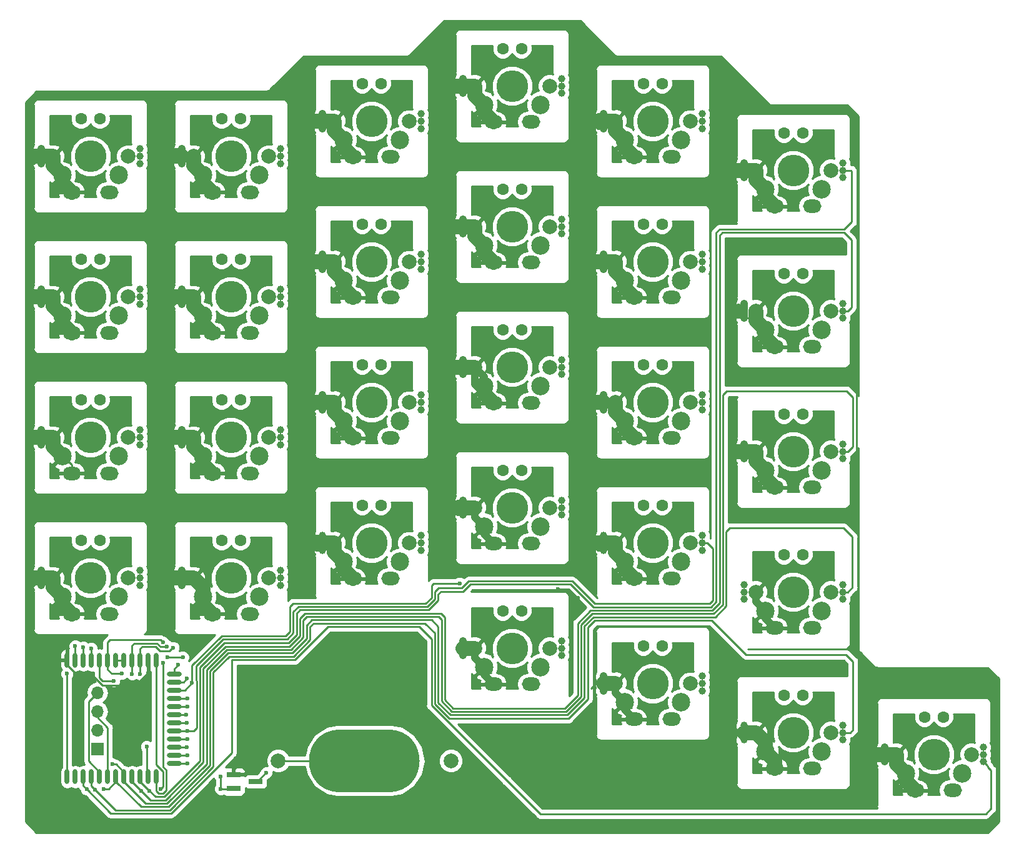
<source format=gbl>
G04 #@! TF.GenerationSoftware,KiCad,Pcbnew,(5.0.1)-3*
G04 #@! TF.CreationDate,2018-11-01T21:26:11+07:00*
G04 #@! TF.ProjectId,atreus_split,6174726575735F73706C69742E6B6963,rev?*
G04 #@! TF.SameCoordinates,Original*
G04 #@! TF.FileFunction,Copper,L2,Bot,Signal*
G04 #@! TF.FilePolarity,Positive*
%FSLAX46Y46*%
G04 Gerber Fmt 4.6, Leading zero omitted, Abs format (unit mm)*
G04 Created by KiCad (PCBNEW (5.0.1)-3) date 01-Nov-18 21:26:11*
%MOMM*%
%LPD*%
G01*
G04 APERTURE LIST*
G04 #@! TA.AperFunction,ComponentPad*
%ADD10C,1.600000*%
G04 #@! TD*
G04 #@! TA.AperFunction,ComponentPad*
%ADD11C,1.000000*%
G04 #@! TD*
G04 #@! TA.AperFunction,ComponentPad*
%ADD12C,4.300000*%
G04 #@! TD*
G04 #@! TA.AperFunction,ComponentPad*
%ADD13C,2.000000*%
G04 #@! TD*
G04 #@! TA.AperFunction,ComponentPad*
%ADD14C,2.500000*%
G04 #@! TD*
G04 #@! TA.AperFunction,ComponentPad*
%ADD15O,2.500000X1.800000*%
G04 #@! TD*
G04 #@! TA.AperFunction,SMDPad,CuDef*
%ADD16O,2.000000X0.700000*%
G04 #@! TD*
G04 #@! TA.AperFunction,SMDPad,CuDef*
%ADD17O,0.700000X2.000000*%
G04 #@! TD*
G04 #@! TA.AperFunction,SMDPad,CuDef*
%ADD18O,15.000000X8.500000*%
G04 #@! TD*
G04 #@! TA.AperFunction,ComponentPad*
%ADD19R,1.700000X1.700000*%
G04 #@! TD*
G04 #@! TA.AperFunction,ComponentPad*
%ADD20O,1.700000X1.700000*%
G04 #@! TD*
G04 #@! TA.AperFunction,SMDPad,CuDef*
%ADD21R,1.900000X0.800000*%
G04 #@! TD*
G04 #@! TA.AperFunction,ViaPad*
%ADD22C,0.600000*%
G04 #@! TD*
G04 #@! TA.AperFunction,Conductor*
%ADD23C,0.250000*%
G04 #@! TD*
G04 #@! TA.AperFunction,Conductor*
%ADD24C,1.000000*%
G04 #@! TD*
G04 #@! TA.AperFunction,Conductor*
%ADD25C,2.000000*%
G04 #@! TD*
G04 #@! TA.AperFunction,Conductor*
%ADD26C,0.254000*%
G04 #@! TD*
G04 APERTURE END LIST*
D10*
G04 #@! TO.P,S71,0*
G04 #@! TO.N,N/C*
X151130000Y-114090000D03*
X153670000Y-114090000D03*
D11*
G04 #@! TO.P,S71,2*
G04 #@! TO.N,/S71*
X159100000Y-120170000D03*
X159100000Y-118170000D03*
X159100000Y-119170000D03*
D12*
G04 #@! TO.P,S71,0*
G04 #@! TO.N,N/C*
X152400000Y-119170000D03*
D13*
G04 #@! TO.P,S71,2*
G04 #@! TO.N,/S71*
X157480000Y-119170000D03*
G04 #@! TO.P,S71,1*
G04 #@! TO.N,GND*
X147320000Y-119170000D03*
D14*
G04 #@! TO.P,S71,2*
G04 #@! TO.N,/S71*
X156210000Y-121710000D03*
D15*
G04 #@! TO.P,S71,1*
G04 #@! TO.N,GND*
X149860000Y-124046800D03*
D14*
X148590000Y-121710000D03*
D15*
G04 #@! TO.P,S71,2*
G04 #@! TO.N,/S71*
X154940000Y-124046800D03*
D11*
G04 #@! TO.P,S71,1*
G04 #@! TO.N,GND*
X145700000Y-119170000D03*
X145700000Y-120170000D03*
X145700000Y-118170000D03*
G04 #@! TD*
D10*
G04 #@! TO.P,S65,0*
G04 #@! TO.N,N/C*
X132080000Y-111125000D03*
X134620000Y-111125000D03*
D11*
G04 #@! TO.P,S65,2*
G04 #@! TO.N,/S65*
X140050000Y-117205000D03*
X140050000Y-115205000D03*
X140050000Y-116205000D03*
D12*
G04 #@! TO.P,S65,0*
G04 #@! TO.N,N/C*
X133350000Y-116205000D03*
D13*
G04 #@! TO.P,S65,2*
G04 #@! TO.N,/S65*
X138430000Y-116205000D03*
G04 #@! TO.P,S65,1*
G04 #@! TO.N,GND*
X128270000Y-116205000D03*
D14*
G04 #@! TO.P,S65,2*
G04 #@! TO.N,/S65*
X137160000Y-118745000D03*
D15*
G04 #@! TO.P,S65,1*
G04 #@! TO.N,GND*
X130810000Y-121081800D03*
D14*
X129540000Y-118745000D03*
D15*
G04 #@! TO.P,S65,2*
G04 #@! TO.N,/S65*
X135890000Y-121081800D03*
D11*
G04 #@! TO.P,S65,1*
G04 #@! TO.N,GND*
X126650000Y-116205000D03*
X126650000Y-117205000D03*
X126650000Y-115205000D03*
G04 #@! TD*
D10*
G04 #@! TO.P,S11,0*
G04 #@! TO.N,N/C*
X36830000Y-33020000D03*
X39370000Y-33020000D03*
D11*
G04 #@! TO.P,S11,2*
G04 #@! TO.N,/S11*
X44800000Y-39100000D03*
X44800000Y-37100000D03*
X44800000Y-38100000D03*
D12*
G04 #@! TO.P,S11,0*
G04 #@! TO.N,N/C*
X38100000Y-38100000D03*
D13*
G04 #@! TO.P,S11,2*
G04 #@! TO.N,/S11*
X43180000Y-38100000D03*
G04 #@! TO.P,S11,1*
G04 #@! TO.N,GND*
X33020000Y-38100000D03*
D14*
G04 #@! TO.P,S11,2*
G04 #@! TO.N,/S11*
X41910000Y-40640000D03*
D15*
G04 #@! TO.P,S11,1*
G04 #@! TO.N,GND*
X35560000Y-42976800D03*
D14*
X34290000Y-40640000D03*
D15*
G04 #@! TO.P,S11,2*
G04 #@! TO.N,/S11*
X40640000Y-42976800D03*
D11*
G04 #@! TO.P,S11,1*
G04 #@! TO.N,GND*
X31400000Y-38100000D03*
X31400000Y-39100000D03*
X31400000Y-37100000D03*
G04 #@! TD*
D10*
G04 #@! TO.P,S12,0*
G04 #@! TO.N,N/C*
X36830000Y-52070000D03*
X39370000Y-52070000D03*
D11*
G04 #@! TO.P,S12,2*
G04 #@! TO.N,/S12*
X44800000Y-58150000D03*
X44800000Y-56150000D03*
X44800000Y-57150000D03*
D12*
G04 #@! TO.P,S12,0*
G04 #@! TO.N,N/C*
X38100000Y-57150000D03*
D13*
G04 #@! TO.P,S12,2*
G04 #@! TO.N,/S12*
X43180000Y-57150000D03*
G04 #@! TO.P,S12,1*
G04 #@! TO.N,GND*
X33020000Y-57150000D03*
D14*
G04 #@! TO.P,S12,2*
G04 #@! TO.N,/S12*
X41910000Y-59690000D03*
D15*
G04 #@! TO.P,S12,1*
G04 #@! TO.N,GND*
X35560000Y-62026800D03*
D14*
X34290000Y-59690000D03*
D15*
G04 #@! TO.P,S12,2*
G04 #@! TO.N,/S12*
X40640000Y-62026800D03*
D11*
G04 #@! TO.P,S12,1*
G04 #@! TO.N,GND*
X31400000Y-57150000D03*
X31400000Y-58150000D03*
X31400000Y-56150000D03*
G04 #@! TD*
D10*
G04 #@! TO.P,S13,0*
G04 #@! TO.N,N/C*
X36830000Y-71120000D03*
X39370000Y-71120000D03*
D11*
G04 #@! TO.P,S13,2*
G04 #@! TO.N,/S13*
X44800000Y-77200000D03*
X44800000Y-75200000D03*
X44800000Y-76200000D03*
D12*
G04 #@! TO.P,S13,0*
G04 #@! TO.N,N/C*
X38100000Y-76200000D03*
D13*
G04 #@! TO.P,S13,2*
G04 #@! TO.N,/S13*
X43180000Y-76200000D03*
G04 #@! TO.P,S13,1*
G04 #@! TO.N,GND*
X33020000Y-76200000D03*
D14*
G04 #@! TO.P,S13,2*
G04 #@! TO.N,/S13*
X41910000Y-78740000D03*
D15*
G04 #@! TO.P,S13,1*
G04 #@! TO.N,GND*
X35560000Y-81076800D03*
D14*
X34290000Y-78740000D03*
D15*
G04 #@! TO.P,S13,2*
G04 #@! TO.N,/S13*
X40640000Y-81076800D03*
D11*
G04 #@! TO.P,S13,1*
G04 #@! TO.N,GND*
X31400000Y-76200000D03*
X31400000Y-77200000D03*
X31400000Y-75200000D03*
G04 #@! TD*
D10*
G04 #@! TO.P,S14,0*
G04 #@! TO.N,N/C*
X36830000Y-90170000D03*
X39370000Y-90170000D03*
D11*
G04 #@! TO.P,S14,2*
G04 #@! TO.N,/S14*
X44800000Y-96250000D03*
X44800000Y-94250000D03*
X44800000Y-95250000D03*
D12*
G04 #@! TO.P,S14,0*
G04 #@! TO.N,N/C*
X38100000Y-95250000D03*
D13*
G04 #@! TO.P,S14,2*
G04 #@! TO.N,/S14*
X43180000Y-95250000D03*
G04 #@! TO.P,S14,1*
G04 #@! TO.N,GND*
X33020000Y-95250000D03*
D14*
G04 #@! TO.P,S14,2*
G04 #@! TO.N,/S14*
X41910000Y-97790000D03*
D15*
G04 #@! TO.P,S14,1*
G04 #@! TO.N,GND*
X35560000Y-100126800D03*
D14*
X34290000Y-97790000D03*
D15*
G04 #@! TO.P,S14,2*
G04 #@! TO.N,/S14*
X40640000Y-100126800D03*
D11*
G04 #@! TO.P,S14,1*
G04 #@! TO.N,GND*
X31400000Y-95250000D03*
X31400000Y-96250000D03*
X31400000Y-94250000D03*
G04 #@! TD*
D10*
G04 #@! TO.P,S21,0*
G04 #@! TO.N,N/C*
X55880000Y-33020000D03*
X58420000Y-33020000D03*
D11*
G04 #@! TO.P,S21,2*
G04 #@! TO.N,/S21*
X63850000Y-39100000D03*
X63850000Y-37100000D03*
X63850000Y-38100000D03*
D12*
G04 #@! TO.P,S21,0*
G04 #@! TO.N,N/C*
X57150000Y-38100000D03*
D13*
G04 #@! TO.P,S21,2*
G04 #@! TO.N,/S21*
X62230000Y-38100000D03*
G04 #@! TO.P,S21,1*
G04 #@! TO.N,GND*
X52070000Y-38100000D03*
D14*
G04 #@! TO.P,S21,2*
G04 #@! TO.N,/S21*
X60960000Y-40640000D03*
D15*
G04 #@! TO.P,S21,1*
G04 #@! TO.N,GND*
X54610000Y-42976800D03*
D14*
X53340000Y-40640000D03*
D15*
G04 #@! TO.P,S21,2*
G04 #@! TO.N,/S21*
X59690000Y-42976800D03*
D11*
G04 #@! TO.P,S21,1*
G04 #@! TO.N,GND*
X50450000Y-38100000D03*
X50450000Y-39100000D03*
X50450000Y-37100000D03*
G04 #@! TD*
D10*
G04 #@! TO.P,S22,0*
G04 #@! TO.N,N/C*
X55880000Y-52070000D03*
X58420000Y-52070000D03*
D11*
G04 #@! TO.P,S22,2*
G04 #@! TO.N,/S22*
X63850000Y-58150000D03*
X63850000Y-56150000D03*
X63850000Y-57150000D03*
D12*
G04 #@! TO.P,S22,0*
G04 #@! TO.N,N/C*
X57150000Y-57150000D03*
D13*
G04 #@! TO.P,S22,2*
G04 #@! TO.N,/S22*
X62230000Y-57150000D03*
G04 #@! TO.P,S22,1*
G04 #@! TO.N,GND*
X52070000Y-57150000D03*
D14*
G04 #@! TO.P,S22,2*
G04 #@! TO.N,/S22*
X60960000Y-59690000D03*
D15*
G04 #@! TO.P,S22,1*
G04 #@! TO.N,GND*
X54610000Y-62026800D03*
D14*
X53340000Y-59690000D03*
D15*
G04 #@! TO.P,S22,2*
G04 #@! TO.N,/S22*
X59690000Y-62026800D03*
D11*
G04 #@! TO.P,S22,1*
G04 #@! TO.N,GND*
X50450000Y-57150000D03*
X50450000Y-58150000D03*
X50450000Y-56150000D03*
G04 #@! TD*
D10*
G04 #@! TO.P,S23,0*
G04 #@! TO.N,N/C*
X55880000Y-71120000D03*
X58420000Y-71120000D03*
D11*
G04 #@! TO.P,S23,2*
G04 #@! TO.N,/S23*
X63850000Y-77200000D03*
X63850000Y-75200000D03*
X63850000Y-76200000D03*
D12*
G04 #@! TO.P,S23,0*
G04 #@! TO.N,N/C*
X57150000Y-76200000D03*
D13*
G04 #@! TO.P,S23,2*
G04 #@! TO.N,/S23*
X62230000Y-76200000D03*
G04 #@! TO.P,S23,1*
G04 #@! TO.N,GND*
X52070000Y-76200000D03*
D14*
G04 #@! TO.P,S23,2*
G04 #@! TO.N,/S23*
X60960000Y-78740000D03*
D15*
G04 #@! TO.P,S23,1*
G04 #@! TO.N,GND*
X54610000Y-81076800D03*
D14*
X53340000Y-78740000D03*
D15*
G04 #@! TO.P,S23,2*
G04 #@! TO.N,/S23*
X59690000Y-81076800D03*
D11*
G04 #@! TO.P,S23,1*
G04 #@! TO.N,GND*
X50450000Y-76200000D03*
X50450000Y-77200000D03*
X50450000Y-75200000D03*
G04 #@! TD*
D10*
G04 #@! TO.P,S24,0*
G04 #@! TO.N,N/C*
X55880000Y-90170000D03*
X58420000Y-90170000D03*
D11*
G04 #@! TO.P,S24,2*
G04 #@! TO.N,/S24*
X63850000Y-96250000D03*
X63850000Y-94250000D03*
X63850000Y-95250000D03*
D12*
G04 #@! TO.P,S24,0*
G04 #@! TO.N,N/C*
X57150000Y-95250000D03*
D13*
G04 #@! TO.P,S24,2*
G04 #@! TO.N,/S24*
X62230000Y-95250000D03*
G04 #@! TO.P,S24,1*
G04 #@! TO.N,GND*
X52070000Y-95250000D03*
D14*
G04 #@! TO.P,S24,2*
G04 #@! TO.N,/S24*
X60960000Y-97790000D03*
D15*
G04 #@! TO.P,S24,1*
G04 #@! TO.N,GND*
X54610000Y-100126800D03*
D14*
X53340000Y-97790000D03*
D15*
G04 #@! TO.P,S24,2*
G04 #@! TO.N,/S24*
X59690000Y-100126800D03*
D11*
G04 #@! TO.P,S24,1*
G04 #@! TO.N,GND*
X50450000Y-95250000D03*
X50450000Y-96250000D03*
X50450000Y-94250000D03*
G04 #@! TD*
D10*
G04 #@! TO.P,S31,0*
G04 #@! TO.N,N/C*
X74930000Y-28257500D03*
X77470000Y-28257500D03*
D11*
G04 #@! TO.P,S31,2*
G04 #@! TO.N,/S31*
X82900000Y-34337500D03*
X82900000Y-32337500D03*
X82900000Y-33337500D03*
D12*
G04 #@! TO.P,S31,0*
G04 #@! TO.N,N/C*
X76200000Y-33337500D03*
D13*
G04 #@! TO.P,S31,2*
G04 #@! TO.N,/S31*
X81280000Y-33337500D03*
G04 #@! TO.P,S31,1*
G04 #@! TO.N,GND*
X71120000Y-33337500D03*
D14*
G04 #@! TO.P,S31,2*
G04 #@! TO.N,/S31*
X80010000Y-35877500D03*
D15*
G04 #@! TO.P,S31,1*
G04 #@! TO.N,GND*
X73660000Y-38214300D03*
D14*
X72390000Y-35877500D03*
D15*
G04 #@! TO.P,S31,2*
G04 #@! TO.N,/S31*
X78740000Y-38214300D03*
D11*
G04 #@! TO.P,S31,1*
G04 #@! TO.N,GND*
X69500000Y-33337500D03*
X69500000Y-34337500D03*
X69500000Y-32337500D03*
G04 #@! TD*
D10*
G04 #@! TO.P,S32,0*
G04 #@! TO.N,N/C*
X74930000Y-47307500D03*
X77470000Y-47307500D03*
D11*
G04 #@! TO.P,S32,2*
G04 #@! TO.N,/S32*
X82900000Y-53387500D03*
X82900000Y-51387500D03*
X82900000Y-52387500D03*
D12*
G04 #@! TO.P,S32,0*
G04 #@! TO.N,N/C*
X76200000Y-52387500D03*
D13*
G04 #@! TO.P,S32,2*
G04 #@! TO.N,/S32*
X81280000Y-52387500D03*
G04 #@! TO.P,S32,1*
G04 #@! TO.N,GND*
X71120000Y-52387500D03*
D14*
G04 #@! TO.P,S32,2*
G04 #@! TO.N,/S32*
X80010000Y-54927500D03*
D15*
G04 #@! TO.P,S32,1*
G04 #@! TO.N,GND*
X73660000Y-57264300D03*
D14*
X72390000Y-54927500D03*
D15*
G04 #@! TO.P,S32,2*
G04 #@! TO.N,/S32*
X78740000Y-57264300D03*
D11*
G04 #@! TO.P,S32,1*
G04 #@! TO.N,GND*
X69500000Y-52387500D03*
X69500000Y-53387500D03*
X69500000Y-51387500D03*
G04 #@! TD*
D10*
G04 #@! TO.P,S33,0*
G04 #@! TO.N,N/C*
X74930000Y-66357500D03*
X77470000Y-66357500D03*
D11*
G04 #@! TO.P,S33,2*
G04 #@! TO.N,/S33*
X82900000Y-72437500D03*
X82900000Y-70437500D03*
X82900000Y-71437500D03*
D12*
G04 #@! TO.P,S33,0*
G04 #@! TO.N,N/C*
X76200000Y-71437500D03*
D13*
G04 #@! TO.P,S33,2*
G04 #@! TO.N,/S33*
X81280000Y-71437500D03*
G04 #@! TO.P,S33,1*
G04 #@! TO.N,GND*
X71120000Y-71437500D03*
D14*
G04 #@! TO.P,S33,2*
G04 #@! TO.N,/S33*
X80010000Y-73977500D03*
D15*
G04 #@! TO.P,S33,1*
G04 #@! TO.N,GND*
X73660000Y-76314300D03*
D14*
X72390000Y-73977500D03*
D15*
G04 #@! TO.P,S33,2*
G04 #@! TO.N,/S33*
X78740000Y-76314300D03*
D11*
G04 #@! TO.P,S33,1*
G04 #@! TO.N,GND*
X69500000Y-71437500D03*
X69500000Y-72437500D03*
X69500000Y-70437500D03*
G04 #@! TD*
D10*
G04 #@! TO.P,S34,0*
G04 #@! TO.N,N/C*
X74930000Y-85407500D03*
X77470000Y-85407500D03*
D11*
G04 #@! TO.P,S34,2*
G04 #@! TO.N,/S34*
X82900000Y-91487500D03*
X82900000Y-89487500D03*
X82900000Y-90487500D03*
D12*
G04 #@! TO.P,S34,0*
G04 #@! TO.N,N/C*
X76200000Y-90487500D03*
D13*
G04 #@! TO.P,S34,2*
G04 #@! TO.N,/S34*
X81280000Y-90487500D03*
G04 #@! TO.P,S34,1*
G04 #@! TO.N,GND*
X71120000Y-90487500D03*
D14*
G04 #@! TO.P,S34,2*
G04 #@! TO.N,/S34*
X80010000Y-93027500D03*
D15*
G04 #@! TO.P,S34,1*
G04 #@! TO.N,GND*
X73660000Y-95364300D03*
D14*
X72390000Y-93027500D03*
D15*
G04 #@! TO.P,S34,2*
G04 #@! TO.N,/S34*
X78740000Y-95364300D03*
D11*
G04 #@! TO.P,S34,1*
G04 #@! TO.N,GND*
X69500000Y-90487500D03*
X69500000Y-91487500D03*
X69500000Y-89487500D03*
G04 #@! TD*
D10*
G04 #@! TO.P,S41,0*
G04 #@! TO.N,N/C*
X93980000Y-23495000D03*
X96520000Y-23495000D03*
D11*
G04 #@! TO.P,S41,2*
G04 #@! TO.N,/S41*
X101950000Y-29575000D03*
X101950000Y-27575000D03*
X101950000Y-28575000D03*
D12*
G04 #@! TO.P,S41,0*
G04 #@! TO.N,N/C*
X95250000Y-28575000D03*
D13*
G04 #@! TO.P,S41,2*
G04 #@! TO.N,/S41*
X100330000Y-28575000D03*
G04 #@! TO.P,S41,1*
G04 #@! TO.N,GND*
X90170000Y-28575000D03*
D14*
G04 #@! TO.P,S41,2*
G04 #@! TO.N,/S41*
X99060000Y-31115000D03*
D15*
G04 #@! TO.P,S41,1*
G04 #@! TO.N,GND*
X92710000Y-33451800D03*
D14*
X91440000Y-31115000D03*
D15*
G04 #@! TO.P,S41,2*
G04 #@! TO.N,/S41*
X97790000Y-33451800D03*
D11*
G04 #@! TO.P,S41,1*
G04 #@! TO.N,GND*
X88550000Y-28575000D03*
X88550000Y-29575000D03*
X88550000Y-27575000D03*
G04 #@! TD*
D10*
G04 #@! TO.P,S42,0*
G04 #@! TO.N,N/C*
X93980000Y-42545000D03*
X96520000Y-42545000D03*
D11*
G04 #@! TO.P,S42,2*
G04 #@! TO.N,/S42*
X101950000Y-48625000D03*
X101950000Y-46625000D03*
X101950000Y-47625000D03*
D12*
G04 #@! TO.P,S42,0*
G04 #@! TO.N,N/C*
X95250000Y-47625000D03*
D13*
G04 #@! TO.P,S42,2*
G04 #@! TO.N,/S42*
X100330000Y-47625000D03*
G04 #@! TO.P,S42,1*
G04 #@! TO.N,GND*
X90170000Y-47625000D03*
D14*
G04 #@! TO.P,S42,2*
G04 #@! TO.N,/S42*
X99060000Y-50165000D03*
D15*
G04 #@! TO.P,S42,1*
G04 #@! TO.N,GND*
X92710000Y-52501800D03*
D14*
X91440000Y-50165000D03*
D15*
G04 #@! TO.P,S42,2*
G04 #@! TO.N,/S42*
X97790000Y-52501800D03*
D11*
G04 #@! TO.P,S42,1*
G04 #@! TO.N,GND*
X88550000Y-47625000D03*
X88550000Y-48625000D03*
X88550000Y-46625000D03*
G04 #@! TD*
D10*
G04 #@! TO.P,S43,0*
G04 #@! TO.N,N/C*
X93980000Y-61595000D03*
X96520000Y-61595000D03*
D11*
G04 #@! TO.P,S43,2*
G04 #@! TO.N,/S43*
X101950000Y-67675000D03*
X101950000Y-65675000D03*
X101950000Y-66675000D03*
D12*
G04 #@! TO.P,S43,0*
G04 #@! TO.N,N/C*
X95250000Y-66675000D03*
D13*
G04 #@! TO.P,S43,2*
G04 #@! TO.N,/S43*
X100330000Y-66675000D03*
G04 #@! TO.P,S43,1*
G04 #@! TO.N,GND*
X90170000Y-66675000D03*
D14*
G04 #@! TO.P,S43,2*
G04 #@! TO.N,/S43*
X99060000Y-69215000D03*
D15*
G04 #@! TO.P,S43,1*
G04 #@! TO.N,GND*
X92710000Y-71551800D03*
D14*
X91440000Y-69215000D03*
D15*
G04 #@! TO.P,S43,2*
G04 #@! TO.N,/S43*
X97790000Y-71551800D03*
D11*
G04 #@! TO.P,S43,1*
G04 #@! TO.N,GND*
X88550000Y-66675000D03*
X88550000Y-67675000D03*
X88550000Y-65675000D03*
G04 #@! TD*
D10*
G04 #@! TO.P,S44,0*
G04 #@! TO.N,N/C*
X93980000Y-80645000D03*
X96520000Y-80645000D03*
D11*
G04 #@! TO.P,S44,2*
G04 #@! TO.N,/S44*
X101950000Y-86725000D03*
X101950000Y-84725000D03*
X101950000Y-85725000D03*
D12*
G04 #@! TO.P,S44,0*
G04 #@! TO.N,N/C*
X95250000Y-85725000D03*
D13*
G04 #@! TO.P,S44,2*
G04 #@! TO.N,/S44*
X100330000Y-85725000D03*
G04 #@! TO.P,S44,1*
G04 #@! TO.N,GND*
X90170000Y-85725000D03*
D14*
G04 #@! TO.P,S44,2*
G04 #@! TO.N,/S44*
X99060000Y-88265000D03*
D15*
G04 #@! TO.P,S44,1*
G04 #@! TO.N,GND*
X92710000Y-90601800D03*
D14*
X91440000Y-88265000D03*
D15*
G04 #@! TO.P,S44,2*
G04 #@! TO.N,/S44*
X97790000Y-90601800D03*
D11*
G04 #@! TO.P,S44,1*
G04 #@! TO.N,GND*
X88550000Y-85725000D03*
X88550000Y-86725000D03*
X88550000Y-84725000D03*
G04 #@! TD*
D10*
G04 #@! TO.P,S45,0*
G04 #@! TO.N,N/C*
X93980000Y-99695000D03*
X96520000Y-99695000D03*
D11*
G04 #@! TO.P,S45,2*
G04 #@! TO.N,/S45*
X101950000Y-105775000D03*
X101950000Y-103775000D03*
X101950000Y-104775000D03*
D12*
G04 #@! TO.P,S45,0*
G04 #@! TO.N,N/C*
X95250000Y-104775000D03*
D13*
G04 #@! TO.P,S45,2*
G04 #@! TO.N,/S45*
X100330000Y-104775000D03*
G04 #@! TO.P,S45,1*
G04 #@! TO.N,GND*
X90170000Y-104775000D03*
D14*
G04 #@! TO.P,S45,2*
G04 #@! TO.N,/S45*
X99060000Y-107315000D03*
D15*
G04 #@! TO.P,S45,1*
G04 #@! TO.N,GND*
X92710000Y-109651800D03*
D14*
X91440000Y-107315000D03*
D15*
G04 #@! TO.P,S45,2*
G04 #@! TO.N,/S45*
X97790000Y-109651800D03*
D11*
G04 #@! TO.P,S45,1*
G04 #@! TO.N,GND*
X88550000Y-104775000D03*
X88550000Y-105775000D03*
X88550000Y-103775000D03*
G04 #@! TD*
D10*
G04 #@! TO.P,S51,0*
G04 #@! TO.N,N/C*
X113030000Y-28257500D03*
X115570000Y-28257500D03*
D11*
G04 #@! TO.P,S51,2*
G04 #@! TO.N,/S51*
X121000000Y-34337500D03*
X121000000Y-32337500D03*
X121000000Y-33337500D03*
D12*
G04 #@! TO.P,S51,0*
G04 #@! TO.N,N/C*
X114300000Y-33337500D03*
D13*
G04 #@! TO.P,S51,2*
G04 #@! TO.N,/S51*
X119380000Y-33337500D03*
G04 #@! TO.P,S51,1*
G04 #@! TO.N,GND*
X109220000Y-33337500D03*
D14*
G04 #@! TO.P,S51,2*
G04 #@! TO.N,/S51*
X118110000Y-35877500D03*
D15*
G04 #@! TO.P,S51,1*
G04 #@! TO.N,GND*
X111760000Y-38214300D03*
D14*
X110490000Y-35877500D03*
D15*
G04 #@! TO.P,S51,2*
G04 #@! TO.N,/S51*
X116840000Y-38214300D03*
D11*
G04 #@! TO.P,S51,1*
G04 #@! TO.N,GND*
X107600000Y-33337500D03*
X107600000Y-34337500D03*
X107600000Y-32337500D03*
G04 #@! TD*
D10*
G04 #@! TO.P,S52,0*
G04 #@! TO.N,N/C*
X113030000Y-47307500D03*
X115570000Y-47307500D03*
D11*
G04 #@! TO.P,S52,2*
G04 #@! TO.N,/S52*
X121000000Y-53387500D03*
X121000000Y-51387500D03*
X121000000Y-52387500D03*
D12*
G04 #@! TO.P,S52,0*
G04 #@! TO.N,N/C*
X114300000Y-52387500D03*
D13*
G04 #@! TO.P,S52,2*
G04 #@! TO.N,/S52*
X119380000Y-52387500D03*
G04 #@! TO.P,S52,1*
G04 #@! TO.N,GND*
X109220000Y-52387500D03*
D14*
G04 #@! TO.P,S52,2*
G04 #@! TO.N,/S52*
X118110000Y-54927500D03*
D15*
G04 #@! TO.P,S52,1*
G04 #@! TO.N,GND*
X111760000Y-57264300D03*
D14*
X110490000Y-54927500D03*
D15*
G04 #@! TO.P,S52,2*
G04 #@! TO.N,/S52*
X116840000Y-57264300D03*
D11*
G04 #@! TO.P,S52,1*
G04 #@! TO.N,GND*
X107600000Y-52387500D03*
X107600000Y-53387500D03*
X107600000Y-51387500D03*
G04 #@! TD*
D10*
G04 #@! TO.P,S53,0*
G04 #@! TO.N,N/C*
X113030000Y-66357500D03*
X115570000Y-66357500D03*
D11*
G04 #@! TO.P,S53,2*
G04 #@! TO.N,/S53*
X121000000Y-72437500D03*
X121000000Y-70437500D03*
X121000000Y-71437500D03*
D12*
G04 #@! TO.P,S53,0*
G04 #@! TO.N,N/C*
X114300000Y-71437500D03*
D13*
G04 #@! TO.P,S53,2*
G04 #@! TO.N,/S53*
X119380000Y-71437500D03*
G04 #@! TO.P,S53,1*
G04 #@! TO.N,GND*
X109220000Y-71437500D03*
D14*
G04 #@! TO.P,S53,2*
G04 #@! TO.N,/S53*
X118110000Y-73977500D03*
D15*
G04 #@! TO.P,S53,1*
G04 #@! TO.N,GND*
X111760000Y-76314300D03*
D14*
X110490000Y-73977500D03*
D15*
G04 #@! TO.P,S53,2*
G04 #@! TO.N,/S53*
X116840000Y-76314300D03*
D11*
G04 #@! TO.P,S53,1*
G04 #@! TO.N,GND*
X107600000Y-71437500D03*
X107600000Y-72437500D03*
X107600000Y-70437500D03*
G04 #@! TD*
D10*
G04 #@! TO.P,S54,0*
G04 #@! TO.N,N/C*
X113030000Y-85407500D03*
X115570000Y-85407500D03*
D11*
G04 #@! TO.P,S54,2*
G04 #@! TO.N,/S54*
X121000000Y-91487500D03*
X121000000Y-89487500D03*
X121000000Y-90487500D03*
D12*
G04 #@! TO.P,S54,0*
G04 #@! TO.N,N/C*
X114300000Y-90487500D03*
D13*
G04 #@! TO.P,S54,2*
G04 #@! TO.N,/S54*
X119380000Y-90487500D03*
G04 #@! TO.P,S54,1*
G04 #@! TO.N,GND*
X109220000Y-90487500D03*
D14*
G04 #@! TO.P,S54,2*
G04 #@! TO.N,/S54*
X118110000Y-93027500D03*
D15*
G04 #@! TO.P,S54,1*
G04 #@! TO.N,GND*
X111760000Y-95364300D03*
D14*
X110490000Y-93027500D03*
D15*
G04 #@! TO.P,S54,2*
G04 #@! TO.N,/S54*
X116840000Y-95364300D03*
D11*
G04 #@! TO.P,S54,1*
G04 #@! TO.N,GND*
X107600000Y-90487500D03*
X107600000Y-91487500D03*
X107600000Y-89487500D03*
G04 #@! TD*
D10*
G04 #@! TO.P,S55,0*
G04 #@! TO.N,N/C*
X113030000Y-104457500D03*
X115570000Y-104457500D03*
D11*
G04 #@! TO.P,S55,2*
G04 #@! TO.N,/S55*
X121000000Y-110537500D03*
X121000000Y-108537500D03*
X121000000Y-109537500D03*
D12*
G04 #@! TO.P,S55,0*
G04 #@! TO.N,N/C*
X114300000Y-109537500D03*
D13*
G04 #@! TO.P,S55,2*
G04 #@! TO.N,/S55*
X119380000Y-109537500D03*
G04 #@! TO.P,S55,1*
G04 #@! TO.N,GND*
X109220000Y-109537500D03*
D14*
G04 #@! TO.P,S55,2*
G04 #@! TO.N,/S55*
X118110000Y-112077500D03*
D15*
G04 #@! TO.P,S55,1*
G04 #@! TO.N,GND*
X111760000Y-114414300D03*
D14*
X110490000Y-112077500D03*
D15*
G04 #@! TO.P,S55,2*
G04 #@! TO.N,/S55*
X116840000Y-114414300D03*
D11*
G04 #@! TO.P,S55,1*
G04 #@! TO.N,GND*
X107600000Y-109537500D03*
X107600000Y-110537500D03*
X107600000Y-108537500D03*
G04 #@! TD*
D10*
G04 #@! TO.P,S61,0*
G04 #@! TO.N,N/C*
X132080000Y-34925000D03*
X134620000Y-34925000D03*
D11*
G04 #@! TO.P,S61,2*
G04 #@! TO.N,/S61*
X140050000Y-41005000D03*
X140050000Y-39005000D03*
X140050000Y-40005000D03*
D12*
G04 #@! TO.P,S61,0*
G04 #@! TO.N,N/C*
X133350000Y-40005000D03*
D13*
G04 #@! TO.P,S61,2*
G04 #@! TO.N,/S61*
X138430000Y-40005000D03*
G04 #@! TO.P,S61,1*
G04 #@! TO.N,GND*
X128270000Y-40005000D03*
D14*
G04 #@! TO.P,S61,2*
G04 #@! TO.N,/S61*
X137160000Y-42545000D03*
D15*
G04 #@! TO.P,S61,1*
G04 #@! TO.N,GND*
X130810000Y-44881800D03*
D14*
X129540000Y-42545000D03*
D15*
G04 #@! TO.P,S61,2*
G04 #@! TO.N,/S61*
X135890000Y-44881800D03*
D11*
G04 #@! TO.P,S61,1*
G04 #@! TO.N,GND*
X126650000Y-40005000D03*
X126650000Y-41005000D03*
X126650000Y-39005000D03*
G04 #@! TD*
D10*
G04 #@! TO.P,S62,0*
G04 #@! TO.N,N/C*
X132080000Y-53975000D03*
X134620000Y-53975000D03*
D11*
G04 #@! TO.P,S62,2*
G04 #@! TO.N,/S62*
X140050000Y-60055000D03*
X140050000Y-58055000D03*
X140050000Y-59055000D03*
D12*
G04 #@! TO.P,S62,0*
G04 #@! TO.N,N/C*
X133350000Y-59055000D03*
D13*
G04 #@! TO.P,S62,2*
G04 #@! TO.N,/S62*
X138430000Y-59055000D03*
G04 #@! TO.P,S62,1*
G04 #@! TO.N,GND*
X128270000Y-59055000D03*
D14*
G04 #@! TO.P,S62,2*
G04 #@! TO.N,/S62*
X137160000Y-61595000D03*
D15*
G04 #@! TO.P,S62,1*
G04 #@! TO.N,GND*
X130810000Y-63931800D03*
D14*
X129540000Y-61595000D03*
D15*
G04 #@! TO.P,S62,2*
G04 #@! TO.N,/S62*
X135890000Y-63931800D03*
D11*
G04 #@! TO.P,S62,1*
G04 #@! TO.N,GND*
X126650000Y-59055000D03*
X126650000Y-60055000D03*
X126650000Y-58055000D03*
G04 #@! TD*
D10*
G04 #@! TO.P,S63,0*
G04 #@! TO.N,N/C*
X132080000Y-73025000D03*
X134620000Y-73025000D03*
D11*
G04 #@! TO.P,S63,2*
G04 #@! TO.N,/S63*
X140050000Y-79105000D03*
X140050000Y-77105000D03*
X140050000Y-78105000D03*
D12*
G04 #@! TO.P,S63,0*
G04 #@! TO.N,N/C*
X133350000Y-78105000D03*
D13*
G04 #@! TO.P,S63,2*
G04 #@! TO.N,/S63*
X138430000Y-78105000D03*
G04 #@! TO.P,S63,1*
G04 #@! TO.N,GND*
X128270000Y-78105000D03*
D14*
G04 #@! TO.P,S63,2*
G04 #@! TO.N,/S63*
X137160000Y-80645000D03*
D15*
G04 #@! TO.P,S63,1*
G04 #@! TO.N,GND*
X130810000Y-82981800D03*
D14*
X129540000Y-80645000D03*
D15*
G04 #@! TO.P,S63,2*
G04 #@! TO.N,/S63*
X135890000Y-82981800D03*
D11*
G04 #@! TO.P,S63,1*
G04 #@! TO.N,GND*
X126650000Y-78105000D03*
X126650000Y-79105000D03*
X126650000Y-77105000D03*
G04 #@! TD*
D10*
G04 #@! TO.P,S64,0*
G04 #@! TO.N,N/C*
X132080000Y-92075000D03*
X134620000Y-92075000D03*
D11*
G04 #@! TO.P,S64,2*
G04 #@! TO.N,/S64*
X140050000Y-98155000D03*
X140050000Y-96155000D03*
X140050000Y-97155000D03*
D12*
G04 #@! TO.P,S64,0*
G04 #@! TO.N,N/C*
X133350000Y-97155000D03*
D13*
G04 #@! TO.P,S64,2*
G04 #@! TO.N,/S64*
X138430000Y-97155000D03*
G04 #@! TO.P,S64,1*
G04 #@! TO.N,GND*
X128270000Y-97155000D03*
D14*
G04 #@! TO.P,S64,2*
G04 #@! TO.N,/S64*
X137160000Y-99695000D03*
D15*
G04 #@! TO.P,S64,1*
G04 #@! TO.N,GND*
X130810000Y-102031800D03*
D14*
X129540000Y-99695000D03*
D15*
G04 #@! TO.P,S64,2*
G04 #@! TO.N,/S64*
X135890000Y-102031800D03*
D11*
G04 #@! TO.P,S64,1*
G04 #@! TO.N,GND*
X126650000Y-97155000D03*
X126650000Y-98155000D03*
X126650000Y-96155000D03*
G04 #@! TD*
D16*
G04 #@! TO.P,D1,P10*
G04 #@! TO.N,/S55*
X49452500Y-120350000D03*
G04 #@! TO.P,D1,P09*
G04 #@! TO.N,/S51*
X49452500Y-119250000D03*
G04 #@! TO.P,D1,P08*
G04 #@! TO.N,/S52*
X49452500Y-118150000D03*
G04 #@! TO.P,D1,P07*
G04 #@! TO.N,/S53*
X49452500Y-117050000D03*
G04 #@! TO.P,D1,P06*
G04 #@! TO.N,/S54*
X49452500Y-115950000D03*
G04 #@! TO.P,D1,P05*
G04 #@! TO.N,/S41*
X49452500Y-114850000D03*
G04 #@! TO.P,D1,P04*
G04 #@! TO.N,/S42*
X49452500Y-113750000D03*
G04 #@! TO.P,D1,P03*
G04 #@! TO.N,/S43*
X49452500Y-112650000D03*
G04 #@! TO.P,D1,P02*
G04 #@! TO.N,/S44*
X49452500Y-111550000D03*
G04 #@! TO.P,D1,P01*
G04 #@! TO.N,/S45*
X49452500Y-110450000D03*
G04 #@! TO.P,D1,P00*
G04 #@! TO.N,/S31*
X49452500Y-109350000D03*
G04 #@! TO.P,D1,P30*
G04 #@! TO.N,/S32*
X49452500Y-108250000D03*
D17*
G04 #@! TO.P,D1,P11*
G04 #@! TO.N,/S33*
X47052500Y-122200000D03*
G04 #@! TO.P,D1,P12*
G04 #@! TO.N,/S34*
X45952500Y-122200000D03*
G04 #@! TO.P,D1,P13*
G04 #@! TO.N,/S61*
X44852500Y-122200000D03*
G04 #@! TO.P,D1,P14*
G04 #@! TO.N,/S62*
X43752500Y-122200000D03*
G04 #@! TO.P,D1,P15*
G04 #@! TO.N,/S63*
X42652500Y-122200000D03*
G04 #@! TO.P,D1,P16*
G04 #@! TO.N,/S64*
X41552500Y-122200000D03*
G04 #@! TO.P,D1,SWD*
G04 #@! TO.N,/SWDIO*
X40452500Y-122200000D03*
G04 #@! TO.P,D1,SCK*
G04 #@! TO.N,/SWCLK*
X39352500Y-122200000D03*
G04 #@! TO.P,D1,P17*
G04 #@! TO.N,/S65*
X38252500Y-122200000D03*
G04 #@! TO.P,D1,P18*
G04 #@! TO.N,/S71*
X37152500Y-122200000D03*
G04 #@! TO.P,D1,P19*
G04 #@! TO.N,N/C*
X36052500Y-122200000D03*
G04 #@! TO.P,D1,P20*
G04 #@! TO.N,/S14*
X34952500Y-122200000D03*
G04 #@! TO.P,D1,VCC*
G04 #@! TO.N,/VCC*
X47052500Y-106400000D03*
G04 #@! TO.P,D1,GND*
G04 #@! TO.N,GND*
X45952500Y-106400000D03*
G04 #@! TO.P,D1,P29*
G04 #@! TO.N,/S21*
X44852500Y-106400000D03*
G04 #@! TO.P,D1,P28*
G04 #@! TO.N,/S22*
X43752500Y-106400000D03*
G04 #@! TO.P,D1,NC*
G04 #@! TO.N,Net-(D1-PadNC)*
X42652500Y-106400000D03*
X41552500Y-106400000D03*
G04 #@! TO.P,D1,P25*
G04 #@! TO.N,/S23*
X40452500Y-106400000D03*
G04 #@! TO.P,D1,P24*
G04 #@! TO.N,/S24*
X39352500Y-106400000D03*
G04 #@! TO.P,D1,P23*
G04 #@! TO.N,/S11*
X38252500Y-106400000D03*
G04 #@! TO.P,D1,P22*
G04 #@! TO.N,/S12*
X37152500Y-106400000D03*
G04 #@! TO.P,D1,P21*
G04 #@! TO.N,/S13*
X36052500Y-106400000D03*
G04 #@! TO.P,D1,GND*
G04 #@! TO.N,GND*
X34952500Y-106400000D03*
G04 #@! TD*
D13*
G04 #@! TO.P,BT1,2*
G04 #@! TO.N,/GND_P*
X63547500Y-120015000D03*
G04 #@! TO.P,BT1,1*
G04 #@! TO.N,/VCC*
X86947500Y-120015000D03*
D18*
G04 #@! TO.P,BT1,2*
G04 #@! TO.N,/GND_P*
X75247500Y-120015000D03*
G04 #@! TD*
D19*
G04 #@! TO.P,J1,1*
G04 #@! TO.N,/VCC*
X39052500Y-118427500D03*
D20*
G04 #@! TO.P,J1,2*
G04 #@! TO.N,/GND_P*
X39052500Y-115887500D03*
G04 #@! TO.P,J1,3*
G04 #@! TO.N,/SWDIO*
X39052500Y-113347500D03*
G04 #@! TO.P,J1,4*
G04 #@! TO.N,/SWCLK*
X39052500Y-110807500D03*
G04 #@! TD*
D21*
G04 #@! TO.P,Q2,2*
G04 #@! TO.N,/VCC*
X57500000Y-123800000D03*
G04 #@! TO.P,Q2,1*
G04 #@! TO.N,GND*
X57500000Y-121900000D03*
G04 #@! TO.P,Q2,3*
G04 #@! TO.N,/GND_P*
X60500000Y-122850000D03*
G04 #@! TD*
D22*
G04 #@! TO.N,/GND_P*
X61912500Y-121650000D03*
G04 #@! TO.N,/VCC*
X55760000Y-122180000D03*
X55780000Y-123830000D03*
X47625000Y-123825000D03*
G04 #@! TO.N,GND*
X57110000Y-125500000D03*
X105720000Y-95020000D03*
X104130197Y-97950492D03*
X101453058Y-96750010D03*
X33337500Y-124777500D03*
G04 #@! TO.N,/S11*
X38252500Y-104822500D03*
G04 #@! TO.N,/S12*
X37152500Y-104675000D03*
G04 #@! TO.N,/S13*
X36052500Y-104475000D03*
G04 #@! TO.N,/S14*
X34950000Y-108230000D03*
G04 #@! TO.N,/S21*
X44850000Y-108250000D03*
X49325000Y-104700020D03*
G04 #@! TO.N,/S22*
X43750000Y-108275000D03*
X48480448Y-104530448D03*
G04 #@! TO.N,/S23*
X42400000Y-108175000D03*
X47914762Y-103964762D03*
G04 #@! TO.N,/S24*
X41275000Y-109175000D03*
G04 #@! TO.N,/S31*
X51200011Y-108852489D03*
G04 #@! TO.N,/S32*
X50025000Y-107000000D03*
G04 #@! TO.N,/S33*
X47933078Y-106758078D03*
X48575000Y-106000000D03*
X50625000Y-106000000D03*
G04 #@! TO.N,/S34*
X45720000Y-118110000D03*
G04 #@! TO.N,/S41*
X51175000Y-114850000D03*
G04 #@! TO.N,/S42*
X51100000Y-113750000D03*
G04 #@! TO.N,/S43*
X51286410Y-112650000D03*
G04 #@! TO.N,/S44*
X51275000Y-111550000D03*
G04 #@! TO.N,/S45*
X51875000Y-109475000D03*
X88141942Y-95991942D03*
G04 #@! TO.N,/S51*
X51225000Y-119250000D03*
G04 #@! TO.N,/S52*
X51200000Y-118150000D03*
G04 #@! TO.N,/S53*
X51250000Y-117050000D03*
G04 #@! TO.N,/S54*
X51250000Y-115950000D03*
G04 #@! TO.N,/S55*
X51250000Y-120350000D03*
G04 #@! TO.N,/S61*
X46077500Y-124075000D03*
G04 #@! TO.N,/S62*
X45002500Y-124100000D03*
G04 #@! TO.N,/S63*
X41077500Y-120475000D03*
G04 #@! TO.N,/S64*
X39925000Y-123850000D03*
G04 #@! TO.N,/S65*
X38750000Y-123947500D03*
G04 #@! TO.N,/S71*
X37602500Y-123900000D03*
G04 #@! TD*
D23*
G04 #@! TO.N,/GND_P*
X63547500Y-120015000D02*
X75247500Y-120015000D01*
X60555000Y-122872500D02*
X60690000Y-122872500D01*
X60690000Y-122872500D02*
X61912500Y-121650000D01*
G04 #@! TO.N,/VCC*
X55780000Y-123830000D02*
X55780000Y-122200000D01*
X55780000Y-122200000D02*
X55760000Y-122180000D01*
X55780000Y-123830000D02*
X57470000Y-123830000D01*
X57470000Y-123830000D02*
X57500000Y-123800000D01*
X47052500Y-106400000D02*
X47052500Y-120595392D01*
X47052500Y-120595392D02*
X47924999Y-121467891D01*
X47924999Y-121467891D02*
X47924999Y-123525001D01*
X47924999Y-123525001D02*
X47625000Y-123825000D01*
D24*
G04 #@! TO.N,GND*
X126650000Y-116205000D02*
X125085000Y-116205000D01*
D23*
X126650000Y-116205000D02*
X125185000Y-116205000D01*
X126650000Y-116205000D02*
X126650000Y-117205000D01*
X126650000Y-115205000D02*
X126650000Y-116205000D01*
D25*
X130810000Y-121081800D02*
X130810000Y-120015000D01*
X130810000Y-120015000D02*
X129540000Y-118745000D01*
X129540000Y-118745000D02*
X129540000Y-117475000D01*
X129540000Y-117475000D02*
X128270000Y-116205000D01*
X126650000Y-116205000D02*
X128270000Y-116205000D01*
D23*
X49030000Y-38100000D02*
X48420000Y-38100000D01*
D25*
X50450000Y-38100000D02*
X49030000Y-38100000D01*
D23*
X50450000Y-39100000D02*
X49950001Y-38600001D01*
X49950001Y-38600001D02*
X49290001Y-38600001D01*
X50450000Y-37100000D02*
X49420000Y-37100000D01*
X49420000Y-37100000D02*
X48420000Y-38100000D01*
X107600000Y-34337500D02*
X106842500Y-34337500D01*
X106842500Y-34337500D02*
X105842500Y-33337500D01*
X107600000Y-33337500D02*
X105842500Y-33337500D01*
X107600000Y-32337500D02*
X106842500Y-32337500D01*
X106842500Y-32337500D02*
X105842500Y-33337500D01*
X126650000Y-40005000D02*
X125340000Y-40005000D01*
X126650000Y-41005000D02*
X126650000Y-40297894D01*
X125340000Y-40005000D02*
X124975000Y-40005000D01*
X126650000Y-40297894D02*
X126357106Y-40005000D01*
X126357106Y-40005000D02*
X125340000Y-40005000D01*
X126650000Y-39005000D02*
X125650000Y-40005000D01*
X125650000Y-40005000D02*
X124975000Y-40005000D01*
D25*
X90170000Y-104775000D02*
X88550000Y-104775000D01*
D23*
X126650000Y-60055000D02*
X128000000Y-60055000D01*
X128000000Y-60055000D02*
X128270000Y-60325000D01*
X126650000Y-59055000D02*
X125942894Y-59055000D01*
X126650000Y-60055000D02*
X125942894Y-59347894D01*
X125942894Y-59347894D02*
X125942894Y-59055000D01*
X126650000Y-58055000D02*
X125942894Y-58762106D01*
X125942894Y-58762106D02*
X125942894Y-59055000D01*
X107600000Y-91487500D02*
X106857500Y-91487500D01*
X106857500Y-91487500D02*
X105857500Y-90487500D01*
X107600000Y-90487500D02*
X105857500Y-90487500D01*
X107600000Y-89487500D02*
X107100001Y-89987499D01*
X107100001Y-89987499D02*
X106357501Y-89987499D01*
X106357501Y-89987499D02*
X105857500Y-90487500D01*
D25*
X106092500Y-71437500D02*
X107600000Y-71437500D01*
D23*
X106520394Y-71810000D02*
X106972500Y-71810000D01*
X106972500Y-71810000D02*
X107600000Y-72437500D01*
X107600000Y-71437500D02*
X106892894Y-71437500D01*
X106892894Y-71437500D02*
X106520394Y-71810000D01*
X109220000Y-71437500D02*
X106600000Y-71437500D01*
X106600000Y-71437500D02*
X106775000Y-71262500D01*
X107600000Y-71437500D02*
X106775000Y-71437500D01*
X107600000Y-72437500D02*
X106775000Y-71612500D01*
X106775000Y-71612500D02*
X106775000Y-71437500D01*
X107600000Y-70437500D02*
X106775000Y-71262500D01*
X106775000Y-71262500D02*
X106775000Y-71437500D01*
X106680000Y-109537500D02*
X106580000Y-109637500D01*
X106580000Y-109637500D02*
X106310000Y-109907500D01*
X107600000Y-110537500D02*
X106700000Y-109637500D01*
X106700000Y-109637500D02*
X106580000Y-109637500D01*
X107600000Y-108537500D02*
X106310000Y-109827500D01*
X106310000Y-109827500D02*
X106310000Y-109907500D01*
D25*
X109220000Y-109537500D02*
X107600000Y-109537500D01*
D23*
X107600000Y-53387500D02*
X106600000Y-52387500D01*
X106600000Y-52387500D02*
X106130000Y-52387500D01*
X107600000Y-52387500D02*
X106130000Y-52387500D01*
D25*
X109220000Y-52387500D02*
X106130000Y-52387500D01*
X106130000Y-52387500D02*
X104997500Y-52387500D01*
D23*
X107600000Y-51387500D02*
X107100001Y-51887499D01*
X107100001Y-51887499D02*
X106630001Y-51887499D01*
X106630001Y-51887499D02*
X106130000Y-52387500D01*
X88550000Y-29575000D02*
X87550000Y-28575000D01*
X87550000Y-28575000D02*
X86875000Y-28575000D01*
X88550000Y-28575000D02*
X86875000Y-28575000D01*
X88550000Y-27575000D02*
X88050001Y-28074999D01*
X88050001Y-28074999D02*
X87375001Y-28074999D01*
X87375001Y-28074999D02*
X86875000Y-28575000D01*
X69500000Y-91487500D02*
X68702500Y-91487500D01*
X68702500Y-91487500D02*
X67702500Y-90487500D01*
X69500000Y-90487500D02*
X67702500Y-90487500D01*
X69500000Y-89487500D02*
X68792894Y-89487500D01*
X68792894Y-89487500D02*
X67792894Y-90487500D01*
X67792894Y-90487500D02*
X67702500Y-90487500D01*
X88550000Y-86725000D02*
X87842894Y-86725000D01*
X87842894Y-86725000D02*
X86842894Y-85725000D01*
X88550000Y-84725000D02*
X87842894Y-84725000D01*
X87842894Y-84725000D02*
X86842894Y-85725000D01*
X86842894Y-85725000D02*
X86735000Y-85725000D01*
D24*
X91440000Y-88265000D02*
X91440000Y-89331800D01*
X91440000Y-89331800D02*
X92710000Y-90601800D01*
X90170000Y-85725000D02*
X90170000Y-86995000D01*
X90170000Y-86995000D02*
X91440000Y-88265000D01*
X88550000Y-85725000D02*
X90170000Y-85725000D01*
X88550000Y-84725000D02*
X88550000Y-86725000D01*
X88550000Y-67675000D02*
X88550000Y-65675000D01*
X88550000Y-66675000D02*
X88550000Y-67675000D01*
X90170000Y-66675000D02*
X88550000Y-66675000D01*
X91440000Y-69215000D02*
X91440000Y-67945000D01*
X91440000Y-67945000D02*
X90170000Y-66675000D01*
X90170000Y-66675000D02*
X90170000Y-69011800D01*
X90170000Y-69011800D02*
X92710000Y-71551800D01*
X88550000Y-47625000D02*
X90170000Y-47625000D01*
X88550000Y-47625000D02*
X88550000Y-46625000D01*
X88550000Y-47625000D02*
X88550000Y-48625000D01*
D23*
X49420000Y-95250000D02*
X48470000Y-94300000D01*
X50450000Y-95250000D02*
X49420000Y-95250000D01*
X49390000Y-76200000D02*
X48300000Y-77290000D01*
X47090000Y-95230000D02*
X47090000Y-78500000D01*
X47090000Y-78500000D02*
X47090000Y-77550000D01*
X50450000Y-76200000D02*
X49390000Y-76200000D01*
X47090000Y-77550000D02*
X48440000Y-76200000D01*
X47070000Y-95250000D02*
X47090000Y-95230000D01*
X50450000Y-95250000D02*
X47070000Y-95250000D01*
X50450000Y-95250000D02*
X48270000Y-95250000D01*
D24*
X31400000Y-95250000D02*
X33020000Y-95250000D01*
X31400000Y-95250000D02*
X31400000Y-96250000D01*
X50450000Y-95250000D02*
X50450000Y-96250000D01*
X52070000Y-95250000D02*
X50450000Y-95250000D01*
X31400000Y-96250000D02*
X31400000Y-94250000D01*
X50450000Y-96250000D02*
X50450000Y-94250000D01*
X129540000Y-99695000D02*
X129540000Y-100761800D01*
X129540000Y-100761800D02*
X130810000Y-102031800D01*
X128270000Y-97155000D02*
X128270000Y-98425000D01*
X128270000Y-98425000D02*
X129540000Y-99695000D01*
X110490000Y-112077500D02*
X110490000Y-113144300D01*
X110490000Y-113144300D02*
X111760000Y-114414300D01*
X109220000Y-109537500D02*
X109220000Y-110807500D01*
X109220000Y-110807500D02*
X110490000Y-112077500D01*
X91440000Y-107315000D02*
X91440000Y-108381800D01*
X91440000Y-108381800D02*
X92710000Y-109651800D01*
X90170000Y-104775000D02*
X90170000Y-106045000D01*
X90170000Y-106045000D02*
X91440000Y-107315000D01*
X88550000Y-103775000D02*
X88550000Y-105775000D01*
X107600000Y-108537500D02*
X107600000Y-110537500D01*
X145700000Y-118170000D02*
X145700000Y-120170000D01*
X126650000Y-77105000D02*
X126650000Y-79105000D01*
X107600000Y-70437500D02*
X107600000Y-72437500D01*
X69500000Y-70437500D02*
X69500000Y-72437500D01*
X50450000Y-75200000D02*
X50450000Y-77200000D01*
X31400000Y-75200000D02*
X31400000Y-77200000D01*
X31400000Y-56150000D02*
X31400000Y-58150000D01*
X50450000Y-56150000D02*
X50450000Y-58150000D01*
X69500000Y-51387500D02*
X69500000Y-53387500D01*
X88550000Y-46625000D02*
X88550000Y-48625000D01*
X107600000Y-51387500D02*
X107600000Y-53387500D01*
X126650000Y-58055000D02*
X126650000Y-60055000D01*
X126650000Y-39005000D02*
X126650000Y-41005000D01*
X107600000Y-32337500D02*
X107600000Y-34337500D01*
X88550000Y-27575000D02*
X88550000Y-29575000D01*
X69500000Y-32337500D02*
X69500000Y-34337500D01*
X50450000Y-37100000D02*
X50450000Y-39100000D01*
X31400000Y-37100000D02*
X31400000Y-39100000D01*
D25*
X147320000Y-119170000D02*
X144060000Y-119170000D01*
X109220000Y-90487500D02*
X105857500Y-90487500D01*
X90170000Y-85725000D02*
X86735000Y-85725000D01*
X71120000Y-90487500D02*
X67702500Y-90487500D01*
X52070000Y-95250000D02*
X48270000Y-95250000D01*
X33020000Y-95250000D02*
X30270000Y-95250000D01*
D23*
X107600000Y-90487500D02*
X106687500Y-90487500D01*
D25*
X52070000Y-76200000D02*
X48440000Y-76200000D01*
X71120000Y-71437500D02*
X67827500Y-71437500D01*
X90170000Y-66675000D02*
X86415000Y-66675000D01*
X128270000Y-78105000D02*
X125730000Y-78105000D01*
X52070000Y-76200000D02*
X52070000Y-77470000D01*
X52070000Y-77470000D02*
X53340000Y-78740000D01*
X33020000Y-76200000D02*
X30390000Y-76200000D01*
X33020000Y-57150000D02*
X30500000Y-57150000D01*
X52070000Y-57150000D02*
X47930000Y-57150000D01*
X71120000Y-52387500D02*
X67517500Y-52387500D01*
X90170000Y-47625000D02*
X86145000Y-47625000D01*
X125942894Y-59055000D02*
X125937894Y-59060000D01*
X128270000Y-40005000D02*
X124975000Y-40005000D01*
X109220000Y-33337500D02*
X105842500Y-33337500D01*
X90170000Y-28575000D02*
X86875000Y-28575000D01*
X71120000Y-33337500D02*
X67802500Y-33337500D01*
X33020000Y-38100000D02*
X30380000Y-38100000D01*
D23*
X29527500Y-57150000D02*
X31400000Y-57150000D01*
X29527500Y-39972500D02*
X29527500Y-57150000D01*
X31400000Y-38100000D02*
X29527500Y-39972500D01*
X29750000Y-102750000D02*
X33400000Y-106400000D01*
X33400000Y-106400000D02*
X34952500Y-106400000D01*
X29750000Y-96900000D02*
X29750000Y-102750000D01*
X31400000Y-95250000D02*
X29750000Y-96900000D01*
X86100000Y-46700000D02*
X86100000Y-31025000D01*
X87025000Y-47625000D02*
X86100000Y-46700000D01*
X88550000Y-47625000D02*
X87025000Y-47625000D01*
X140700000Y-86900000D02*
X141900000Y-85700000D01*
X124900000Y-66500000D02*
X124900000Y-59900000D01*
X141900000Y-85700000D02*
X141900000Y-69500000D01*
X140300000Y-67900000D02*
X126300000Y-67900000D01*
X141900000Y-69500000D02*
X140300000Y-67900000D01*
X126300000Y-67900000D02*
X124900000Y-66500000D01*
X124900000Y-59900000D02*
X125805000Y-59900000D01*
X125805000Y-59900000D02*
X126650000Y-59055000D01*
X140500000Y-86900000D02*
X140700000Y-86900000D01*
X126100000Y-86900000D02*
X140500000Y-86900000D01*
X126650000Y-78105000D02*
X125895000Y-78105000D01*
X125895000Y-78105000D02*
X125300000Y-78700000D01*
X125300000Y-78700000D02*
X125300000Y-86100000D01*
X125300000Y-86100000D02*
X126100000Y-86900000D01*
X140700000Y-86900000D02*
X140700000Y-86700000D01*
X31400000Y-57150000D02*
X29845000Y-55595000D01*
X30900001Y-38599999D02*
X31400000Y-38100000D01*
X31400000Y-38100000D02*
X30527500Y-38972500D01*
X30527500Y-38972500D02*
X30527500Y-39100000D01*
X48006000Y-66294000D02*
X48006000Y-59594000D01*
X48006000Y-59594000D02*
X50450000Y-57150000D01*
X48545000Y-66833000D02*
X48006000Y-66294000D01*
X48545000Y-74295000D02*
X48545000Y-66833000D01*
X33020000Y-76200000D02*
X31400000Y-76200000D01*
X35560000Y-81076800D02*
X35560000Y-79926800D01*
X35560000Y-79926800D02*
X34373200Y-78740000D01*
X34373200Y-78740000D02*
X34290000Y-78740000D01*
X45952500Y-106400000D02*
X45952500Y-108072502D01*
X44225001Y-109800001D02*
X39738591Y-109800001D01*
X45952500Y-108072502D02*
X44225001Y-109800001D01*
X38523590Y-108585000D02*
X36487500Y-108585000D01*
X39738591Y-109800001D02*
X38523590Y-108585000D01*
X36487500Y-108585000D02*
X34952500Y-107050000D01*
X34952500Y-107050000D02*
X34952500Y-106400000D01*
X101453058Y-96750010D02*
X102929715Y-96750010D01*
X102929715Y-96750010D02*
X104130197Y-97950492D01*
X107600000Y-109537500D02*
X106680000Y-109537500D01*
D25*
X34290000Y-97790000D02*
X34290000Y-98856800D01*
X34290000Y-98856800D02*
X35560000Y-100126800D01*
X33020000Y-95250000D02*
X33020000Y-96520000D01*
X33020000Y-96520000D02*
X34290000Y-97790000D01*
X53340000Y-97790000D02*
X53340000Y-98856800D01*
X53340000Y-98856800D02*
X54610000Y-100126800D01*
X53340000Y-97790000D02*
X53340000Y-96520000D01*
X53340000Y-96520000D02*
X52070000Y-95250000D01*
X72390000Y-93027500D02*
X72390000Y-94094300D01*
X72390000Y-94094300D02*
X73660000Y-95364300D01*
X71120000Y-90487500D02*
X71120000Y-91757500D01*
X71120000Y-91757500D02*
X72390000Y-93027500D01*
X110490000Y-93027500D02*
X110490000Y-94094300D01*
X110490000Y-94094300D02*
X111760000Y-95364300D01*
X109220000Y-90487500D02*
X109220000Y-91757500D01*
X109220000Y-91757500D02*
X110490000Y-93027500D01*
X148590000Y-121710000D02*
X148590000Y-122776800D01*
X148590000Y-122776800D02*
X149860000Y-124046800D01*
X147320000Y-119170000D02*
X147320000Y-120440000D01*
X147320000Y-120440000D02*
X148590000Y-121710000D01*
X129540000Y-80645000D02*
X129540000Y-81711800D01*
X129540000Y-81711800D02*
X130810000Y-82981800D01*
X128270000Y-78105000D02*
X128270000Y-79375000D01*
X128270000Y-79375000D02*
X129540000Y-80645000D01*
X126650000Y-78105000D02*
X125730000Y-78105000D01*
X110490000Y-73977500D02*
X110490000Y-75044300D01*
X110490000Y-75044300D02*
X111760000Y-76314300D01*
X109220000Y-71437500D02*
X109220000Y-72707500D01*
X109220000Y-72707500D02*
X110490000Y-73977500D01*
X91440000Y-69215000D02*
X91440000Y-70281800D01*
X91440000Y-70281800D02*
X92710000Y-71551800D01*
X72390000Y-73977500D02*
X72390000Y-75044300D01*
X72390000Y-75044300D02*
X73660000Y-76314300D01*
X71120000Y-71437500D02*
X71120000Y-72707500D01*
X71120000Y-72707500D02*
X72390000Y-73977500D01*
X69500000Y-71437500D02*
X69705787Y-71437500D01*
X69705787Y-71437500D02*
X71120000Y-71437500D01*
X53340000Y-78740000D02*
X53340000Y-79806800D01*
X53340000Y-79806800D02*
X54610000Y-81076800D01*
X33020000Y-76200000D02*
X33020000Y-77470000D01*
X33020000Y-77470000D02*
X34290000Y-78740000D01*
X34290000Y-59690000D02*
X34290000Y-60756800D01*
X34290000Y-60756800D02*
X35560000Y-62026800D01*
X33020000Y-57150000D02*
X33020000Y-58420000D01*
X33020000Y-58420000D02*
X34290000Y-59690000D01*
X31527500Y-57150000D02*
X33020000Y-57150000D01*
X53340000Y-59690000D02*
X53340000Y-60756800D01*
X53340000Y-60756800D02*
X54610000Y-62026800D01*
X52070000Y-57150000D02*
X52070000Y-58420000D01*
X52070000Y-58420000D02*
X53340000Y-59690000D01*
X72390000Y-54927500D02*
X72390000Y-55994300D01*
X72390000Y-55994300D02*
X73660000Y-57264300D01*
X71120000Y-52387500D02*
X71120000Y-53657500D01*
X71120000Y-53657500D02*
X72390000Y-54927500D01*
X91440000Y-50165000D02*
X91440000Y-51231800D01*
X91440000Y-51231800D02*
X92710000Y-52501800D01*
X90170000Y-47625000D02*
X90170000Y-48895000D01*
X90170000Y-48895000D02*
X91440000Y-50165000D01*
X110490000Y-54927500D02*
X110490000Y-55994300D01*
X110490000Y-55994300D02*
X111760000Y-57264300D01*
X109220000Y-52387500D02*
X109220000Y-53657500D01*
X109220000Y-53657500D02*
X110490000Y-54927500D01*
X129540000Y-61595000D02*
X129540000Y-62661800D01*
X129540000Y-62661800D02*
X130810000Y-63931800D01*
X128270000Y-59055000D02*
X128270000Y-60325000D01*
X128270000Y-60325000D02*
X129540000Y-61595000D01*
X129540000Y-42545000D02*
X129540000Y-43611800D01*
X129540000Y-43611800D02*
X130810000Y-44881800D01*
X128270000Y-40005000D02*
X128270000Y-41275000D01*
X128270000Y-41275000D02*
X129540000Y-42545000D01*
X110490000Y-35877500D02*
X110490000Y-36944300D01*
X110490000Y-36944300D02*
X111760000Y-38214300D01*
X109220000Y-33337500D02*
X109220000Y-34607500D01*
X109220000Y-34607500D02*
X110490000Y-35877500D01*
X91440000Y-31115000D02*
X91440000Y-32181800D01*
X91440000Y-32181800D02*
X92710000Y-33451800D01*
X90170000Y-28575000D02*
X90170000Y-29845000D01*
X90170000Y-29845000D02*
X91440000Y-31115000D01*
X72390000Y-35877500D02*
X72390000Y-36944300D01*
X72390000Y-36944300D02*
X73660000Y-38214300D01*
X71120000Y-33337500D02*
X71120000Y-34607500D01*
X71120000Y-34607500D02*
X72390000Y-35877500D01*
X53340000Y-40640000D02*
X53340000Y-41706800D01*
X53340000Y-41706800D02*
X54610000Y-42976800D01*
X52070000Y-38100000D02*
X52070000Y-39370000D01*
X52070000Y-39370000D02*
X53340000Y-40640000D01*
X34290000Y-40640000D02*
X34290000Y-41706800D01*
X34290000Y-41706800D02*
X35560000Y-42976800D01*
X33020000Y-38100000D02*
X33020000Y-39370000D01*
X33020000Y-39370000D02*
X34290000Y-40640000D01*
D23*
X57500000Y-121900000D02*
X57500000Y-121250000D01*
X57500000Y-121250000D02*
X58690000Y-120060000D01*
X58690000Y-120060000D02*
X59210000Y-120060000D01*
X48300000Y-77290000D02*
X47090000Y-78500000D01*
X67023500Y-73914000D02*
X69500000Y-71437500D01*
X65692500Y-86680000D02*
X69500000Y-90487500D01*
X67023500Y-88011000D02*
X67023500Y-73914000D01*
X64022500Y-85010000D02*
X69500000Y-90487500D01*
X48470000Y-86940000D02*
X48730000Y-86680000D01*
X48730000Y-86680000D02*
X65692500Y-86680000D01*
X48470000Y-94300000D02*
X48470000Y-86940000D01*
X48300000Y-84450000D02*
X48860000Y-85010000D01*
X48300000Y-77290000D02*
X48300000Y-84450000D01*
X48860000Y-85010000D02*
X64022500Y-85010000D01*
X106687500Y-90487500D02*
X104100000Y-87900000D01*
X104100000Y-87900000D02*
X104100000Y-77900000D01*
X104100000Y-77900000D02*
X102900000Y-76700000D01*
X102900000Y-76700000D02*
X87900000Y-76700000D01*
X85500000Y-79100000D02*
X85500000Y-82675000D01*
X87900000Y-76700000D02*
X85500000Y-79100000D01*
X106310000Y-109907500D02*
X105950036Y-110267464D01*
X52070000Y-38100000D02*
X50450000Y-38100000D01*
G04 #@! TO.N,/S11*
X38252500Y-106400000D02*
X38252500Y-104822500D01*
G04 #@! TO.N,/S12*
X37152500Y-106400000D02*
X37152500Y-104675000D01*
G04 #@! TO.N,/S13*
X36052500Y-106400000D02*
X36052500Y-104475000D01*
G04 #@! TO.N,/S14*
X34952500Y-122200000D02*
X34952500Y-108232500D01*
X34952500Y-108232500D02*
X34950000Y-108230000D01*
G04 #@! TO.N,/S21*
X44850000Y-108250000D02*
X44850000Y-106402500D01*
X44850000Y-106402500D02*
X44852500Y-106400000D01*
X45135217Y-104564783D02*
X44852500Y-104847500D01*
X44852500Y-104847500D02*
X44852500Y-106400000D01*
X46953371Y-104564783D02*
X45135217Y-104564783D01*
X49325000Y-104700020D02*
X49235878Y-104700020D01*
X49235878Y-104700020D02*
X48780449Y-105155449D01*
X48780449Y-105155449D02*
X47544037Y-105155449D01*
X47544037Y-105155449D02*
X46953371Y-104564783D01*
G04 #@! TO.N,/S22*
X43752500Y-106400000D02*
X43752500Y-108272500D01*
X43752500Y-108272500D02*
X43750000Y-108275000D01*
X44035227Y-104114773D02*
X43752500Y-104397500D01*
X43752500Y-104397500D02*
X43752500Y-106400000D01*
X47139771Y-104114773D02*
X44035227Y-104114773D01*
X48480448Y-104530448D02*
X48400000Y-104450000D01*
X48400000Y-104450000D02*
X48354526Y-104450000D01*
X48354526Y-104450000D02*
X48214763Y-104589763D01*
X48214763Y-104589763D02*
X47614761Y-104589763D01*
X47614761Y-104589763D02*
X47139771Y-104114773D01*
G04 #@! TO.N,/S23*
X40977500Y-108175000D02*
X42400000Y-108175000D01*
X40452500Y-106400000D02*
X40452500Y-107650000D01*
X40452500Y-107650000D02*
X40977500Y-108175000D01*
X40760237Y-103664763D02*
X40452500Y-103972500D01*
X40452500Y-103972500D02*
X40452500Y-106400000D01*
X47914762Y-103964762D02*
X47614763Y-103664763D01*
X47614763Y-103664763D02*
X40760237Y-103664763D01*
G04 #@! TO.N,/S24*
X39350000Y-108775000D02*
X39750000Y-109175000D01*
X39750000Y-109175000D02*
X41275000Y-109175000D01*
X39350000Y-107052500D02*
X39350000Y-108775000D01*
X39352500Y-106400000D02*
X39352500Y-107050000D01*
X39352500Y-107050000D02*
X39350000Y-107052500D01*
G04 #@! TO.N,/S31*
X49452500Y-109350000D02*
X50702500Y-109350000D01*
X50702500Y-109350000D02*
X51200011Y-108852489D01*
G04 #@! TO.N,/S32*
X49450000Y-107575000D02*
X49452500Y-107577500D01*
X49452500Y-107577500D02*
X49452500Y-108250000D01*
X50025000Y-107000000D02*
X49450000Y-107575000D01*
G04 #@! TO.N,/S33*
X47933078Y-106758078D02*
X47933078Y-120839560D01*
X48375009Y-121281491D02*
X48375009Y-123999993D01*
X48375009Y-123999993D02*
X47925001Y-124450001D01*
X47933078Y-120839560D02*
X48375009Y-121281491D01*
X46999999Y-123502501D02*
X47052500Y-123450000D01*
X47925001Y-124450001D02*
X47324999Y-124450001D01*
X47052500Y-123450000D02*
X47052500Y-122200000D01*
X47324999Y-124450001D02*
X46999999Y-124125001D01*
X46999999Y-124125001D02*
X46999999Y-123502501D01*
X50625000Y-106000000D02*
X48575000Y-106000000D01*
G04 #@! TO.N,/S34*
X45720000Y-118110000D02*
X45720000Y-121967500D01*
X45720000Y-121967500D02*
X45952500Y-122200000D01*
X45900000Y-122147500D02*
X45952500Y-122200000D01*
G04 #@! TO.N,/S41*
X49452500Y-114850000D02*
X51175000Y-114850000D01*
G04 #@! TO.N,/S42*
X49452500Y-113750000D02*
X51100000Y-113750000D01*
G04 #@! TO.N,/S43*
X49452500Y-112650000D02*
X51286410Y-112650000D01*
G04 #@! TO.N,/S44*
X49452500Y-111550000D02*
X51275000Y-111550000D01*
G04 #@! TO.N,/S45*
X49452500Y-110450000D02*
X50900000Y-110450000D01*
X50900000Y-110450000D02*
X51875000Y-109475000D01*
X55875000Y-103125000D02*
X51875000Y-107125000D01*
X51875000Y-107125000D02*
X51875000Y-109475000D01*
X64575000Y-103125000D02*
X55875000Y-103125000D01*
X65150000Y-102550000D02*
X64575000Y-103125000D01*
X65150000Y-99150000D02*
X65150000Y-102550000D01*
X65600000Y-98700000D02*
X65150000Y-99150000D01*
X83550000Y-98700000D02*
X65600000Y-98700000D01*
X84333884Y-97916116D02*
X83550000Y-98700000D01*
X84333884Y-96300000D02*
X84333884Y-97916116D01*
X84641942Y-95991942D02*
X84333884Y-96300000D01*
X88141942Y-95991942D02*
X84641942Y-95991942D01*
G04 #@! TO.N,/S51*
X49452500Y-119250000D02*
X51225000Y-119250000D01*
G04 #@! TO.N,/S52*
X49452500Y-118150000D02*
X51200000Y-118150000D01*
G04 #@! TO.N,/S53*
X49452500Y-117050000D02*
X51250000Y-117050000D01*
G04 #@! TO.N,/S54*
X52100000Y-115950000D02*
X51250000Y-115950000D01*
X51250000Y-115950000D02*
X49452500Y-115950000D01*
X121000000Y-90487500D02*
X121707106Y-90487500D01*
X56061400Y-103575010D02*
X52475000Y-107161410D01*
X121707106Y-90487500D02*
X122469606Y-91250000D01*
X122469606Y-91250000D02*
X122469606Y-98294606D01*
X65600010Y-99849990D02*
X65600009Y-102736401D01*
X122469606Y-98294606D02*
X122014212Y-98750000D01*
X122014212Y-98750000D02*
X106450000Y-98750000D01*
X106450000Y-98750000D02*
X103375000Y-95675000D01*
X52500001Y-109174999D02*
X52500001Y-115549999D01*
X103375000Y-95675000D02*
X89383886Y-95675000D01*
X84783893Y-98102517D02*
X83736400Y-99150010D01*
X83736400Y-99150010D02*
X66299990Y-99150010D01*
X89383886Y-95675000D02*
X88441943Y-96616943D01*
X65600009Y-102736401D02*
X64761400Y-103575010D01*
X88441943Y-96616943D02*
X85283057Y-96616943D01*
X85283057Y-96616943D02*
X84783894Y-97116106D01*
X66299990Y-99150010D02*
X65600010Y-99849990D01*
X84783894Y-97116106D02*
X84783893Y-98102517D01*
X64761400Y-103575010D02*
X56061400Y-103575010D01*
X52475000Y-107161410D02*
X52475000Y-109149998D01*
X52475000Y-109149998D02*
X52500001Y-109174999D01*
X52500001Y-115549999D02*
X52100000Y-115950000D01*
X50102500Y-115950000D02*
X49452500Y-115950000D01*
G04 #@! TO.N,/S55*
X49452500Y-120350000D02*
X51250000Y-120350000D01*
G04 #@! TO.N,/S61*
X46902511Y-124900011D02*
X46077500Y-124075000D01*
X46077500Y-124075000D02*
X44852500Y-122850000D01*
X52925010Y-107349990D02*
X52925010Y-108963598D01*
X52925010Y-108963598D02*
X52950011Y-108988599D01*
X52950011Y-108988599D02*
X52950011Y-120061401D01*
X52950011Y-120061401D02*
X48111401Y-124900011D01*
X48111401Y-124900011D02*
X46902511Y-124900011D01*
X44852500Y-122850000D02*
X44852500Y-122200000D01*
X66050019Y-100074981D02*
X66050018Y-102922802D01*
X66050018Y-102922802D02*
X64947800Y-104025020D01*
X64947800Y-104025020D02*
X56249980Y-104025020D01*
X56249980Y-104025020D02*
X52925010Y-107349990D01*
X83922800Y-99600020D02*
X66524980Y-99600020D01*
X66524980Y-99600020D02*
X66050019Y-100074981D01*
X85233903Y-97441097D02*
X85233902Y-98288918D01*
X85233902Y-98288918D02*
X83922800Y-99600020D01*
X85608047Y-97066953D02*
X85233903Y-97441097D01*
X88628343Y-97066953D02*
X85608047Y-97066953D01*
X103188600Y-96125010D02*
X89570286Y-96125010D01*
X89570286Y-96125010D02*
X88628343Y-97066953D01*
X123375000Y-48000000D02*
X122919616Y-48455384D01*
X122919616Y-48455384D02*
X122919615Y-98481007D01*
X122919615Y-98481007D02*
X122200612Y-99200010D01*
X122200612Y-99200010D02*
X106263600Y-99200010D01*
X106263600Y-99200010D02*
X103188600Y-96125010D01*
X140275000Y-48000000D02*
X123375000Y-48000000D01*
X141275000Y-47000000D02*
X140275000Y-48000000D01*
X141275000Y-40125000D02*
X141275000Y-47000000D01*
X141175000Y-40025000D02*
X141275000Y-40125000D01*
X140777106Y-40025000D02*
X141175000Y-40025000D01*
X140050000Y-40005000D02*
X140757106Y-40005000D01*
X140757106Y-40005000D02*
X140777106Y-40025000D01*
G04 #@! TO.N,/S62*
X46252521Y-125350021D02*
X45002500Y-124100000D01*
X45002500Y-124100000D02*
X43752500Y-122850000D01*
X53375020Y-107536390D02*
X53375020Y-108777198D01*
X53375020Y-108777198D02*
X53400021Y-108802199D01*
X53400021Y-108802199D02*
X53400020Y-120247802D01*
X48297801Y-125350021D02*
X46252521Y-125350021D01*
X53400020Y-120247802D02*
X48297801Y-125350021D01*
X43752500Y-122850000D02*
X43752500Y-122200000D01*
X65084230Y-104525000D02*
X56386410Y-104525000D01*
X56386410Y-104525000D02*
X53375020Y-107536390D01*
X67199970Y-100050030D02*
X66500028Y-100749972D01*
X66500028Y-100749972D02*
X66500027Y-103109203D01*
X66500027Y-103109203D02*
X65084230Y-104525000D01*
X84109200Y-100050030D02*
X67199970Y-100050030D01*
X86125000Y-100550000D02*
X85625029Y-100050029D01*
X85625029Y-100050029D02*
X84109200Y-100050030D01*
X86125000Y-111775000D02*
X86125000Y-100550000D01*
X87275000Y-112925000D02*
X86125000Y-111775000D01*
X102375000Y-112925000D02*
X87275000Y-112925000D01*
X104150000Y-111150000D02*
X102375000Y-112925000D01*
X104150000Y-101400000D02*
X104150000Y-111150000D01*
X105899980Y-99650020D02*
X104150000Y-101400000D01*
X122387012Y-99650020D02*
X105899980Y-99650020D01*
X140250010Y-48450010D02*
X123749990Y-48450010D01*
X123749990Y-48450010D02*
X123369625Y-48830375D01*
X123369625Y-48830375D02*
X123369624Y-98667408D01*
X123369624Y-98667408D02*
X122387012Y-99650020D01*
X141250000Y-58562106D02*
X141250000Y-49450000D01*
X141250000Y-49450000D02*
X140250010Y-48450010D01*
X140050000Y-59055000D02*
X140757106Y-59055000D01*
X140757106Y-59055000D02*
X141250000Y-58562106D01*
G04 #@! TO.N,/S63*
X42652500Y-122200000D02*
X42652500Y-121550000D01*
X42652500Y-121550000D02*
X41577500Y-120475000D01*
X41577500Y-120475000D02*
X41077500Y-120475000D01*
X140050000Y-78105000D02*
X140757106Y-78105000D01*
X123819634Y-70430366D02*
X123819633Y-98853809D01*
X140757106Y-78105000D02*
X141425000Y-77437106D01*
X141425000Y-77437106D02*
X141425000Y-70775000D01*
X141425000Y-70775000D02*
X140550000Y-69900000D01*
X65270630Y-104975010D02*
X56572810Y-104975010D01*
X85674990Y-100874990D02*
X85300040Y-100500040D01*
X140550000Y-69900000D02*
X124350000Y-69900000D01*
X123819633Y-98853809D02*
X122573412Y-100100030D01*
X66950036Y-103295604D02*
X65270630Y-104975010D01*
X124350000Y-69900000D02*
X123819634Y-70430366D01*
X85674990Y-111961400D02*
X85674990Y-100874990D01*
X122573412Y-100100030D02*
X106099970Y-100100030D01*
X106099970Y-100100030D02*
X104600010Y-101599990D01*
X104600010Y-101599990D02*
X104600009Y-111336401D01*
X104600009Y-111336401D02*
X102561400Y-113375010D01*
X102561400Y-113375010D02*
X87088599Y-113375009D01*
X87088599Y-113375009D02*
X85674990Y-111961400D01*
X85300040Y-100500040D02*
X67449960Y-100500040D01*
X67449960Y-100500040D02*
X66950037Y-100999963D01*
X66950037Y-100999963D02*
X66950036Y-103295604D01*
X56572810Y-104975010D02*
X53850030Y-107697790D01*
X53850030Y-107697790D02*
X53850029Y-120434203D01*
X53850029Y-120434203D02*
X48484201Y-125800031D01*
X48484201Y-125800031D02*
X45602531Y-125800031D01*
X45602531Y-125800031D02*
X42652500Y-122850000D01*
X42652500Y-122850000D02*
X42652500Y-122200000D01*
G04 #@! TO.N,/S64*
X41552500Y-122850000D02*
X40552500Y-123850000D01*
X40552500Y-123850000D02*
X39925000Y-123850000D01*
X140050000Y-97155000D02*
X140757106Y-97155000D01*
X122759812Y-100550040D02*
X106286370Y-100550040D01*
X140757106Y-97155000D02*
X141375000Y-96537106D01*
X86902198Y-113825018D02*
X85224980Y-112147800D01*
X141375000Y-96537106D02*
X141375000Y-89675000D01*
X85224980Y-112147800D02*
X85224980Y-101824980D01*
X41552500Y-122850000D02*
X41552500Y-122200000D01*
X85224980Y-101824980D02*
X84350050Y-100950050D01*
X141375000Y-89675000D02*
X140175000Y-88475000D01*
X106286370Y-100550040D02*
X105050019Y-101786391D01*
X140175000Y-88475000D02*
X124775000Y-88475000D01*
X65457030Y-105425020D02*
X56759210Y-105425020D01*
X105050019Y-101786391D02*
X105050018Y-111522802D01*
X105050018Y-111522802D02*
X102747799Y-113825019D01*
X124775000Y-88475000D02*
X124269643Y-88980357D01*
X124269643Y-88980357D02*
X124269642Y-99040210D01*
X102747799Y-113825019D02*
X86902198Y-113825018D01*
X124269642Y-99040210D02*
X122759812Y-100550040D01*
X84350050Y-100950050D02*
X68124950Y-100950050D01*
X68124950Y-100950050D02*
X67400046Y-101674954D01*
X67400046Y-101674954D02*
X67400045Y-103482005D01*
X67400045Y-103482005D02*
X65457030Y-105425020D01*
X56759210Y-105425020D02*
X54300039Y-107884191D01*
X54300039Y-107884191D02*
X54300038Y-120620604D01*
X54300038Y-120620604D02*
X48670601Y-126250041D01*
X48670601Y-126250041D02*
X44952541Y-126250041D01*
X44952541Y-126250041D02*
X41552500Y-122850000D01*
G04 #@! TO.N,/S65*
X38750000Y-123947500D02*
X41502551Y-126700051D01*
X41502551Y-126700051D02*
X48857001Y-126700051D01*
X68324940Y-101400060D02*
X83450060Y-101400060D01*
X56945610Y-105875030D02*
X65643430Y-105875030D01*
X48857001Y-126700051D02*
X54750047Y-120807005D01*
X54750047Y-120807005D02*
X54750048Y-108070592D01*
X67850055Y-101874945D02*
X68324940Y-101400060D01*
X54750048Y-108070592D02*
X56945610Y-105875030D01*
X84774970Y-102724970D02*
X84774970Y-112334200D01*
X65643430Y-105875030D02*
X67850054Y-103668406D01*
X67850054Y-103668406D02*
X67850055Y-101874945D01*
X106472770Y-101000050D02*
X122300050Y-101000050D01*
X83450060Y-101400060D02*
X84774970Y-102724970D01*
X84774970Y-112334200D02*
X86715797Y-114275027D01*
X86715797Y-114275027D02*
X102934198Y-114275028D01*
X105500028Y-101972792D02*
X106472770Y-101000050D01*
X140525000Y-105675000D02*
X141432106Y-106582106D01*
X102934198Y-114275028D02*
X105500026Y-111709203D01*
X122300050Y-101000050D02*
X126975000Y-105675000D01*
X105500026Y-111709203D02*
X105500028Y-101972792D01*
X126975000Y-105675000D02*
X140525000Y-105675000D01*
X141432106Y-106582106D02*
X141432106Y-115817894D01*
X141045000Y-116205000D02*
X140050000Y-116205000D01*
X141432106Y-115817894D02*
X141045000Y-116205000D01*
X38750000Y-123947500D02*
X38252500Y-123450000D01*
X38252500Y-123450000D02*
X38252500Y-122200000D01*
G04 #@! TO.N,/S71*
X37152500Y-123300000D02*
X37152500Y-122200000D01*
X37602500Y-123900000D02*
X37152500Y-123450000D01*
X37152500Y-123450000D02*
X37152500Y-123300000D01*
X159599999Y-120669999D02*
X159100000Y-120170000D01*
X159727010Y-120797010D02*
X159599999Y-120669999D01*
X159727010Y-120877710D02*
X159727010Y-120797010D01*
X65829830Y-106325040D02*
X70304800Y-101850070D01*
X57224960Y-118968502D02*
X57224960Y-106325040D01*
X57224960Y-106325040D02*
X65829830Y-106325040D01*
X49043401Y-127150061D02*
X57224960Y-118968502D01*
X37602500Y-123900000D02*
X40852561Y-127150061D01*
X94530000Y-122700000D02*
X99050000Y-127220000D01*
X40852561Y-127150061D02*
X49043401Y-127150061D01*
X70304800Y-101850070D02*
X82675070Y-101850070D01*
X160159700Y-121310400D02*
X159727010Y-120877710D01*
X82675070Y-101850070D02*
X84324960Y-103499960D01*
X84324960Y-103499960D02*
X84324960Y-112520600D01*
X84324960Y-112520600D02*
X94504360Y-122700000D01*
X160159700Y-126492000D02*
X160159700Y-121310400D01*
X94504360Y-122700000D02*
X94530000Y-122700000D01*
X99050000Y-127220000D02*
X159431700Y-127220000D01*
X159431700Y-127220000D02*
X160159700Y-126492000D01*
G04 #@! TO.N,/SWDIO*
X39052500Y-113347500D02*
X39052500Y-114148498D01*
X39052500Y-114148498D02*
X40452500Y-115548498D01*
X40452500Y-115548498D02*
X40452500Y-120950000D01*
X40452500Y-120950000D02*
X40452500Y-122200000D01*
G04 #@! TO.N,/SWCLK*
X39052500Y-110807500D02*
X37877499Y-111982501D01*
X37877499Y-120074999D02*
X39352500Y-121550000D01*
X37877499Y-111982501D02*
X37877499Y-120074999D01*
X39352500Y-121550000D02*
X39352500Y-122200000D01*
G04 #@! TO.N,Net-(D1-PadNC)*
X41552500Y-106400000D02*
X42652500Y-106400000D01*
G04 #@! TD*
D26*
G04 #@! TO.N,GND*
G36*
X108986008Y-24265099D02*
X109025619Y-24324381D01*
X109260472Y-24481305D01*
X109467574Y-24522500D01*
X109467578Y-24522500D01*
X109537499Y-24536408D01*
X109607420Y-24522500D01*
X123530910Y-24522500D01*
X129941010Y-30932602D01*
X129980619Y-30991881D01*
X130039898Y-31031490D01*
X130039899Y-31031491D01*
X130083274Y-31060473D01*
X130215472Y-31148805D01*
X130422574Y-31190000D01*
X130422575Y-31190000D01*
X130492500Y-31203909D01*
X130562424Y-31190000D01*
X140675910Y-31190000D01*
X142165000Y-32679092D01*
X142165001Y-70599604D01*
X142140904Y-70478463D01*
X141972929Y-70227071D01*
X141909473Y-70184671D01*
X141140331Y-69415530D01*
X141097929Y-69352071D01*
X140846537Y-69184096D01*
X140624852Y-69140000D01*
X140624847Y-69140000D01*
X140550000Y-69125112D01*
X140475153Y-69140000D01*
X124424848Y-69140000D01*
X124350000Y-69125112D01*
X124275152Y-69140000D01*
X124275148Y-69140000D01*
X124129624Y-69168947D01*
X124129625Y-49210010D01*
X139935209Y-49210010D01*
X140490001Y-49764803D01*
X140490001Y-51358939D01*
X140419926Y-51345000D01*
X140350000Y-51331091D01*
X140280075Y-51345000D01*
X126419925Y-51345000D01*
X126350000Y-51331091D01*
X126280074Y-51345000D01*
X126072972Y-51386195D01*
X125838119Y-51543119D01*
X125681195Y-51777972D01*
X125626091Y-52055000D01*
X125640000Y-52124926D01*
X125640001Y-56985070D01*
X125640000Y-56985075D01*
X125640000Y-57185074D01*
X125626091Y-57255000D01*
X125640000Y-57324925D01*
X125640000Y-57324926D01*
X125641413Y-57332028D01*
X125670297Y-57477242D01*
X125644783Y-57481648D01*
X125501888Y-57909972D01*
X125533783Y-58360375D01*
X125617674Y-58562906D01*
X125501888Y-58909972D01*
X125533783Y-59360375D01*
X125617674Y-59562906D01*
X125501888Y-59909972D01*
X125533783Y-60360375D01*
X125644783Y-60628352D01*
X125670297Y-60632758D01*
X125626091Y-60855000D01*
X125640000Y-60924926D01*
X125640000Y-61124926D01*
X125640001Y-61124931D01*
X125640000Y-65985074D01*
X125626091Y-66055000D01*
X125681195Y-66332028D01*
X125838119Y-66566881D01*
X126072972Y-66723805D01*
X126350000Y-66778909D01*
X126419925Y-66765000D01*
X140280075Y-66765000D01*
X140350000Y-66778909D01*
X140627028Y-66723805D01*
X140861881Y-66566881D01*
X141018805Y-66332028D01*
X141060000Y-66124926D01*
X141060000Y-66124925D01*
X141073909Y-66055000D01*
X141060000Y-65985074D01*
X141060000Y-60924926D01*
X141073909Y-60855000D01*
X141032784Y-60648249D01*
X141185000Y-60280766D01*
X141185000Y-59829234D01*
X141137602Y-59714804D01*
X141305035Y-59602929D01*
X141347436Y-59539471D01*
X141734475Y-59152433D01*
X141797929Y-59110035D01*
X141840327Y-59046582D01*
X141840329Y-59046580D01*
X141924102Y-58921204D01*
X141965904Y-58858643D01*
X142010000Y-58636958D01*
X142010000Y-58636954D01*
X142024888Y-58562107D01*
X142010000Y-58487260D01*
X142010000Y-49524846D01*
X142024888Y-49449999D01*
X142010000Y-49375152D01*
X142010000Y-49375148D01*
X141965904Y-49153463D01*
X141865577Y-49003313D01*
X141840329Y-48965526D01*
X141840327Y-48965524D01*
X141797929Y-48902071D01*
X141734475Y-48859673D01*
X141112302Y-48237500D01*
X141759473Y-47590329D01*
X141822929Y-47547929D01*
X141990904Y-47296537D01*
X142035000Y-47074852D01*
X142035000Y-47074848D01*
X142049888Y-47000000D01*
X142035000Y-46925152D01*
X142035000Y-40199846D01*
X142049888Y-40124999D01*
X142035000Y-40050152D01*
X142035000Y-40050148D01*
X141990904Y-39828463D01*
X141822929Y-39577071D01*
X141762984Y-39537017D01*
X141722929Y-39477071D01*
X141471537Y-39309096D01*
X141249852Y-39265000D01*
X141249847Y-39265000D01*
X141176835Y-39250477D01*
X141185000Y-39230766D01*
X141185000Y-38779234D01*
X141032784Y-38411751D01*
X141058587Y-38282028D01*
X141060000Y-38274926D01*
X141060000Y-38274925D01*
X141073909Y-38205000D01*
X141060000Y-38135074D01*
X141060000Y-33074926D01*
X141073909Y-33005000D01*
X141018805Y-32727972D01*
X140861881Y-32493119D01*
X140627028Y-32336195D01*
X140419926Y-32295000D01*
X140350000Y-32281091D01*
X140280075Y-32295000D01*
X126419925Y-32295000D01*
X126350000Y-32281091D01*
X126280074Y-32295000D01*
X126072972Y-32336195D01*
X125838119Y-32493119D01*
X125681195Y-32727972D01*
X125626091Y-33005000D01*
X125640000Y-33074926D01*
X125640001Y-37935070D01*
X125640000Y-37935075D01*
X125640000Y-38135074D01*
X125626091Y-38205000D01*
X125640000Y-38274925D01*
X125640000Y-38274926D01*
X125641413Y-38282028D01*
X125670297Y-38427242D01*
X125644783Y-38431648D01*
X125501888Y-38859972D01*
X125533783Y-39310375D01*
X125617674Y-39512906D01*
X125501888Y-39859972D01*
X125533783Y-40310375D01*
X125617674Y-40512906D01*
X125501888Y-40859972D01*
X125533783Y-41310375D01*
X125644783Y-41578352D01*
X125670297Y-41582758D01*
X125626091Y-41805000D01*
X125640000Y-41874926D01*
X125640000Y-42074926D01*
X125640001Y-42074931D01*
X125640000Y-46935074D01*
X125626091Y-47005000D01*
X125672835Y-47240000D01*
X123449846Y-47240000D01*
X123374999Y-47225112D01*
X123300152Y-47240000D01*
X123300148Y-47240000D01*
X123078463Y-47284096D01*
X122827071Y-47452071D01*
X122784669Y-47515530D01*
X122435144Y-47865055D01*
X122371688Y-47907455D01*
X122329288Y-47970911D01*
X122329287Y-47970912D01*
X122203713Y-48158847D01*
X122144728Y-48455384D01*
X122159617Y-48530236D01*
X122159615Y-89875814D01*
X122087602Y-89827696D01*
X122135000Y-89713266D01*
X122135000Y-89261734D01*
X121982784Y-88894251D01*
X121993258Y-88841592D01*
X122010000Y-88757426D01*
X122010000Y-88757425D01*
X122023909Y-88687500D01*
X122010000Y-88617574D01*
X122010000Y-83557426D01*
X122023909Y-83487500D01*
X121995871Y-83346540D01*
X121968805Y-83210472D01*
X121811881Y-82975619D01*
X121577028Y-82818695D01*
X121300000Y-82763591D01*
X121230075Y-82777500D01*
X107369925Y-82777500D01*
X107300000Y-82763591D01*
X107230074Y-82777500D01*
X107022972Y-82818695D01*
X106788119Y-82975619D01*
X106631195Y-83210472D01*
X106576091Y-83487500D01*
X106590000Y-83557426D01*
X106590001Y-88417570D01*
X106590000Y-88417575D01*
X106590000Y-88617574D01*
X106576091Y-88687500D01*
X106590000Y-88757425D01*
X106590000Y-88757426D01*
X106606742Y-88841592D01*
X106620297Y-88909742D01*
X106594783Y-88914148D01*
X106451888Y-89342472D01*
X106483783Y-89792875D01*
X106567674Y-89995406D01*
X106451888Y-90342472D01*
X106483783Y-90792875D01*
X106567674Y-90995406D01*
X106451888Y-91342472D01*
X106483783Y-91792875D01*
X106594783Y-92060852D01*
X106620297Y-92065258D01*
X106576091Y-92287500D01*
X106590000Y-92357426D01*
X106590000Y-92557426D01*
X106590001Y-92557431D01*
X106590000Y-97417574D01*
X106576091Y-97487500D01*
X106631195Y-97764528D01*
X106781851Y-97990000D01*
X106764802Y-97990000D01*
X103965331Y-95190530D01*
X103922929Y-95127071D01*
X103671537Y-94959096D01*
X103449852Y-94915000D01*
X103449847Y-94915000D01*
X103375000Y-94900112D01*
X103300153Y-94915000D01*
X89458734Y-94915000D01*
X89383886Y-94900112D01*
X89309038Y-94915000D01*
X89309034Y-94915000D01*
X89087349Y-94959096D01*
X88835957Y-95127071D01*
X88793557Y-95190527D01*
X88728187Y-95255897D01*
X88671577Y-95199287D01*
X88327925Y-95056942D01*
X87955959Y-95056942D01*
X87612307Y-95199287D01*
X87579652Y-95231942D01*
X84716790Y-95231942D01*
X84641942Y-95217054D01*
X84567094Y-95231942D01*
X84567090Y-95231942D01*
X84393547Y-95266462D01*
X84345404Y-95276038D01*
X84327812Y-95287793D01*
X84094013Y-95444013D01*
X84051611Y-95507472D01*
X83910000Y-95649083D01*
X83910000Y-92357426D01*
X83923909Y-92287500D01*
X83882784Y-92080749D01*
X84035000Y-91713266D01*
X84035000Y-91261734D01*
X83921409Y-90987500D01*
X84035000Y-90713266D01*
X84035000Y-90261734D01*
X83921409Y-89987500D01*
X84035000Y-89713266D01*
X84035000Y-89261734D01*
X83882784Y-88894251D01*
X83893258Y-88841592D01*
X83910000Y-88757426D01*
X83910000Y-88757425D01*
X83923909Y-88687500D01*
X83910000Y-88617574D01*
X83910000Y-84579972D01*
X87401888Y-84579972D01*
X87433783Y-85030375D01*
X87517674Y-85232906D01*
X87401888Y-85579972D01*
X87433783Y-86030375D01*
X87517674Y-86232906D01*
X87401888Y-86579972D01*
X87433783Y-87030375D01*
X87544783Y-87298352D01*
X87570297Y-87302758D01*
X87526091Y-87525000D01*
X87540000Y-87594926D01*
X87540000Y-87794926D01*
X87540001Y-87794931D01*
X87540000Y-92655074D01*
X87526091Y-92725000D01*
X87581195Y-93002028D01*
X87738119Y-93236881D01*
X87909949Y-93351694D01*
X87972972Y-93393805D01*
X88250000Y-93448909D01*
X88319925Y-93435000D01*
X102180075Y-93435000D01*
X102250000Y-93448909D01*
X102527028Y-93393805D01*
X102761881Y-93236881D01*
X102918805Y-93002028D01*
X102960000Y-92794926D01*
X102960000Y-92794925D01*
X102973909Y-92725000D01*
X102960000Y-92655074D01*
X102960000Y-87594926D01*
X102973909Y-87525000D01*
X102932784Y-87318249D01*
X103085000Y-86950766D01*
X103085000Y-86499234D01*
X102971409Y-86225000D01*
X103085000Y-85950766D01*
X103085000Y-85499234D01*
X102971409Y-85225000D01*
X103085000Y-84950766D01*
X103085000Y-84499234D01*
X102932784Y-84131751D01*
X102953427Y-84027972D01*
X102960000Y-83994926D01*
X102960000Y-83994925D01*
X102973909Y-83925000D01*
X102960000Y-83855074D01*
X102960000Y-78794926D01*
X102973909Y-78725000D01*
X102918805Y-78447972D01*
X102761881Y-78213119D01*
X102527028Y-78056195D01*
X102319926Y-78015000D01*
X102250000Y-78001091D01*
X102180075Y-78015000D01*
X88319925Y-78015000D01*
X88250000Y-78001091D01*
X88180074Y-78015000D01*
X87972972Y-78056195D01*
X87738119Y-78213119D01*
X87581195Y-78447972D01*
X87526091Y-78725000D01*
X87540000Y-78794926D01*
X87540001Y-83655070D01*
X87540000Y-83655075D01*
X87540000Y-83855074D01*
X87526091Y-83925000D01*
X87540000Y-83994925D01*
X87540000Y-83994926D01*
X87546573Y-84027972D01*
X87570297Y-84147242D01*
X87544783Y-84151648D01*
X87401888Y-84579972D01*
X83910000Y-84579972D01*
X83910000Y-83557426D01*
X83923909Y-83487500D01*
X83895871Y-83346540D01*
X83868805Y-83210472D01*
X83711881Y-82975619D01*
X83477028Y-82818695D01*
X83200000Y-82763591D01*
X83130075Y-82777500D01*
X69269925Y-82777500D01*
X69200000Y-82763591D01*
X69130074Y-82777500D01*
X68922972Y-82818695D01*
X68688119Y-82975619D01*
X68531195Y-83210472D01*
X68476091Y-83487500D01*
X68490000Y-83557426D01*
X68490001Y-88417570D01*
X68490000Y-88417575D01*
X68490000Y-88617574D01*
X68476091Y-88687500D01*
X68490000Y-88757425D01*
X68490000Y-88757426D01*
X68506742Y-88841592D01*
X68520297Y-88909742D01*
X68494783Y-88914148D01*
X68351888Y-89342472D01*
X68383783Y-89792875D01*
X68467674Y-89995406D01*
X68351888Y-90342472D01*
X68383783Y-90792875D01*
X68467674Y-90995406D01*
X68351888Y-91342472D01*
X68383783Y-91792875D01*
X68494783Y-92060852D01*
X68520297Y-92065258D01*
X68476091Y-92287500D01*
X68490000Y-92357426D01*
X68490000Y-92557426D01*
X68490001Y-92557431D01*
X68490000Y-97417574D01*
X68476091Y-97487500D01*
X68531195Y-97764528D01*
X68648442Y-97940000D01*
X65674846Y-97940000D01*
X65599999Y-97925112D01*
X65525152Y-97940000D01*
X65525148Y-97940000D01*
X65303463Y-97984096D01*
X65052071Y-98152071D01*
X65009669Y-98215530D01*
X64860000Y-98365199D01*
X64860000Y-97119926D01*
X64873909Y-97050000D01*
X64832784Y-96843249D01*
X64985000Y-96475766D01*
X64985000Y-96024234D01*
X64871409Y-95750000D01*
X64985000Y-95475766D01*
X64985000Y-95024234D01*
X64871409Y-94750000D01*
X64985000Y-94475766D01*
X64985000Y-94024234D01*
X64832784Y-93656751D01*
X64858587Y-93527028D01*
X64860000Y-93519926D01*
X64860000Y-93519925D01*
X64873909Y-93450000D01*
X64860000Y-93380074D01*
X64860000Y-88319926D01*
X64873909Y-88250000D01*
X64859680Y-88178463D01*
X64818805Y-87972972D01*
X64661881Y-87738119D01*
X64427028Y-87581195D01*
X64150000Y-87526091D01*
X64080075Y-87540000D01*
X50219925Y-87540000D01*
X50150000Y-87526091D01*
X50080074Y-87540000D01*
X49872972Y-87581195D01*
X49638119Y-87738119D01*
X49481195Y-87972972D01*
X49426091Y-88250000D01*
X49440000Y-88319926D01*
X49440001Y-93180070D01*
X49440000Y-93180075D01*
X49440000Y-93380074D01*
X49426091Y-93450000D01*
X49440000Y-93519925D01*
X49440000Y-93519926D01*
X49441413Y-93527028D01*
X49470297Y-93672242D01*
X49444783Y-93676648D01*
X49301888Y-94104972D01*
X49333783Y-94555375D01*
X49417674Y-94757906D01*
X49301888Y-95104972D01*
X49333783Y-95555375D01*
X49417674Y-95757906D01*
X49301888Y-96104972D01*
X49333783Y-96555375D01*
X49444783Y-96823352D01*
X49470297Y-96827758D01*
X49426091Y-97050000D01*
X49440000Y-97119926D01*
X49440000Y-97319926D01*
X49440001Y-97319931D01*
X49440000Y-102180074D01*
X49426091Y-102250000D01*
X49481195Y-102527028D01*
X49638119Y-102761881D01*
X49851957Y-102904763D01*
X49872972Y-102918805D01*
X50150000Y-102973909D01*
X50219925Y-102960000D01*
X54965198Y-102960000D01*
X51433276Y-106491923D01*
X51560000Y-106185983D01*
X51560000Y-105814017D01*
X51417655Y-105470365D01*
X51154635Y-105207345D01*
X50810983Y-105065000D01*
X50439017Y-105065000D01*
X50133426Y-105191580D01*
X50260000Y-104886003D01*
X50260000Y-104514037D01*
X50117655Y-104170385D01*
X49854635Y-103907365D01*
X49510983Y-103765020D01*
X49139017Y-103765020D01*
X49067099Y-103794809D01*
X49010083Y-103737793D01*
X48796066Y-103649144D01*
X48707417Y-103435127D01*
X48444397Y-103172107D01*
X48100745Y-103029762D01*
X48032380Y-103029762D01*
X47911300Y-102948859D01*
X47689615Y-102904763D01*
X47689610Y-102904763D01*
X47614763Y-102889875D01*
X47539916Y-102904763D01*
X45398043Y-102904763D01*
X45611881Y-102761881D01*
X45768805Y-102527028D01*
X45810000Y-102319926D01*
X45810000Y-102319925D01*
X45823909Y-102250000D01*
X45810000Y-102180074D01*
X45810000Y-97119926D01*
X45823909Y-97050000D01*
X45782784Y-96843249D01*
X45935000Y-96475766D01*
X45935000Y-96024234D01*
X45821409Y-95750000D01*
X45935000Y-95475766D01*
X45935000Y-95024234D01*
X45821409Y-94750000D01*
X45935000Y-94475766D01*
X45935000Y-94024234D01*
X45782784Y-93656751D01*
X45808587Y-93527028D01*
X45810000Y-93519926D01*
X45810000Y-93519925D01*
X45823909Y-93450000D01*
X45810000Y-93380074D01*
X45810000Y-88319926D01*
X45823909Y-88250000D01*
X45809680Y-88178463D01*
X45768805Y-87972972D01*
X45611881Y-87738119D01*
X45377028Y-87581195D01*
X45100000Y-87526091D01*
X45030075Y-87540000D01*
X31169925Y-87540000D01*
X31100000Y-87526091D01*
X31030074Y-87540000D01*
X30822972Y-87581195D01*
X30588119Y-87738119D01*
X30431195Y-87972972D01*
X30376091Y-88250000D01*
X30390000Y-88319926D01*
X30390001Y-93180070D01*
X30390000Y-93180075D01*
X30390000Y-93380074D01*
X30376091Y-93450000D01*
X30390000Y-93519925D01*
X30390000Y-93519926D01*
X30391413Y-93527028D01*
X30420297Y-93672242D01*
X30394783Y-93676648D01*
X30251888Y-94104972D01*
X30283783Y-94555375D01*
X30367674Y-94757906D01*
X30251888Y-95104972D01*
X30283783Y-95555375D01*
X30367674Y-95757906D01*
X30251888Y-96104972D01*
X30283783Y-96555375D01*
X30394783Y-96823352D01*
X30420297Y-96827758D01*
X30376091Y-97050000D01*
X30390000Y-97119926D01*
X30390000Y-97319926D01*
X30390001Y-97319931D01*
X30390000Y-102180074D01*
X30376091Y-102250000D01*
X30431195Y-102527028D01*
X30588119Y-102761881D01*
X30801957Y-102904763D01*
X30822972Y-102918805D01*
X31100000Y-102973909D01*
X31169925Y-102960000D01*
X40447026Y-102960000D01*
X40369955Y-103011497D01*
X40212308Y-103116834D01*
X40169906Y-103180293D01*
X39968030Y-103382169D01*
X39904571Y-103424571D01*
X39736596Y-103675964D01*
X39692500Y-103897649D01*
X39692500Y-103897653D01*
X39677612Y-103972500D01*
X39692500Y-104047347D01*
X39692500Y-104813334D01*
X39352500Y-104745703D01*
X39187500Y-104778524D01*
X39187500Y-104636517D01*
X39045155Y-104292865D01*
X38782135Y-104029845D01*
X38438483Y-103887500D01*
X38066517Y-103887500D01*
X37798363Y-103998573D01*
X37682135Y-103882345D01*
X37338483Y-103740000D01*
X36966517Y-103740000D01*
X36735486Y-103835696D01*
X36582135Y-103682345D01*
X36238483Y-103540000D01*
X35866517Y-103540000D01*
X35522865Y-103682345D01*
X35259845Y-103945365D01*
X35117500Y-104289017D01*
X35117500Y-104660983D01*
X35191134Y-104838752D01*
X35079500Y-104933569D01*
X35079500Y-105592665D01*
X35067501Y-105652988D01*
X35067500Y-106547000D01*
X34825500Y-106547000D01*
X34825500Y-106527000D01*
X33967500Y-106527000D01*
X33967500Y-107177000D01*
X34091079Y-107544276D01*
X34194671Y-107663039D01*
X34157345Y-107700365D01*
X34015000Y-108044017D01*
X34015000Y-108415983D01*
X34157345Y-108759635D01*
X34192501Y-108794791D01*
X34192500Y-120914470D01*
X34024652Y-121165672D01*
X33967501Y-121452988D01*
X33967500Y-122947011D01*
X34024651Y-123234327D01*
X34242355Y-123560145D01*
X34568172Y-123777849D01*
X34952500Y-123854297D01*
X35336827Y-123777849D01*
X35502500Y-123667150D01*
X35668172Y-123777849D01*
X36052500Y-123854297D01*
X36436827Y-123777849D01*
X36451132Y-123768291D01*
X36604571Y-123997929D01*
X36667500Y-124039977D01*
X36667500Y-124085983D01*
X36809845Y-124429635D01*
X37072865Y-124692655D01*
X37416517Y-124835000D01*
X37462699Y-124835000D01*
X40262234Y-127634537D01*
X40304632Y-127697990D01*
X40368085Y-127740388D01*
X40368087Y-127740390D01*
X40472759Y-127810329D01*
X40556024Y-127865965D01*
X40777709Y-127910061D01*
X40777713Y-127910061D01*
X40852560Y-127924949D01*
X40927407Y-127910061D01*
X48968554Y-127910061D01*
X49043401Y-127924949D01*
X49118248Y-127910061D01*
X49118253Y-127910061D01*
X49339938Y-127865965D01*
X49591330Y-127697990D01*
X49633732Y-127634531D01*
X54847635Y-122420629D01*
X54967345Y-122709635D01*
X55020001Y-122762291D01*
X55020000Y-123267710D01*
X54987345Y-123300365D01*
X54845000Y-123644017D01*
X54845000Y-124015983D01*
X54987345Y-124359635D01*
X55250365Y-124622655D01*
X55594017Y-124765000D01*
X55965983Y-124765000D01*
X56142925Y-124691708D01*
X56302235Y-124798157D01*
X56550000Y-124847440D01*
X58450000Y-124847440D01*
X58697765Y-124798157D01*
X58907809Y-124657809D01*
X59048157Y-124447765D01*
X59097440Y-124200000D01*
X59097440Y-123711316D01*
X59302235Y-123848157D01*
X59550000Y-123897440D01*
X61450000Y-123897440D01*
X61697765Y-123848157D01*
X61907809Y-123707809D01*
X62048157Y-123497765D01*
X62097440Y-123250000D01*
X62097440Y-122585000D01*
X62098483Y-122585000D01*
X62442135Y-122442655D01*
X62705155Y-122179635D01*
X62847500Y-121835983D01*
X62847500Y-121494762D01*
X63222278Y-121650000D01*
X63872722Y-121650000D01*
X64473653Y-121401086D01*
X64933586Y-120941153D01*
X65002409Y-120775000D01*
X67167971Y-120775000D01*
X67395931Y-121921032D01*
X68475612Y-123536888D01*
X70091468Y-124616569D01*
X71516373Y-124900000D01*
X78978627Y-124900000D01*
X80403532Y-124616569D01*
X82019388Y-123536888D01*
X83099069Y-121921032D01*
X83478202Y-120015000D01*
X83413512Y-119689778D01*
X85312500Y-119689778D01*
X85312500Y-120340222D01*
X85561414Y-120941153D01*
X86021347Y-121401086D01*
X86622278Y-121650000D01*
X87272722Y-121650000D01*
X87873653Y-121401086D01*
X88333586Y-120941153D01*
X88582500Y-120340222D01*
X88582500Y-119689778D01*
X88333586Y-119088847D01*
X87873653Y-118628914D01*
X87272722Y-118380000D01*
X86622278Y-118380000D01*
X86021347Y-118628914D01*
X85561414Y-119088847D01*
X85312500Y-119689778D01*
X83413512Y-119689778D01*
X83099069Y-118108968D01*
X82019388Y-116493112D01*
X80403532Y-115413431D01*
X78978627Y-115130000D01*
X71516373Y-115130000D01*
X70091468Y-115413431D01*
X68475612Y-116493112D01*
X67395931Y-118108968D01*
X67167971Y-119255000D01*
X65002409Y-119255000D01*
X64933586Y-119088847D01*
X64473653Y-118628914D01*
X63872722Y-118380000D01*
X63222278Y-118380000D01*
X62621347Y-118628914D01*
X62161414Y-119088847D01*
X61912500Y-119689778D01*
X61912500Y-120340222D01*
X62067738Y-120715000D01*
X61726517Y-120715000D01*
X61382865Y-120857345D01*
X61119845Y-121120365D01*
X60977500Y-121464017D01*
X60977500Y-121510198D01*
X60685139Y-121802560D01*
X59550000Y-121802560D01*
X59302235Y-121851843D01*
X59092191Y-121992191D01*
X59011781Y-122112531D01*
X58926250Y-122027000D01*
X57627000Y-122027000D01*
X57627000Y-122047000D01*
X57373000Y-122047000D01*
X57373000Y-122027000D01*
X57353000Y-122027000D01*
X57353000Y-121773000D01*
X57373000Y-121773000D01*
X57373000Y-121023750D01*
X57627000Y-121023750D01*
X57627000Y-121773000D01*
X58926250Y-121773000D01*
X59085000Y-121614250D01*
X59085000Y-121373690D01*
X58988327Y-121140301D01*
X58809698Y-120961673D01*
X58576309Y-120865000D01*
X57785750Y-120865000D01*
X57627000Y-121023750D01*
X57373000Y-121023750D01*
X57214250Y-120865000D01*
X56423691Y-120865000D01*
X56388820Y-120879444D01*
X57709433Y-119558831D01*
X57772889Y-119516431D01*
X57905402Y-119318112D01*
X57940864Y-119265040D01*
X57969724Y-119119950D01*
X57984960Y-119043354D01*
X57984960Y-119043350D01*
X57999848Y-118968502D01*
X57984960Y-118893654D01*
X57984960Y-107085040D01*
X65754983Y-107085040D01*
X65829830Y-107099928D01*
X65904677Y-107085040D01*
X65904682Y-107085040D01*
X66126367Y-107040944D01*
X66377759Y-106872969D01*
X66420161Y-106809510D01*
X70619602Y-102610070D01*
X82360269Y-102610070D01*
X83564960Y-103814762D01*
X83564961Y-112445748D01*
X83550072Y-112520600D01*
X83609057Y-112817137D01*
X83724561Y-112990000D01*
X83777032Y-113068529D01*
X83840488Y-113110929D01*
X93914030Y-123184472D01*
X93956431Y-123247929D01*
X94097161Y-123341962D01*
X98459673Y-127704476D01*
X98502071Y-127767929D01*
X98565524Y-127810327D01*
X98565526Y-127810329D01*
X98648792Y-127865965D01*
X98753463Y-127935904D01*
X98975148Y-127980000D01*
X98975152Y-127980000D01*
X99049999Y-127994888D01*
X99124846Y-127980000D01*
X159356853Y-127980000D01*
X159431700Y-127994888D01*
X159506547Y-127980000D01*
X159506552Y-127980000D01*
X159728237Y-127935904D01*
X159979629Y-127767929D01*
X160022031Y-127704471D01*
X160644176Y-127082327D01*
X160707629Y-127039929D01*
X160750027Y-126976476D01*
X160750029Y-126976474D01*
X160875603Y-126788538D01*
X160875604Y-126788537D01*
X160919700Y-126566852D01*
X160919700Y-126566848D01*
X160934588Y-126492001D01*
X160919700Y-126417154D01*
X160919700Y-121385246D01*
X160934588Y-121310399D01*
X160919700Y-121235552D01*
X160919700Y-121235548D01*
X160875604Y-121013863D01*
X160707629Y-120762471D01*
X160644170Y-120720069D01*
X160447468Y-120523367D01*
X160444133Y-120506602D01*
X160442914Y-120500473D01*
X160360198Y-120376680D01*
X160274939Y-120249081D01*
X160235000Y-120222395D01*
X160235000Y-119944234D01*
X160121409Y-119670000D01*
X160235000Y-119395766D01*
X160235000Y-118944234D01*
X160121409Y-118670000D01*
X160235000Y-118395766D01*
X160235000Y-117944234D01*
X160082784Y-117576751D01*
X160110000Y-117439926D01*
X160110000Y-117439925D01*
X160123909Y-117370000D01*
X160110000Y-117300074D01*
X160110000Y-112239926D01*
X160123909Y-112170000D01*
X160068805Y-111892972D01*
X159911881Y-111658119D01*
X159677028Y-111501195D01*
X159469926Y-111460000D01*
X159400000Y-111446091D01*
X159330075Y-111460000D01*
X145469925Y-111460000D01*
X145400000Y-111446091D01*
X145330074Y-111460000D01*
X145122972Y-111501195D01*
X144888119Y-111658119D01*
X144731195Y-111892972D01*
X144676091Y-112170000D01*
X144690000Y-112239926D01*
X144690001Y-117100070D01*
X144690000Y-117100075D01*
X144690000Y-117300074D01*
X144676091Y-117370000D01*
X144690000Y-117439925D01*
X144690000Y-117439926D01*
X144720107Y-117591285D01*
X144720297Y-117592242D01*
X144694783Y-117596648D01*
X144551888Y-118024972D01*
X144583783Y-118475375D01*
X144667674Y-118677906D01*
X144551888Y-119024972D01*
X144583783Y-119475375D01*
X144667674Y-119677906D01*
X144551888Y-120024972D01*
X144583783Y-120475375D01*
X144694783Y-120743352D01*
X144720297Y-120747758D01*
X144676091Y-120970000D01*
X144690000Y-121039926D01*
X144690000Y-121239926D01*
X144690001Y-121239931D01*
X144690000Y-126100074D01*
X144676091Y-126170000D01*
X144731195Y-126447028D01*
X144739863Y-126460000D01*
X99364803Y-126460000D01*
X95120331Y-122215530D01*
X95077929Y-122152071D01*
X94937202Y-122058040D01*
X87914187Y-115035026D01*
X102859351Y-115035028D01*
X102934198Y-115049916D01*
X103009046Y-115035028D01*
X103009049Y-115035028D01*
X103230734Y-114990932D01*
X103482126Y-114822957D01*
X103524526Y-114759501D01*
X105984501Y-112299530D01*
X106047954Y-112257132D01*
X106090352Y-112193679D01*
X106090355Y-112193676D01*
X106215929Y-112005741D01*
X106274914Y-111709204D01*
X106260025Y-111634351D01*
X106260026Y-108392472D01*
X106451888Y-108392472D01*
X106483783Y-108842875D01*
X106567674Y-109045406D01*
X106451888Y-109392472D01*
X106483783Y-109842875D01*
X106567674Y-110045406D01*
X106451888Y-110392472D01*
X106483783Y-110842875D01*
X106594783Y-111110852D01*
X106620297Y-111115258D01*
X106576091Y-111337500D01*
X106590000Y-111407426D01*
X106590000Y-111607426D01*
X106590001Y-111607431D01*
X106590000Y-116467574D01*
X106576091Y-116537500D01*
X106631195Y-116814528D01*
X106788119Y-117049381D01*
X107021019Y-117205000D01*
X107022972Y-117206305D01*
X107300000Y-117261409D01*
X107369925Y-117247500D01*
X121230075Y-117247500D01*
X121300000Y-117261409D01*
X121577028Y-117206305D01*
X121811881Y-117049381D01*
X121968805Y-116814528D01*
X122010000Y-116607426D01*
X122010000Y-116607425D01*
X122023909Y-116537500D01*
X122010000Y-116467574D01*
X122010000Y-111407426D01*
X122023909Y-111337500D01*
X121982784Y-111130749D01*
X122135000Y-110763266D01*
X122135000Y-110311734D01*
X122021409Y-110037500D01*
X122135000Y-109763266D01*
X122135000Y-109311734D01*
X122021409Y-109037500D01*
X122135000Y-108763266D01*
X122135000Y-108311734D01*
X121982784Y-107944251D01*
X122004256Y-107836303D01*
X122010000Y-107807426D01*
X122010000Y-107807425D01*
X122023909Y-107737500D01*
X122010000Y-107667574D01*
X122010000Y-102607426D01*
X122023909Y-102537500D01*
X122009543Y-102465274D01*
X121968805Y-102260472D01*
X121811881Y-102025619D01*
X121577028Y-101868695D01*
X121300000Y-101813591D01*
X121230075Y-101827500D01*
X107369925Y-101827500D01*
X107300000Y-101813591D01*
X107230074Y-101827500D01*
X107022972Y-101868695D01*
X106788119Y-102025619D01*
X106631195Y-102260472D01*
X106576091Y-102537500D01*
X106590000Y-102607426D01*
X106590001Y-107467570D01*
X106590000Y-107467575D01*
X106590000Y-107667574D01*
X106576091Y-107737500D01*
X106590000Y-107807425D01*
X106590000Y-107807426D01*
X106595744Y-107836303D01*
X106620297Y-107959742D01*
X106594783Y-107964148D01*
X106451888Y-108392472D01*
X106260026Y-108392472D01*
X106260028Y-102287593D01*
X106787572Y-101760050D01*
X121985249Y-101760050D01*
X126384670Y-106159472D01*
X126427071Y-106222929D01*
X126490527Y-106265329D01*
X126678462Y-106390904D01*
X126724192Y-106400000D01*
X126900148Y-106435000D01*
X126900152Y-106435000D01*
X126975000Y-106449888D01*
X127049848Y-106435000D01*
X140210199Y-106435000D01*
X140672106Y-106896908D01*
X140672106Y-108566315D01*
X140627028Y-108536195D01*
X140578474Y-108526537D01*
X140419926Y-108495000D01*
X140350000Y-108481091D01*
X140280075Y-108495000D01*
X126419925Y-108495000D01*
X126350000Y-108481091D01*
X126280074Y-108495000D01*
X126072972Y-108536195D01*
X125838119Y-108693119D01*
X125681195Y-108927972D01*
X125626091Y-109205000D01*
X125640000Y-109274926D01*
X125640001Y-114135070D01*
X125640000Y-114135075D01*
X125640000Y-114335074D01*
X125626091Y-114405000D01*
X125640000Y-114474925D01*
X125640000Y-114474926D01*
X125641413Y-114482028D01*
X125670297Y-114627242D01*
X125644783Y-114631648D01*
X125501888Y-115059972D01*
X125533783Y-115510375D01*
X125617674Y-115712906D01*
X125501888Y-116059972D01*
X125533783Y-116510375D01*
X125617674Y-116712906D01*
X125501888Y-117059972D01*
X125533783Y-117510375D01*
X125644783Y-117778352D01*
X125670297Y-117782758D01*
X125626091Y-118005000D01*
X125640000Y-118074926D01*
X125640000Y-118274926D01*
X125640001Y-118274931D01*
X125640000Y-123135074D01*
X125626091Y-123205000D01*
X125681195Y-123482028D01*
X125838119Y-123716881D01*
X126072972Y-123873805D01*
X126229057Y-123904852D01*
X126350000Y-123928909D01*
X126419925Y-123915000D01*
X140280075Y-123915000D01*
X140350000Y-123928909D01*
X140470944Y-123904852D01*
X140627028Y-123873805D01*
X140861881Y-123716881D01*
X141018805Y-123482028D01*
X141043257Y-123359097D01*
X141060000Y-123274926D01*
X141060000Y-123274925D01*
X141073909Y-123205000D01*
X141060000Y-123135074D01*
X141060000Y-118074926D01*
X141073909Y-118005000D01*
X141032784Y-117798249D01*
X141185000Y-117430766D01*
X141185000Y-116979234D01*
X141174594Y-116954111D01*
X141341537Y-116920904D01*
X141592929Y-116752929D01*
X141635331Y-116689470D01*
X141916576Y-116408225D01*
X141980035Y-116365823D01*
X142148010Y-116114431D01*
X142192106Y-115892746D01*
X142192106Y-115892742D01*
X142206994Y-115817894D01*
X142192106Y-115743046D01*
X142192106Y-106656954D01*
X142206994Y-106582106D01*
X142192106Y-106507258D01*
X142192106Y-106507254D01*
X142148010Y-106285569D01*
X141980035Y-106034177D01*
X141916579Y-105991777D01*
X141115331Y-105190530D01*
X141072929Y-105127071D01*
X140821537Y-104959096D01*
X140599852Y-104915000D01*
X140599847Y-104915000D01*
X140525000Y-104900112D01*
X140450153Y-104915000D01*
X127289802Y-104915000D01*
X127239802Y-104865000D01*
X140280075Y-104865000D01*
X140350000Y-104878909D01*
X140438427Y-104861320D01*
X140627028Y-104823805D01*
X140861881Y-104666881D01*
X141018805Y-104432028D01*
X141046414Y-104293226D01*
X141060000Y-104224926D01*
X141060000Y-104224925D01*
X141073909Y-104155000D01*
X141060000Y-104085074D01*
X141060000Y-99024926D01*
X141073909Y-98955000D01*
X141032784Y-98748249D01*
X141185000Y-98380766D01*
X141185000Y-97929234D01*
X141137602Y-97814804D01*
X141305035Y-97702929D01*
X141347437Y-97639470D01*
X141859473Y-97127435D01*
X141922929Y-97085035D01*
X142090904Y-96833643D01*
X142135000Y-96611958D01*
X142135000Y-96611954D01*
X142149888Y-96537107D01*
X142135000Y-96462260D01*
X142135000Y-89749846D01*
X142149888Y-89674999D01*
X142135000Y-89600152D01*
X142135000Y-89600148D01*
X142090904Y-89378463D01*
X141922929Y-89127071D01*
X141859473Y-89084671D01*
X140765331Y-87990530D01*
X140722929Y-87927071D01*
X140471537Y-87759096D01*
X140249852Y-87715000D01*
X140249847Y-87715000D01*
X140175000Y-87700112D01*
X140100153Y-87715000D01*
X124849848Y-87715000D01*
X124775000Y-87700112D01*
X124700152Y-87715000D01*
X124700148Y-87715000D01*
X124579633Y-87738972D01*
X124579634Y-70745167D01*
X124664802Y-70660000D01*
X125793430Y-70660000D01*
X125681195Y-70827972D01*
X125626091Y-71105000D01*
X125640000Y-71174926D01*
X125640001Y-76035070D01*
X125640000Y-76035075D01*
X125640000Y-76235074D01*
X125626091Y-76305000D01*
X125640000Y-76374925D01*
X125640000Y-76374926D01*
X125641413Y-76382028D01*
X125670297Y-76527242D01*
X125644783Y-76531648D01*
X125501888Y-76959972D01*
X125533783Y-77410375D01*
X125617674Y-77612906D01*
X125501888Y-77959972D01*
X125533783Y-78410375D01*
X125617674Y-78612906D01*
X125501888Y-78959972D01*
X125533783Y-79410375D01*
X125644783Y-79678352D01*
X125670297Y-79682758D01*
X125626091Y-79905000D01*
X125640000Y-79974926D01*
X125640000Y-80174926D01*
X125640001Y-80174931D01*
X125640000Y-85035074D01*
X125626091Y-85105000D01*
X125681195Y-85382028D01*
X125838119Y-85616881D01*
X126072972Y-85773805D01*
X126350000Y-85828909D01*
X126419925Y-85815000D01*
X140280075Y-85815000D01*
X140350000Y-85828909D01*
X140627028Y-85773805D01*
X140861881Y-85616881D01*
X141018805Y-85382028D01*
X141060000Y-85174926D01*
X141060000Y-85174925D01*
X141073909Y-85105000D01*
X141060000Y-85035074D01*
X141060000Y-79974926D01*
X141073909Y-79905000D01*
X141032784Y-79698249D01*
X141185000Y-79330766D01*
X141185000Y-78879234D01*
X141137602Y-78764804D01*
X141305035Y-78652929D01*
X141347437Y-78589470D01*
X141909473Y-78027435D01*
X141972929Y-77985035D01*
X142043623Y-77879234D01*
X142140904Y-77733644D01*
X142165001Y-77612500D01*
X142165001Y-104717771D01*
X142151091Y-104787700D01*
X142188350Y-104975010D01*
X142206196Y-105064728D01*
X142363120Y-105299581D01*
X142422402Y-105339192D01*
X144228510Y-107145302D01*
X144268119Y-107204581D01*
X144327398Y-107244190D01*
X144327399Y-107244191D01*
X144502971Y-107361505D01*
X144607742Y-107382345D01*
X144702805Y-107401254D01*
X144780000Y-107416609D01*
X144849926Y-107402700D01*
X159725910Y-107402700D01*
X161215000Y-108891792D01*
X161215001Y-128293407D01*
X159725910Y-129782500D01*
X30774092Y-129782500D01*
X29285000Y-128293410D01*
X29285000Y-105623000D01*
X33967500Y-105623000D01*
X33967500Y-106273000D01*
X34825500Y-106273000D01*
X34825500Y-104933569D01*
X34674262Y-104805115D01*
X34345802Y-104963697D01*
X34091079Y-105255724D01*
X33967500Y-105623000D01*
X29285000Y-105623000D01*
X29285000Y-75054972D01*
X30251888Y-75054972D01*
X30283783Y-75505375D01*
X30367674Y-75707906D01*
X30251888Y-76054972D01*
X30283783Y-76505375D01*
X30367674Y-76707906D01*
X30251888Y-77054972D01*
X30283783Y-77505375D01*
X30394783Y-77773352D01*
X30420297Y-77777758D01*
X30376091Y-78000000D01*
X30390000Y-78069926D01*
X30390000Y-78269926D01*
X30390001Y-78269931D01*
X30390000Y-83130074D01*
X30376091Y-83200000D01*
X30431195Y-83477028D01*
X30588119Y-83711881D01*
X30822972Y-83868805D01*
X31100000Y-83923909D01*
X31169925Y-83910000D01*
X45030075Y-83910000D01*
X45100000Y-83923909D01*
X45377028Y-83868805D01*
X45611881Y-83711881D01*
X45768805Y-83477028D01*
X45810000Y-83269926D01*
X45810000Y-83269925D01*
X45823909Y-83200000D01*
X45810000Y-83130074D01*
X45810000Y-78069926D01*
X45823909Y-78000000D01*
X45782784Y-77793249D01*
X45935000Y-77425766D01*
X45935000Y-76974234D01*
X45821409Y-76700000D01*
X45935000Y-76425766D01*
X45935000Y-75974234D01*
X45821409Y-75700000D01*
X45935000Y-75425766D01*
X45935000Y-75054972D01*
X49301888Y-75054972D01*
X49333783Y-75505375D01*
X49417674Y-75707906D01*
X49301888Y-76054972D01*
X49333783Y-76505375D01*
X49417674Y-76707906D01*
X49301888Y-77054972D01*
X49333783Y-77505375D01*
X49444783Y-77773352D01*
X49470297Y-77777758D01*
X49426091Y-78000000D01*
X49440000Y-78069926D01*
X49440001Y-83130069D01*
X49426091Y-83200000D01*
X49481195Y-83477028D01*
X49638119Y-83711881D01*
X49872972Y-83868805D01*
X50080074Y-83910000D01*
X50080075Y-83910000D01*
X50150000Y-83923909D01*
X50219926Y-83910000D01*
X64080075Y-83910000D01*
X64150000Y-83923909D01*
X64427028Y-83868805D01*
X64661881Y-83711881D01*
X64818805Y-83477028D01*
X64860000Y-83269926D01*
X64860000Y-83269925D01*
X64873909Y-83200000D01*
X64860000Y-83130074D01*
X64860000Y-78069926D01*
X64873909Y-78000000D01*
X64832784Y-77793249D01*
X64985000Y-77425766D01*
X64985000Y-76974234D01*
X64871409Y-76700000D01*
X64985000Y-76425766D01*
X64985000Y-75974234D01*
X64871409Y-75700000D01*
X64985000Y-75425766D01*
X64985000Y-74974234D01*
X64832784Y-74606751D01*
X64858587Y-74477028D01*
X64860000Y-74469926D01*
X64860000Y-74469925D01*
X64873909Y-74400000D01*
X64860000Y-74330074D01*
X64860000Y-70292472D01*
X68351888Y-70292472D01*
X68383783Y-70742875D01*
X68467674Y-70945406D01*
X68351888Y-71292472D01*
X68383783Y-71742875D01*
X68467674Y-71945406D01*
X68351888Y-72292472D01*
X68383783Y-72742875D01*
X68494783Y-73010852D01*
X68520297Y-73015258D01*
X68476091Y-73237500D01*
X68490000Y-73307426D01*
X68490000Y-73507426D01*
X68490001Y-73507431D01*
X68490000Y-78367574D01*
X68476091Y-78437500D01*
X68531195Y-78714528D01*
X68688119Y-78949381D01*
X68921019Y-79105000D01*
X68922972Y-79106305D01*
X69200000Y-79161409D01*
X69269925Y-79147500D01*
X83130075Y-79147500D01*
X83200000Y-79161409D01*
X83477028Y-79106305D01*
X83711881Y-78949381D01*
X83868805Y-78714528D01*
X83910000Y-78507426D01*
X83910000Y-78507425D01*
X83923909Y-78437500D01*
X83910000Y-78367574D01*
X83910000Y-73307426D01*
X83923909Y-73237500D01*
X83882784Y-73030749D01*
X84035000Y-72663266D01*
X84035000Y-72211734D01*
X83921409Y-71937500D01*
X84035000Y-71663266D01*
X84035000Y-71211734D01*
X83921409Y-70937500D01*
X84035000Y-70663266D01*
X84035000Y-70211734D01*
X83882784Y-69844251D01*
X83893258Y-69791592D01*
X83910000Y-69707426D01*
X83910000Y-69707425D01*
X83923909Y-69637500D01*
X83910000Y-69567574D01*
X83910000Y-65529972D01*
X87401888Y-65529972D01*
X87433783Y-65980375D01*
X87517674Y-66182906D01*
X87401888Y-66529972D01*
X87433783Y-66980375D01*
X87517674Y-67182906D01*
X87401888Y-67529972D01*
X87433783Y-67980375D01*
X87544783Y-68248352D01*
X87570297Y-68252758D01*
X87526091Y-68475000D01*
X87540000Y-68544926D01*
X87540000Y-68744926D01*
X87540001Y-68744931D01*
X87540000Y-73605074D01*
X87526091Y-73675000D01*
X87581195Y-73952028D01*
X87738119Y-74186881D01*
X87909949Y-74301694D01*
X87972972Y-74343805D01*
X88250000Y-74398909D01*
X88319925Y-74385000D01*
X102180075Y-74385000D01*
X102250000Y-74398909D01*
X102527028Y-74343805D01*
X102761881Y-74186881D01*
X102918805Y-73952028D01*
X102960000Y-73744926D01*
X102960000Y-73744925D01*
X102973909Y-73675000D01*
X102960000Y-73605074D01*
X102960000Y-70292472D01*
X106451888Y-70292472D01*
X106483783Y-70742875D01*
X106567674Y-70945406D01*
X106451888Y-71292472D01*
X106483783Y-71742875D01*
X106567674Y-71945406D01*
X106451888Y-72292472D01*
X106483783Y-72742875D01*
X106594783Y-73010852D01*
X106620297Y-73015258D01*
X106576091Y-73237500D01*
X106590000Y-73307426D01*
X106590000Y-73507426D01*
X106590001Y-73507431D01*
X106590000Y-78367574D01*
X106576091Y-78437500D01*
X106631195Y-78714528D01*
X106788119Y-78949381D01*
X107021019Y-79105000D01*
X107022972Y-79106305D01*
X107300000Y-79161409D01*
X107369925Y-79147500D01*
X121230075Y-79147500D01*
X121300000Y-79161409D01*
X121577028Y-79106305D01*
X121811881Y-78949381D01*
X121968805Y-78714528D01*
X122010000Y-78507426D01*
X122010000Y-78507425D01*
X122023909Y-78437500D01*
X122010000Y-78367574D01*
X122010000Y-73307426D01*
X122023909Y-73237500D01*
X121982784Y-73030749D01*
X122135000Y-72663266D01*
X122135000Y-72211734D01*
X122021409Y-71937500D01*
X122135000Y-71663266D01*
X122135000Y-71211734D01*
X122021409Y-70937500D01*
X122135000Y-70663266D01*
X122135000Y-70211734D01*
X121982784Y-69844251D01*
X121993258Y-69791592D01*
X122010000Y-69707426D01*
X122010000Y-69707425D01*
X122023909Y-69637500D01*
X122010000Y-69567574D01*
X122010000Y-64507426D01*
X122023909Y-64437500D01*
X121995871Y-64296540D01*
X121968805Y-64160472D01*
X121811881Y-63925619D01*
X121577028Y-63768695D01*
X121300000Y-63713591D01*
X121230075Y-63727500D01*
X107369925Y-63727500D01*
X107300000Y-63713591D01*
X107230074Y-63727500D01*
X107022972Y-63768695D01*
X106788119Y-63925619D01*
X106631195Y-64160472D01*
X106576091Y-64437500D01*
X106590000Y-64507426D01*
X106590001Y-69367570D01*
X106590000Y-69367575D01*
X106590000Y-69567574D01*
X106576091Y-69637500D01*
X106590000Y-69707425D01*
X106590000Y-69707426D01*
X106606742Y-69791592D01*
X106620297Y-69859742D01*
X106594783Y-69864148D01*
X106451888Y-70292472D01*
X102960000Y-70292472D01*
X102960000Y-68544926D01*
X102973909Y-68475000D01*
X102932784Y-68268249D01*
X103085000Y-67900766D01*
X103085000Y-67449234D01*
X102971409Y-67175000D01*
X103085000Y-66900766D01*
X103085000Y-66449234D01*
X102971409Y-66175000D01*
X103085000Y-65900766D01*
X103085000Y-65449234D01*
X102932784Y-65081751D01*
X102953427Y-64977972D01*
X102960000Y-64944926D01*
X102960000Y-64944925D01*
X102973909Y-64875000D01*
X102960000Y-64805074D01*
X102960000Y-59744926D01*
X102973909Y-59675000D01*
X102918805Y-59397972D01*
X102761881Y-59163119D01*
X102527028Y-59006195D01*
X102319926Y-58965000D01*
X102250000Y-58951091D01*
X102180075Y-58965000D01*
X88319925Y-58965000D01*
X88250000Y-58951091D01*
X88180074Y-58965000D01*
X87972972Y-59006195D01*
X87738119Y-59163119D01*
X87581195Y-59397972D01*
X87526091Y-59675000D01*
X87540000Y-59744926D01*
X87540001Y-64605070D01*
X87540000Y-64605075D01*
X87540000Y-64805074D01*
X87526091Y-64875000D01*
X87540000Y-64944925D01*
X87540000Y-64944926D01*
X87546573Y-64977972D01*
X87570297Y-65097242D01*
X87544783Y-65101648D01*
X87401888Y-65529972D01*
X83910000Y-65529972D01*
X83910000Y-64507426D01*
X83923909Y-64437500D01*
X83895871Y-64296540D01*
X83868805Y-64160472D01*
X83711881Y-63925619D01*
X83477028Y-63768695D01*
X83200000Y-63713591D01*
X83130075Y-63727500D01*
X69269925Y-63727500D01*
X69200000Y-63713591D01*
X69130074Y-63727500D01*
X68922972Y-63768695D01*
X68688119Y-63925619D01*
X68531195Y-64160472D01*
X68476091Y-64437500D01*
X68490000Y-64507426D01*
X68490001Y-69367570D01*
X68490000Y-69367575D01*
X68490000Y-69567574D01*
X68476091Y-69637500D01*
X68490000Y-69707425D01*
X68490000Y-69707426D01*
X68506742Y-69791592D01*
X68520297Y-69859742D01*
X68494783Y-69864148D01*
X68351888Y-70292472D01*
X64860000Y-70292472D01*
X64860000Y-69269926D01*
X64873909Y-69200000D01*
X64818805Y-68922972D01*
X64661881Y-68688119D01*
X64427028Y-68531195D01*
X64219926Y-68490000D01*
X64150000Y-68476091D01*
X64080075Y-68490000D01*
X50219925Y-68490000D01*
X50150000Y-68476091D01*
X50080074Y-68490000D01*
X49872972Y-68531195D01*
X49638119Y-68688119D01*
X49481195Y-68922972D01*
X49426091Y-69200000D01*
X49440000Y-69269926D01*
X49440001Y-74130069D01*
X49426091Y-74200000D01*
X49481195Y-74477028D01*
X49567059Y-74605533D01*
X49444783Y-74626648D01*
X49301888Y-75054972D01*
X45935000Y-75054972D01*
X45935000Y-74974234D01*
X45782784Y-74606751D01*
X45808587Y-74477028D01*
X45810000Y-74469926D01*
X45810000Y-74469925D01*
X45823909Y-74400000D01*
X45810000Y-74330074D01*
X45810000Y-69269926D01*
X45823909Y-69200000D01*
X45768805Y-68922972D01*
X45611881Y-68688119D01*
X45377028Y-68531195D01*
X45169926Y-68490000D01*
X45100000Y-68476091D01*
X45030075Y-68490000D01*
X31169925Y-68490000D01*
X31100000Y-68476091D01*
X31030074Y-68490000D01*
X30822972Y-68531195D01*
X30588119Y-68688119D01*
X30431195Y-68922972D01*
X30376091Y-69200000D01*
X30390000Y-69269926D01*
X30390001Y-74130070D01*
X30390000Y-74130075D01*
X30390000Y-74330074D01*
X30376091Y-74400000D01*
X30390000Y-74469925D01*
X30390000Y-74469926D01*
X30391413Y-74477028D01*
X30420297Y-74622242D01*
X30394783Y-74626648D01*
X30251888Y-75054972D01*
X29285000Y-75054972D01*
X29285000Y-56004972D01*
X30251888Y-56004972D01*
X30283783Y-56455375D01*
X30367674Y-56657906D01*
X30251888Y-57004972D01*
X30283783Y-57455375D01*
X30367674Y-57657906D01*
X30251888Y-58004972D01*
X30283783Y-58455375D01*
X30394783Y-58723352D01*
X30420297Y-58727758D01*
X30376091Y-58950000D01*
X30390000Y-59019926D01*
X30390000Y-59219926D01*
X30390001Y-59219931D01*
X30390000Y-64080074D01*
X30376091Y-64150000D01*
X30431195Y-64427028D01*
X30588119Y-64661881D01*
X30822972Y-64818805D01*
X31100000Y-64873909D01*
X31169925Y-64860000D01*
X45030075Y-64860000D01*
X45100000Y-64873909D01*
X45377028Y-64818805D01*
X45611881Y-64661881D01*
X45768805Y-64427028D01*
X45810000Y-64219926D01*
X45810000Y-64219925D01*
X45823909Y-64150000D01*
X45810000Y-64080074D01*
X45810000Y-59019926D01*
X45823909Y-58950000D01*
X45782784Y-58743249D01*
X45935000Y-58375766D01*
X45935000Y-57924234D01*
X45821409Y-57650000D01*
X45935000Y-57375766D01*
X45935000Y-56924234D01*
X45821409Y-56650000D01*
X45935000Y-56375766D01*
X45935000Y-56004972D01*
X49301888Y-56004972D01*
X49333783Y-56455375D01*
X49417674Y-56657906D01*
X49301888Y-57004972D01*
X49333783Y-57455375D01*
X49417674Y-57657906D01*
X49301888Y-58004972D01*
X49333783Y-58455375D01*
X49444783Y-58723352D01*
X49470297Y-58727758D01*
X49426091Y-58950000D01*
X49440000Y-59019926D01*
X49440000Y-59219926D01*
X49440001Y-59219931D01*
X49440000Y-64080074D01*
X49426091Y-64150000D01*
X49481195Y-64427028D01*
X49638119Y-64661881D01*
X49872972Y-64818805D01*
X50150000Y-64873909D01*
X50219925Y-64860000D01*
X64080075Y-64860000D01*
X64150000Y-64873909D01*
X64427028Y-64818805D01*
X64661881Y-64661881D01*
X64818805Y-64427028D01*
X64860000Y-64219926D01*
X64860000Y-64219925D01*
X64873909Y-64150000D01*
X64860000Y-64080074D01*
X64860000Y-59019926D01*
X64873909Y-58950000D01*
X64832784Y-58743249D01*
X64985000Y-58375766D01*
X64985000Y-57924234D01*
X64871409Y-57650000D01*
X64985000Y-57375766D01*
X64985000Y-56924234D01*
X64871409Y-56650000D01*
X64985000Y-56375766D01*
X64985000Y-55924234D01*
X64832784Y-55556751D01*
X64858587Y-55427028D01*
X64860000Y-55419926D01*
X64860000Y-55419925D01*
X64873909Y-55350000D01*
X64860000Y-55280074D01*
X64860000Y-51242472D01*
X68351888Y-51242472D01*
X68383783Y-51692875D01*
X68467674Y-51895406D01*
X68351888Y-52242472D01*
X68383783Y-52692875D01*
X68467674Y-52895406D01*
X68351888Y-53242472D01*
X68383783Y-53692875D01*
X68494783Y-53960852D01*
X68520297Y-53965258D01*
X68476091Y-54187500D01*
X68490000Y-54257426D01*
X68490000Y-54457426D01*
X68490001Y-54457431D01*
X68490000Y-59317574D01*
X68476091Y-59387500D01*
X68531195Y-59664528D01*
X68688119Y-59899381D01*
X68921019Y-60055000D01*
X68922972Y-60056305D01*
X69200000Y-60111409D01*
X69269925Y-60097500D01*
X83130075Y-60097500D01*
X83200000Y-60111409D01*
X83477028Y-60056305D01*
X83711881Y-59899381D01*
X83868805Y-59664528D01*
X83910000Y-59457426D01*
X83910000Y-59457425D01*
X83923909Y-59387500D01*
X83910000Y-59317574D01*
X83910000Y-54257426D01*
X83923909Y-54187500D01*
X83882784Y-53980749D01*
X84035000Y-53613266D01*
X84035000Y-53161734D01*
X83921409Y-52887500D01*
X84035000Y-52613266D01*
X84035000Y-52161734D01*
X83921409Y-51887500D01*
X84035000Y-51613266D01*
X84035000Y-51161734D01*
X83882784Y-50794251D01*
X83893258Y-50741592D01*
X83910000Y-50657426D01*
X83910000Y-50657425D01*
X83923909Y-50587500D01*
X83910000Y-50517574D01*
X83910000Y-46479972D01*
X87401888Y-46479972D01*
X87433783Y-46930375D01*
X87517674Y-47132906D01*
X87401888Y-47479972D01*
X87433783Y-47930375D01*
X87517674Y-48132906D01*
X87401888Y-48479972D01*
X87433783Y-48930375D01*
X87544783Y-49198352D01*
X87570297Y-49202758D01*
X87526091Y-49425000D01*
X87540000Y-49494926D01*
X87540000Y-49694926D01*
X87540001Y-49694931D01*
X87540000Y-54555074D01*
X87526091Y-54625000D01*
X87581195Y-54902028D01*
X87738119Y-55136881D01*
X87909949Y-55251694D01*
X87972972Y-55293805D01*
X88250000Y-55348909D01*
X88319925Y-55335000D01*
X102180075Y-55335000D01*
X102250000Y-55348909D01*
X102527028Y-55293805D01*
X102761881Y-55136881D01*
X102918805Y-54902028D01*
X102960000Y-54694926D01*
X102960000Y-54694925D01*
X102973909Y-54625000D01*
X102960000Y-54555074D01*
X102960000Y-51242472D01*
X106451888Y-51242472D01*
X106483783Y-51692875D01*
X106567674Y-51895406D01*
X106451888Y-52242472D01*
X106483783Y-52692875D01*
X106567674Y-52895406D01*
X106451888Y-53242472D01*
X106483783Y-53692875D01*
X106594783Y-53960852D01*
X106620297Y-53965258D01*
X106576091Y-54187500D01*
X106590000Y-54257426D01*
X106590000Y-54457426D01*
X106590001Y-54457431D01*
X106590000Y-59317574D01*
X106576091Y-59387500D01*
X106631195Y-59664528D01*
X106788119Y-59899381D01*
X107021019Y-60055000D01*
X107022972Y-60056305D01*
X107300000Y-60111409D01*
X107369925Y-60097500D01*
X121230075Y-60097500D01*
X121300000Y-60111409D01*
X121577028Y-60056305D01*
X121811881Y-59899381D01*
X121968805Y-59664528D01*
X122010000Y-59457426D01*
X122010000Y-59457425D01*
X122023909Y-59387500D01*
X122010000Y-59317574D01*
X122010000Y-54257426D01*
X122023909Y-54187500D01*
X121982784Y-53980749D01*
X122135000Y-53613266D01*
X122135000Y-53161734D01*
X122021409Y-52887500D01*
X122135000Y-52613266D01*
X122135000Y-52161734D01*
X122021409Y-51887500D01*
X122135000Y-51613266D01*
X122135000Y-51161734D01*
X121982784Y-50794251D01*
X121993258Y-50741592D01*
X122010000Y-50657426D01*
X122010000Y-50657425D01*
X122023909Y-50587500D01*
X122010000Y-50517574D01*
X122010000Y-45457426D01*
X122023909Y-45387500D01*
X121995871Y-45246540D01*
X121968805Y-45110472D01*
X121811881Y-44875619D01*
X121577028Y-44718695D01*
X121300000Y-44663591D01*
X121230075Y-44677500D01*
X107369925Y-44677500D01*
X107300000Y-44663591D01*
X107230074Y-44677500D01*
X107022972Y-44718695D01*
X106788119Y-44875619D01*
X106631195Y-45110472D01*
X106576091Y-45387500D01*
X106590000Y-45457426D01*
X106590001Y-50317570D01*
X106590000Y-50317575D01*
X106590000Y-50517574D01*
X106576091Y-50587500D01*
X106590000Y-50657425D01*
X106590000Y-50657426D01*
X106606742Y-50741592D01*
X106620297Y-50809742D01*
X106594783Y-50814148D01*
X106451888Y-51242472D01*
X102960000Y-51242472D01*
X102960000Y-49494926D01*
X102973909Y-49425000D01*
X102932784Y-49218249D01*
X103085000Y-48850766D01*
X103085000Y-48399234D01*
X102971409Y-48125000D01*
X103085000Y-47850766D01*
X103085000Y-47399234D01*
X102971409Y-47125000D01*
X103085000Y-46850766D01*
X103085000Y-46399234D01*
X102932784Y-46031751D01*
X102953427Y-45927972D01*
X102960000Y-45894926D01*
X102960000Y-45894925D01*
X102973909Y-45825000D01*
X102960000Y-45755074D01*
X102960000Y-40694926D01*
X102973909Y-40625000D01*
X102918805Y-40347972D01*
X102761881Y-40113119D01*
X102527028Y-39956195D01*
X102319926Y-39915000D01*
X102250000Y-39901091D01*
X102180075Y-39915000D01*
X88319925Y-39915000D01*
X88250000Y-39901091D01*
X88180074Y-39915000D01*
X87972972Y-39956195D01*
X87738119Y-40113119D01*
X87581195Y-40347972D01*
X87526091Y-40625000D01*
X87540000Y-40694926D01*
X87540001Y-45555070D01*
X87540000Y-45555075D01*
X87540000Y-45755074D01*
X87526091Y-45825000D01*
X87540000Y-45894925D01*
X87540000Y-45894926D01*
X87546573Y-45927972D01*
X87570297Y-46047242D01*
X87544783Y-46051648D01*
X87401888Y-46479972D01*
X83910000Y-46479972D01*
X83910000Y-45457426D01*
X83923909Y-45387500D01*
X83895871Y-45246540D01*
X83868805Y-45110472D01*
X83711881Y-44875619D01*
X83477028Y-44718695D01*
X83200000Y-44663591D01*
X83130075Y-44677500D01*
X69269925Y-44677500D01*
X69200000Y-44663591D01*
X69130074Y-44677500D01*
X68922972Y-44718695D01*
X68688119Y-44875619D01*
X68531195Y-45110472D01*
X68476091Y-45387500D01*
X68490000Y-45457426D01*
X68490001Y-50317570D01*
X68490000Y-50317575D01*
X68490000Y-50517574D01*
X68476091Y-50587500D01*
X68490000Y-50657425D01*
X68490000Y-50657426D01*
X68506742Y-50741592D01*
X68520297Y-50809742D01*
X68494783Y-50814148D01*
X68351888Y-51242472D01*
X64860000Y-51242472D01*
X64860000Y-50219926D01*
X64873909Y-50150000D01*
X64818805Y-49872972D01*
X64661881Y-49638119D01*
X64427028Y-49481195D01*
X64219926Y-49440000D01*
X64150000Y-49426091D01*
X64080075Y-49440000D01*
X50219925Y-49440000D01*
X50150000Y-49426091D01*
X50080074Y-49440000D01*
X49872972Y-49481195D01*
X49638119Y-49638119D01*
X49481195Y-49872972D01*
X49426091Y-50150000D01*
X49440000Y-50219926D01*
X49440001Y-55080070D01*
X49440000Y-55080075D01*
X49440000Y-55280074D01*
X49426091Y-55350000D01*
X49440000Y-55419925D01*
X49440000Y-55419926D01*
X49441413Y-55427028D01*
X49470297Y-55572242D01*
X49444783Y-55576648D01*
X49301888Y-56004972D01*
X45935000Y-56004972D01*
X45935000Y-55924234D01*
X45782784Y-55556751D01*
X45808587Y-55427028D01*
X45810000Y-55419926D01*
X45810000Y-55419925D01*
X45823909Y-55350000D01*
X45810000Y-55280074D01*
X45810000Y-50219926D01*
X45823909Y-50150000D01*
X45768805Y-49872972D01*
X45611881Y-49638119D01*
X45377028Y-49481195D01*
X45169926Y-49440000D01*
X45100000Y-49426091D01*
X45030075Y-49440000D01*
X31169925Y-49440000D01*
X31100000Y-49426091D01*
X31030074Y-49440000D01*
X30822972Y-49481195D01*
X30588119Y-49638119D01*
X30431195Y-49872972D01*
X30376091Y-50150000D01*
X30390000Y-50219926D01*
X30390001Y-55080070D01*
X30390000Y-55080075D01*
X30390000Y-55280074D01*
X30376091Y-55350000D01*
X30390000Y-55419925D01*
X30390000Y-55419926D01*
X30391413Y-55427028D01*
X30420297Y-55572242D01*
X30394783Y-55576648D01*
X30251888Y-56004972D01*
X29285000Y-56004972D01*
X29285000Y-36954972D01*
X30251888Y-36954972D01*
X30283783Y-37405375D01*
X30367674Y-37607906D01*
X30251888Y-37954972D01*
X30283783Y-38405375D01*
X30367674Y-38607906D01*
X30251888Y-38954972D01*
X30283783Y-39405375D01*
X30394783Y-39673352D01*
X30420297Y-39677758D01*
X30376091Y-39900000D01*
X30390000Y-39969926D01*
X30390000Y-40169926D01*
X30390001Y-40169931D01*
X30390000Y-45030074D01*
X30376091Y-45100000D01*
X30431195Y-45377028D01*
X30588119Y-45611881D01*
X30822972Y-45768805D01*
X31100000Y-45823909D01*
X31169925Y-45810000D01*
X45030075Y-45810000D01*
X45100000Y-45823909D01*
X45377028Y-45768805D01*
X45611881Y-45611881D01*
X45768805Y-45377028D01*
X45810000Y-45169926D01*
X45810000Y-45169925D01*
X45823909Y-45100000D01*
X45810000Y-45030074D01*
X45810000Y-39969926D01*
X45823909Y-39900000D01*
X45782784Y-39693249D01*
X45935000Y-39325766D01*
X45935000Y-38874234D01*
X45821409Y-38600000D01*
X45935000Y-38325766D01*
X45935000Y-37874234D01*
X45821409Y-37600000D01*
X45935000Y-37325766D01*
X45935000Y-36954972D01*
X49301888Y-36954972D01*
X49333783Y-37405375D01*
X49417674Y-37607906D01*
X49301888Y-37954972D01*
X49333783Y-38405375D01*
X49417674Y-38607906D01*
X49301888Y-38954972D01*
X49333783Y-39405375D01*
X49444783Y-39673352D01*
X49470297Y-39677758D01*
X49426091Y-39900000D01*
X49440000Y-39969926D01*
X49440000Y-40169926D01*
X49440001Y-40169931D01*
X49440000Y-45030074D01*
X49426091Y-45100000D01*
X49481195Y-45377028D01*
X49638119Y-45611881D01*
X49872972Y-45768805D01*
X50150000Y-45823909D01*
X50219925Y-45810000D01*
X64080075Y-45810000D01*
X64150000Y-45823909D01*
X64427028Y-45768805D01*
X64661881Y-45611881D01*
X64818805Y-45377028D01*
X64860000Y-45169926D01*
X64860000Y-45169925D01*
X64873909Y-45100000D01*
X64860000Y-45030074D01*
X64860000Y-39969926D01*
X64873909Y-39900000D01*
X64832784Y-39693249D01*
X64985000Y-39325766D01*
X64985000Y-38874234D01*
X64871409Y-38600000D01*
X64985000Y-38325766D01*
X64985000Y-37874234D01*
X64871409Y-37600000D01*
X64985000Y-37325766D01*
X64985000Y-36874234D01*
X64832784Y-36506751D01*
X64858587Y-36377028D01*
X64860000Y-36369926D01*
X64860000Y-36369925D01*
X64873909Y-36300000D01*
X64860000Y-36230074D01*
X64860000Y-32192472D01*
X68351888Y-32192472D01*
X68383783Y-32642875D01*
X68467674Y-32845406D01*
X68351888Y-33192472D01*
X68383783Y-33642875D01*
X68467674Y-33845406D01*
X68351888Y-34192472D01*
X68383783Y-34642875D01*
X68494783Y-34910852D01*
X68520297Y-34915258D01*
X68476091Y-35137500D01*
X68490000Y-35207426D01*
X68490000Y-35407426D01*
X68490001Y-35407431D01*
X68490000Y-40267574D01*
X68476091Y-40337500D01*
X68531195Y-40614528D01*
X68688119Y-40849381D01*
X68921019Y-41005000D01*
X68922972Y-41006305D01*
X69200000Y-41061409D01*
X69269925Y-41047500D01*
X83130075Y-41047500D01*
X83200000Y-41061409D01*
X83477028Y-41006305D01*
X83711881Y-40849381D01*
X83868805Y-40614528D01*
X83910000Y-40407426D01*
X83910000Y-40407425D01*
X83923909Y-40337500D01*
X83910000Y-40267574D01*
X83910000Y-35207426D01*
X83923909Y-35137500D01*
X83882784Y-34930749D01*
X84035000Y-34563266D01*
X84035000Y-34111734D01*
X83921409Y-33837500D01*
X84035000Y-33563266D01*
X84035000Y-33111734D01*
X83921409Y-32837500D01*
X84035000Y-32563266D01*
X84035000Y-32111734D01*
X83882784Y-31744251D01*
X83899325Y-31661091D01*
X83910000Y-31607426D01*
X83910000Y-31607425D01*
X83923909Y-31537500D01*
X83910000Y-31467574D01*
X83910000Y-27429972D01*
X87401888Y-27429972D01*
X87433783Y-27880375D01*
X87517674Y-28082906D01*
X87401888Y-28429972D01*
X87433783Y-28880375D01*
X87517674Y-29082906D01*
X87401888Y-29429972D01*
X87433783Y-29880375D01*
X87544783Y-30148352D01*
X87570297Y-30152758D01*
X87526091Y-30375000D01*
X87540000Y-30444926D01*
X87540000Y-30644926D01*
X87540001Y-30644931D01*
X87540000Y-35505074D01*
X87526091Y-35575000D01*
X87581195Y-35852028D01*
X87738119Y-36086881D01*
X87909949Y-36201694D01*
X87972972Y-36243805D01*
X88250000Y-36298909D01*
X88319925Y-36285000D01*
X102180075Y-36285000D01*
X102250000Y-36298909D01*
X102527028Y-36243805D01*
X102761881Y-36086881D01*
X102918805Y-35852028D01*
X102960000Y-35644926D01*
X102960000Y-35644925D01*
X102973909Y-35575000D01*
X102960000Y-35505074D01*
X102960000Y-32192472D01*
X106451888Y-32192472D01*
X106483783Y-32642875D01*
X106567674Y-32845406D01*
X106451888Y-33192472D01*
X106483783Y-33642875D01*
X106567674Y-33845406D01*
X106451888Y-34192472D01*
X106483783Y-34642875D01*
X106594783Y-34910852D01*
X106620297Y-34915258D01*
X106576091Y-35137500D01*
X106590000Y-35207426D01*
X106590000Y-35407426D01*
X106590001Y-35407431D01*
X106590000Y-40267574D01*
X106576091Y-40337500D01*
X106631195Y-40614528D01*
X106788119Y-40849381D01*
X107021019Y-41005000D01*
X107022972Y-41006305D01*
X107300000Y-41061409D01*
X107369925Y-41047500D01*
X121230075Y-41047500D01*
X121300000Y-41061409D01*
X121577028Y-41006305D01*
X121811881Y-40849381D01*
X121968805Y-40614528D01*
X122010000Y-40407426D01*
X122010000Y-40407425D01*
X122023909Y-40337500D01*
X122010000Y-40267574D01*
X122010000Y-35207426D01*
X122023909Y-35137500D01*
X121982784Y-34930749D01*
X122135000Y-34563266D01*
X122135000Y-34111734D01*
X122021409Y-33837500D01*
X122135000Y-33563266D01*
X122135000Y-33111734D01*
X122021409Y-32837500D01*
X122135000Y-32563266D01*
X122135000Y-32111734D01*
X121982784Y-31744251D01*
X121999325Y-31661091D01*
X122010000Y-31607426D01*
X122010000Y-31607425D01*
X122023909Y-31537500D01*
X122010000Y-31467574D01*
X122010000Y-26407426D01*
X122023909Y-26337500D01*
X121968805Y-26060472D01*
X121811881Y-25825619D01*
X121577028Y-25668695D01*
X121369926Y-25627500D01*
X121300000Y-25613591D01*
X121230075Y-25627500D01*
X107369925Y-25627500D01*
X107300000Y-25613591D01*
X107230074Y-25627500D01*
X107022972Y-25668695D01*
X106788119Y-25825619D01*
X106631195Y-26060472D01*
X106576091Y-26337500D01*
X106590000Y-26407426D01*
X106590001Y-31267570D01*
X106590000Y-31267575D01*
X106590000Y-31467574D01*
X106576091Y-31537500D01*
X106590000Y-31607425D01*
X106590000Y-31607426D01*
X106600675Y-31661091D01*
X106620297Y-31759742D01*
X106594783Y-31764148D01*
X106451888Y-32192472D01*
X102960000Y-32192472D01*
X102960000Y-30444926D01*
X102973909Y-30375000D01*
X102932784Y-30168249D01*
X103085000Y-29800766D01*
X103085000Y-29349234D01*
X102971409Y-29075000D01*
X103085000Y-28800766D01*
X103085000Y-28349234D01*
X102971409Y-28075000D01*
X103085000Y-27800766D01*
X103085000Y-27349234D01*
X102932784Y-26981751D01*
X102943258Y-26929092D01*
X102960000Y-26844926D01*
X102960000Y-26844925D01*
X102973909Y-26775000D01*
X102960000Y-26705074D01*
X102960000Y-21644926D01*
X102973909Y-21575000D01*
X102918805Y-21297972D01*
X102761881Y-21063119D01*
X102527028Y-20906195D01*
X102319926Y-20865000D01*
X102250000Y-20851091D01*
X102180075Y-20865000D01*
X88319925Y-20865000D01*
X88250000Y-20851091D01*
X88180074Y-20865000D01*
X87972972Y-20906195D01*
X87738119Y-21063119D01*
X87581195Y-21297972D01*
X87526091Y-21575000D01*
X87540000Y-21644926D01*
X87540001Y-26505070D01*
X87540000Y-26505075D01*
X87540000Y-26705074D01*
X87526091Y-26775000D01*
X87540000Y-26844925D01*
X87540000Y-26844926D01*
X87556742Y-26929092D01*
X87570297Y-26997242D01*
X87544783Y-27001648D01*
X87401888Y-27429972D01*
X83910000Y-27429972D01*
X83910000Y-26407426D01*
X83923909Y-26337500D01*
X83868805Y-26060472D01*
X83711881Y-25825619D01*
X83477028Y-25668695D01*
X83269926Y-25627500D01*
X83200000Y-25613591D01*
X83130075Y-25627500D01*
X69269925Y-25627500D01*
X69200000Y-25613591D01*
X69130074Y-25627500D01*
X68922972Y-25668695D01*
X68688119Y-25825619D01*
X68531195Y-26060472D01*
X68476091Y-26337500D01*
X68490000Y-26407426D01*
X68490001Y-31267570D01*
X68490000Y-31267575D01*
X68490000Y-31467574D01*
X68476091Y-31537500D01*
X68490000Y-31607425D01*
X68490000Y-31607426D01*
X68500675Y-31661091D01*
X68520297Y-31759742D01*
X68494783Y-31764148D01*
X68351888Y-32192472D01*
X64860000Y-32192472D01*
X64860000Y-31169926D01*
X64873909Y-31100000D01*
X64818805Y-30822972D01*
X64661881Y-30588119D01*
X64427028Y-30431195D01*
X64219926Y-30390000D01*
X64150000Y-30376091D01*
X64080075Y-30390000D01*
X50219925Y-30390000D01*
X50150000Y-30376091D01*
X50080074Y-30390000D01*
X49872972Y-30431195D01*
X49638119Y-30588119D01*
X49481195Y-30822972D01*
X49426091Y-31100000D01*
X49440000Y-31169926D01*
X49440001Y-36030070D01*
X49440000Y-36030075D01*
X49440000Y-36230074D01*
X49426091Y-36300000D01*
X49440000Y-36369925D01*
X49440000Y-36369926D01*
X49441413Y-36377028D01*
X49470297Y-36522242D01*
X49444783Y-36526648D01*
X49301888Y-36954972D01*
X45935000Y-36954972D01*
X45935000Y-36874234D01*
X45782784Y-36506751D01*
X45808587Y-36377028D01*
X45810000Y-36369926D01*
X45810000Y-36369925D01*
X45823909Y-36300000D01*
X45810000Y-36230074D01*
X45810000Y-31169926D01*
X45823909Y-31100000D01*
X45768805Y-30822972D01*
X45611881Y-30588119D01*
X45377028Y-30431195D01*
X45169926Y-30390000D01*
X45100000Y-30376091D01*
X45030075Y-30390000D01*
X31169925Y-30390000D01*
X31100000Y-30376091D01*
X31030074Y-30390000D01*
X30822972Y-30431195D01*
X30588119Y-30588119D01*
X30431195Y-30822972D01*
X30376091Y-31100000D01*
X30390000Y-31169926D01*
X30390001Y-36030070D01*
X30390000Y-36030075D01*
X30390000Y-36230074D01*
X30376091Y-36300000D01*
X30390000Y-36369925D01*
X30390000Y-36369926D01*
X30391413Y-36377028D01*
X30420297Y-36522242D01*
X30394783Y-36526648D01*
X30251888Y-36954972D01*
X29285000Y-36954972D01*
X29285000Y-30774090D01*
X30774092Y-29285000D01*
X61842576Y-29285000D01*
X61912500Y-29298909D01*
X61982424Y-29285000D01*
X61982426Y-29285000D01*
X62189528Y-29243805D01*
X62424381Y-29086881D01*
X62463994Y-29027596D01*
X66969091Y-24522500D01*
X80892576Y-24522500D01*
X80962500Y-24536409D01*
X81032424Y-24522500D01*
X81032426Y-24522500D01*
X81239528Y-24481305D01*
X81474381Y-24324381D01*
X81513994Y-24265096D01*
X86019091Y-19760000D01*
X104480910Y-19760000D01*
X108986008Y-24265099D01*
X108986008Y-24265099D01*
G37*
X108986008Y-24265099D02*
X109025619Y-24324381D01*
X109260472Y-24481305D01*
X109467574Y-24522500D01*
X109467578Y-24522500D01*
X109537499Y-24536408D01*
X109607420Y-24522500D01*
X123530910Y-24522500D01*
X129941010Y-30932602D01*
X129980619Y-30991881D01*
X130039898Y-31031490D01*
X130039899Y-31031491D01*
X130083274Y-31060473D01*
X130215472Y-31148805D01*
X130422574Y-31190000D01*
X130422575Y-31190000D01*
X130492500Y-31203909D01*
X130562424Y-31190000D01*
X140675910Y-31190000D01*
X142165000Y-32679092D01*
X142165001Y-70599604D01*
X142140904Y-70478463D01*
X141972929Y-70227071D01*
X141909473Y-70184671D01*
X141140331Y-69415530D01*
X141097929Y-69352071D01*
X140846537Y-69184096D01*
X140624852Y-69140000D01*
X140624847Y-69140000D01*
X140550000Y-69125112D01*
X140475153Y-69140000D01*
X124424848Y-69140000D01*
X124350000Y-69125112D01*
X124275152Y-69140000D01*
X124275148Y-69140000D01*
X124129624Y-69168947D01*
X124129625Y-49210010D01*
X139935209Y-49210010D01*
X140490001Y-49764803D01*
X140490001Y-51358939D01*
X140419926Y-51345000D01*
X140350000Y-51331091D01*
X140280075Y-51345000D01*
X126419925Y-51345000D01*
X126350000Y-51331091D01*
X126280074Y-51345000D01*
X126072972Y-51386195D01*
X125838119Y-51543119D01*
X125681195Y-51777972D01*
X125626091Y-52055000D01*
X125640000Y-52124926D01*
X125640001Y-56985070D01*
X125640000Y-56985075D01*
X125640000Y-57185074D01*
X125626091Y-57255000D01*
X125640000Y-57324925D01*
X125640000Y-57324926D01*
X125641413Y-57332028D01*
X125670297Y-57477242D01*
X125644783Y-57481648D01*
X125501888Y-57909972D01*
X125533783Y-58360375D01*
X125617674Y-58562906D01*
X125501888Y-58909972D01*
X125533783Y-59360375D01*
X125617674Y-59562906D01*
X125501888Y-59909972D01*
X125533783Y-60360375D01*
X125644783Y-60628352D01*
X125670297Y-60632758D01*
X125626091Y-60855000D01*
X125640000Y-60924926D01*
X125640000Y-61124926D01*
X125640001Y-61124931D01*
X125640000Y-65985074D01*
X125626091Y-66055000D01*
X125681195Y-66332028D01*
X125838119Y-66566881D01*
X126072972Y-66723805D01*
X126350000Y-66778909D01*
X126419925Y-66765000D01*
X140280075Y-66765000D01*
X140350000Y-66778909D01*
X140627028Y-66723805D01*
X140861881Y-66566881D01*
X141018805Y-66332028D01*
X141060000Y-66124926D01*
X141060000Y-66124925D01*
X141073909Y-66055000D01*
X141060000Y-65985074D01*
X141060000Y-60924926D01*
X141073909Y-60855000D01*
X141032784Y-60648249D01*
X141185000Y-60280766D01*
X141185000Y-59829234D01*
X141137602Y-59714804D01*
X141305035Y-59602929D01*
X141347436Y-59539471D01*
X141734475Y-59152433D01*
X141797929Y-59110035D01*
X141840327Y-59046582D01*
X141840329Y-59046580D01*
X141924102Y-58921204D01*
X141965904Y-58858643D01*
X142010000Y-58636958D01*
X142010000Y-58636954D01*
X142024888Y-58562107D01*
X142010000Y-58487260D01*
X142010000Y-49524846D01*
X142024888Y-49449999D01*
X142010000Y-49375152D01*
X142010000Y-49375148D01*
X141965904Y-49153463D01*
X141865577Y-49003313D01*
X141840329Y-48965526D01*
X141840327Y-48965524D01*
X141797929Y-48902071D01*
X141734475Y-48859673D01*
X141112302Y-48237500D01*
X141759473Y-47590329D01*
X141822929Y-47547929D01*
X141990904Y-47296537D01*
X142035000Y-47074852D01*
X142035000Y-47074848D01*
X142049888Y-47000000D01*
X142035000Y-46925152D01*
X142035000Y-40199846D01*
X142049888Y-40124999D01*
X142035000Y-40050152D01*
X142035000Y-40050148D01*
X141990904Y-39828463D01*
X141822929Y-39577071D01*
X141762984Y-39537017D01*
X141722929Y-39477071D01*
X141471537Y-39309096D01*
X141249852Y-39265000D01*
X141249847Y-39265000D01*
X141176835Y-39250477D01*
X141185000Y-39230766D01*
X141185000Y-38779234D01*
X141032784Y-38411751D01*
X141058587Y-38282028D01*
X141060000Y-38274926D01*
X141060000Y-38274925D01*
X141073909Y-38205000D01*
X141060000Y-38135074D01*
X141060000Y-33074926D01*
X141073909Y-33005000D01*
X141018805Y-32727972D01*
X140861881Y-32493119D01*
X140627028Y-32336195D01*
X140419926Y-32295000D01*
X140350000Y-32281091D01*
X140280075Y-32295000D01*
X126419925Y-32295000D01*
X126350000Y-32281091D01*
X126280074Y-32295000D01*
X126072972Y-32336195D01*
X125838119Y-32493119D01*
X125681195Y-32727972D01*
X125626091Y-33005000D01*
X125640000Y-33074926D01*
X125640001Y-37935070D01*
X125640000Y-37935075D01*
X125640000Y-38135074D01*
X125626091Y-38205000D01*
X125640000Y-38274925D01*
X125640000Y-38274926D01*
X125641413Y-38282028D01*
X125670297Y-38427242D01*
X125644783Y-38431648D01*
X125501888Y-38859972D01*
X125533783Y-39310375D01*
X125617674Y-39512906D01*
X125501888Y-39859972D01*
X125533783Y-40310375D01*
X125617674Y-40512906D01*
X125501888Y-40859972D01*
X125533783Y-41310375D01*
X125644783Y-41578352D01*
X125670297Y-41582758D01*
X125626091Y-41805000D01*
X125640000Y-41874926D01*
X125640000Y-42074926D01*
X125640001Y-42074931D01*
X125640000Y-46935074D01*
X125626091Y-47005000D01*
X125672835Y-47240000D01*
X123449846Y-47240000D01*
X123374999Y-47225112D01*
X123300152Y-47240000D01*
X123300148Y-47240000D01*
X123078463Y-47284096D01*
X122827071Y-47452071D01*
X122784669Y-47515530D01*
X122435144Y-47865055D01*
X122371688Y-47907455D01*
X122329288Y-47970911D01*
X122329287Y-47970912D01*
X122203713Y-48158847D01*
X122144728Y-48455384D01*
X122159617Y-48530236D01*
X122159615Y-89875814D01*
X122087602Y-89827696D01*
X122135000Y-89713266D01*
X122135000Y-89261734D01*
X121982784Y-88894251D01*
X121993258Y-88841592D01*
X122010000Y-88757426D01*
X122010000Y-88757425D01*
X122023909Y-88687500D01*
X122010000Y-88617574D01*
X122010000Y-83557426D01*
X122023909Y-83487500D01*
X121995871Y-83346540D01*
X121968805Y-83210472D01*
X121811881Y-82975619D01*
X121577028Y-82818695D01*
X121300000Y-82763591D01*
X121230075Y-82777500D01*
X107369925Y-82777500D01*
X107300000Y-82763591D01*
X107230074Y-82777500D01*
X107022972Y-82818695D01*
X106788119Y-82975619D01*
X106631195Y-83210472D01*
X106576091Y-83487500D01*
X106590000Y-83557426D01*
X106590001Y-88417570D01*
X106590000Y-88417575D01*
X106590000Y-88617574D01*
X106576091Y-88687500D01*
X106590000Y-88757425D01*
X106590000Y-88757426D01*
X106606742Y-88841592D01*
X106620297Y-88909742D01*
X106594783Y-88914148D01*
X106451888Y-89342472D01*
X106483783Y-89792875D01*
X106567674Y-89995406D01*
X106451888Y-90342472D01*
X106483783Y-90792875D01*
X106567674Y-90995406D01*
X106451888Y-91342472D01*
X106483783Y-91792875D01*
X106594783Y-92060852D01*
X106620297Y-92065258D01*
X106576091Y-92287500D01*
X106590000Y-92357426D01*
X106590000Y-92557426D01*
X106590001Y-92557431D01*
X106590000Y-97417574D01*
X106576091Y-97487500D01*
X106631195Y-97764528D01*
X106781851Y-97990000D01*
X106764802Y-97990000D01*
X103965331Y-95190530D01*
X103922929Y-95127071D01*
X103671537Y-94959096D01*
X103449852Y-94915000D01*
X103449847Y-94915000D01*
X103375000Y-94900112D01*
X103300153Y-94915000D01*
X89458734Y-94915000D01*
X89383886Y-94900112D01*
X89309038Y-94915000D01*
X89309034Y-94915000D01*
X89087349Y-94959096D01*
X88835957Y-95127071D01*
X88793557Y-95190527D01*
X88728187Y-95255897D01*
X88671577Y-95199287D01*
X88327925Y-95056942D01*
X87955959Y-95056942D01*
X87612307Y-95199287D01*
X87579652Y-95231942D01*
X84716790Y-95231942D01*
X84641942Y-95217054D01*
X84567094Y-95231942D01*
X84567090Y-95231942D01*
X84393547Y-95266462D01*
X84345404Y-95276038D01*
X84327812Y-95287793D01*
X84094013Y-95444013D01*
X84051611Y-95507472D01*
X83910000Y-95649083D01*
X83910000Y-92357426D01*
X83923909Y-92287500D01*
X83882784Y-92080749D01*
X84035000Y-91713266D01*
X84035000Y-91261734D01*
X83921409Y-90987500D01*
X84035000Y-90713266D01*
X84035000Y-90261734D01*
X83921409Y-89987500D01*
X84035000Y-89713266D01*
X84035000Y-89261734D01*
X83882784Y-88894251D01*
X83893258Y-88841592D01*
X83910000Y-88757426D01*
X83910000Y-88757425D01*
X83923909Y-88687500D01*
X83910000Y-88617574D01*
X83910000Y-84579972D01*
X87401888Y-84579972D01*
X87433783Y-85030375D01*
X87517674Y-85232906D01*
X87401888Y-85579972D01*
X87433783Y-86030375D01*
X87517674Y-86232906D01*
X87401888Y-86579972D01*
X87433783Y-87030375D01*
X87544783Y-87298352D01*
X87570297Y-87302758D01*
X87526091Y-87525000D01*
X87540000Y-87594926D01*
X87540000Y-87794926D01*
X87540001Y-87794931D01*
X87540000Y-92655074D01*
X87526091Y-92725000D01*
X87581195Y-93002028D01*
X87738119Y-93236881D01*
X87909949Y-93351694D01*
X87972972Y-93393805D01*
X88250000Y-93448909D01*
X88319925Y-93435000D01*
X102180075Y-93435000D01*
X102250000Y-93448909D01*
X102527028Y-93393805D01*
X102761881Y-93236881D01*
X102918805Y-93002028D01*
X102960000Y-92794926D01*
X102960000Y-92794925D01*
X102973909Y-92725000D01*
X102960000Y-92655074D01*
X102960000Y-87594926D01*
X102973909Y-87525000D01*
X102932784Y-87318249D01*
X103085000Y-86950766D01*
X103085000Y-86499234D01*
X102971409Y-86225000D01*
X103085000Y-85950766D01*
X103085000Y-85499234D01*
X102971409Y-85225000D01*
X103085000Y-84950766D01*
X103085000Y-84499234D01*
X102932784Y-84131751D01*
X102953427Y-84027972D01*
X102960000Y-83994926D01*
X102960000Y-83994925D01*
X102973909Y-83925000D01*
X102960000Y-83855074D01*
X102960000Y-78794926D01*
X102973909Y-78725000D01*
X102918805Y-78447972D01*
X102761881Y-78213119D01*
X102527028Y-78056195D01*
X102319926Y-78015000D01*
X102250000Y-78001091D01*
X102180075Y-78015000D01*
X88319925Y-78015000D01*
X88250000Y-78001091D01*
X88180074Y-78015000D01*
X87972972Y-78056195D01*
X87738119Y-78213119D01*
X87581195Y-78447972D01*
X87526091Y-78725000D01*
X87540000Y-78794926D01*
X87540001Y-83655070D01*
X87540000Y-83655075D01*
X87540000Y-83855074D01*
X87526091Y-83925000D01*
X87540000Y-83994925D01*
X87540000Y-83994926D01*
X87546573Y-84027972D01*
X87570297Y-84147242D01*
X87544783Y-84151648D01*
X87401888Y-84579972D01*
X83910000Y-84579972D01*
X83910000Y-83557426D01*
X83923909Y-83487500D01*
X83895871Y-83346540D01*
X83868805Y-83210472D01*
X83711881Y-82975619D01*
X83477028Y-82818695D01*
X83200000Y-82763591D01*
X83130075Y-82777500D01*
X69269925Y-82777500D01*
X69200000Y-82763591D01*
X69130074Y-82777500D01*
X68922972Y-82818695D01*
X68688119Y-82975619D01*
X68531195Y-83210472D01*
X68476091Y-83487500D01*
X68490000Y-83557426D01*
X68490001Y-88417570D01*
X68490000Y-88417575D01*
X68490000Y-88617574D01*
X68476091Y-88687500D01*
X68490000Y-88757425D01*
X68490000Y-88757426D01*
X68506742Y-88841592D01*
X68520297Y-88909742D01*
X68494783Y-88914148D01*
X68351888Y-89342472D01*
X68383783Y-89792875D01*
X68467674Y-89995406D01*
X68351888Y-90342472D01*
X68383783Y-90792875D01*
X68467674Y-90995406D01*
X68351888Y-91342472D01*
X68383783Y-91792875D01*
X68494783Y-92060852D01*
X68520297Y-92065258D01*
X68476091Y-92287500D01*
X68490000Y-92357426D01*
X68490000Y-92557426D01*
X68490001Y-92557431D01*
X68490000Y-97417574D01*
X68476091Y-97487500D01*
X68531195Y-97764528D01*
X68648442Y-97940000D01*
X65674846Y-97940000D01*
X65599999Y-97925112D01*
X65525152Y-97940000D01*
X65525148Y-97940000D01*
X65303463Y-97984096D01*
X65052071Y-98152071D01*
X65009669Y-98215530D01*
X64860000Y-98365199D01*
X64860000Y-97119926D01*
X64873909Y-97050000D01*
X64832784Y-96843249D01*
X64985000Y-96475766D01*
X64985000Y-96024234D01*
X64871409Y-95750000D01*
X64985000Y-95475766D01*
X64985000Y-95024234D01*
X64871409Y-94750000D01*
X64985000Y-94475766D01*
X64985000Y-94024234D01*
X64832784Y-93656751D01*
X64858587Y-93527028D01*
X64860000Y-93519926D01*
X64860000Y-93519925D01*
X64873909Y-93450000D01*
X64860000Y-93380074D01*
X64860000Y-88319926D01*
X64873909Y-88250000D01*
X64859680Y-88178463D01*
X64818805Y-87972972D01*
X64661881Y-87738119D01*
X64427028Y-87581195D01*
X64150000Y-87526091D01*
X64080075Y-87540000D01*
X50219925Y-87540000D01*
X50150000Y-87526091D01*
X50080074Y-87540000D01*
X49872972Y-87581195D01*
X49638119Y-87738119D01*
X49481195Y-87972972D01*
X49426091Y-88250000D01*
X49440000Y-88319926D01*
X49440001Y-93180070D01*
X49440000Y-93180075D01*
X49440000Y-93380074D01*
X49426091Y-93450000D01*
X49440000Y-93519925D01*
X49440000Y-93519926D01*
X49441413Y-93527028D01*
X49470297Y-93672242D01*
X49444783Y-93676648D01*
X49301888Y-94104972D01*
X49333783Y-94555375D01*
X49417674Y-94757906D01*
X49301888Y-95104972D01*
X49333783Y-95555375D01*
X49417674Y-95757906D01*
X49301888Y-96104972D01*
X49333783Y-96555375D01*
X49444783Y-96823352D01*
X49470297Y-96827758D01*
X49426091Y-97050000D01*
X49440000Y-97119926D01*
X49440000Y-97319926D01*
X49440001Y-97319931D01*
X49440000Y-102180074D01*
X49426091Y-102250000D01*
X49481195Y-102527028D01*
X49638119Y-102761881D01*
X49851957Y-102904763D01*
X49872972Y-102918805D01*
X50150000Y-102973909D01*
X50219925Y-102960000D01*
X54965198Y-102960000D01*
X51433276Y-106491923D01*
X51560000Y-106185983D01*
X51560000Y-105814017D01*
X51417655Y-105470365D01*
X51154635Y-105207345D01*
X50810983Y-105065000D01*
X50439017Y-105065000D01*
X50133426Y-105191580D01*
X50260000Y-104886003D01*
X50260000Y-104514037D01*
X50117655Y-104170385D01*
X49854635Y-103907365D01*
X49510983Y-103765020D01*
X49139017Y-103765020D01*
X49067099Y-103794809D01*
X49010083Y-103737793D01*
X48796066Y-103649144D01*
X48707417Y-103435127D01*
X48444397Y-103172107D01*
X48100745Y-103029762D01*
X48032380Y-103029762D01*
X47911300Y-102948859D01*
X47689615Y-102904763D01*
X47689610Y-102904763D01*
X47614763Y-102889875D01*
X47539916Y-102904763D01*
X45398043Y-102904763D01*
X45611881Y-102761881D01*
X45768805Y-102527028D01*
X45810000Y-102319926D01*
X45810000Y-102319925D01*
X45823909Y-102250000D01*
X45810000Y-102180074D01*
X45810000Y-97119926D01*
X45823909Y-97050000D01*
X45782784Y-96843249D01*
X45935000Y-96475766D01*
X45935000Y-96024234D01*
X45821409Y-95750000D01*
X45935000Y-95475766D01*
X45935000Y-95024234D01*
X45821409Y-94750000D01*
X45935000Y-94475766D01*
X45935000Y-94024234D01*
X45782784Y-93656751D01*
X45808587Y-93527028D01*
X45810000Y-93519926D01*
X45810000Y-93519925D01*
X45823909Y-93450000D01*
X45810000Y-93380074D01*
X45810000Y-88319926D01*
X45823909Y-88250000D01*
X45809680Y-88178463D01*
X45768805Y-87972972D01*
X45611881Y-87738119D01*
X45377028Y-87581195D01*
X45100000Y-87526091D01*
X45030075Y-87540000D01*
X31169925Y-87540000D01*
X31100000Y-87526091D01*
X31030074Y-87540000D01*
X30822972Y-87581195D01*
X30588119Y-87738119D01*
X30431195Y-87972972D01*
X30376091Y-88250000D01*
X30390000Y-88319926D01*
X30390001Y-93180070D01*
X30390000Y-93180075D01*
X30390000Y-93380074D01*
X30376091Y-93450000D01*
X30390000Y-93519925D01*
X30390000Y-93519926D01*
X30391413Y-93527028D01*
X30420297Y-93672242D01*
X30394783Y-93676648D01*
X30251888Y-94104972D01*
X30283783Y-94555375D01*
X30367674Y-94757906D01*
X30251888Y-95104972D01*
X30283783Y-95555375D01*
X30367674Y-95757906D01*
X30251888Y-96104972D01*
X30283783Y-96555375D01*
X30394783Y-96823352D01*
X30420297Y-96827758D01*
X30376091Y-97050000D01*
X30390000Y-97119926D01*
X30390000Y-97319926D01*
X30390001Y-97319931D01*
X30390000Y-102180074D01*
X30376091Y-102250000D01*
X30431195Y-102527028D01*
X30588119Y-102761881D01*
X30801957Y-102904763D01*
X30822972Y-102918805D01*
X31100000Y-102973909D01*
X31169925Y-102960000D01*
X40447026Y-102960000D01*
X40369955Y-103011497D01*
X40212308Y-103116834D01*
X40169906Y-103180293D01*
X39968030Y-103382169D01*
X39904571Y-103424571D01*
X39736596Y-103675964D01*
X39692500Y-103897649D01*
X39692500Y-103897653D01*
X39677612Y-103972500D01*
X39692500Y-104047347D01*
X39692500Y-104813334D01*
X39352500Y-104745703D01*
X39187500Y-104778524D01*
X39187500Y-104636517D01*
X39045155Y-104292865D01*
X38782135Y-104029845D01*
X38438483Y-103887500D01*
X38066517Y-103887500D01*
X37798363Y-103998573D01*
X37682135Y-103882345D01*
X37338483Y-103740000D01*
X36966517Y-103740000D01*
X36735486Y-103835696D01*
X36582135Y-103682345D01*
X36238483Y-103540000D01*
X35866517Y-103540000D01*
X35522865Y-103682345D01*
X35259845Y-103945365D01*
X35117500Y-104289017D01*
X35117500Y-104660983D01*
X35191134Y-104838752D01*
X35079500Y-104933569D01*
X35079500Y-105592665D01*
X35067501Y-105652988D01*
X35067500Y-106547000D01*
X34825500Y-106547000D01*
X34825500Y-106527000D01*
X33967500Y-106527000D01*
X33967500Y-107177000D01*
X34091079Y-107544276D01*
X34194671Y-107663039D01*
X34157345Y-107700365D01*
X34015000Y-108044017D01*
X34015000Y-108415983D01*
X34157345Y-108759635D01*
X34192501Y-108794791D01*
X34192500Y-120914470D01*
X34024652Y-121165672D01*
X33967501Y-121452988D01*
X33967500Y-122947011D01*
X34024651Y-123234327D01*
X34242355Y-123560145D01*
X34568172Y-123777849D01*
X34952500Y-123854297D01*
X35336827Y-123777849D01*
X35502500Y-123667150D01*
X35668172Y-123777849D01*
X36052500Y-123854297D01*
X36436827Y-123777849D01*
X36451132Y-123768291D01*
X36604571Y-123997929D01*
X36667500Y-124039977D01*
X36667500Y-124085983D01*
X36809845Y-124429635D01*
X37072865Y-124692655D01*
X37416517Y-124835000D01*
X37462699Y-124835000D01*
X40262234Y-127634537D01*
X40304632Y-127697990D01*
X40368085Y-127740388D01*
X40368087Y-127740390D01*
X40472759Y-127810329D01*
X40556024Y-127865965D01*
X40777709Y-127910061D01*
X40777713Y-127910061D01*
X40852560Y-127924949D01*
X40927407Y-127910061D01*
X48968554Y-127910061D01*
X49043401Y-127924949D01*
X49118248Y-127910061D01*
X49118253Y-127910061D01*
X49339938Y-127865965D01*
X49591330Y-127697990D01*
X49633732Y-127634531D01*
X54847635Y-122420629D01*
X54967345Y-122709635D01*
X55020001Y-122762291D01*
X55020000Y-123267710D01*
X54987345Y-123300365D01*
X54845000Y-123644017D01*
X54845000Y-124015983D01*
X54987345Y-124359635D01*
X55250365Y-124622655D01*
X55594017Y-124765000D01*
X55965983Y-124765000D01*
X56142925Y-124691708D01*
X56302235Y-124798157D01*
X56550000Y-124847440D01*
X58450000Y-124847440D01*
X58697765Y-124798157D01*
X58907809Y-124657809D01*
X59048157Y-124447765D01*
X59097440Y-124200000D01*
X59097440Y-123711316D01*
X59302235Y-123848157D01*
X59550000Y-123897440D01*
X61450000Y-123897440D01*
X61697765Y-123848157D01*
X61907809Y-123707809D01*
X62048157Y-123497765D01*
X62097440Y-123250000D01*
X62097440Y-122585000D01*
X62098483Y-122585000D01*
X62442135Y-122442655D01*
X62705155Y-122179635D01*
X62847500Y-121835983D01*
X62847500Y-121494762D01*
X63222278Y-121650000D01*
X63872722Y-121650000D01*
X64473653Y-121401086D01*
X64933586Y-120941153D01*
X65002409Y-120775000D01*
X67167971Y-120775000D01*
X67395931Y-121921032D01*
X68475612Y-123536888D01*
X70091468Y-124616569D01*
X71516373Y-124900000D01*
X78978627Y-124900000D01*
X80403532Y-124616569D01*
X82019388Y-123536888D01*
X83099069Y-121921032D01*
X83478202Y-120015000D01*
X83413512Y-119689778D01*
X85312500Y-119689778D01*
X85312500Y-120340222D01*
X85561414Y-120941153D01*
X86021347Y-121401086D01*
X86622278Y-121650000D01*
X87272722Y-121650000D01*
X87873653Y-121401086D01*
X88333586Y-120941153D01*
X88582500Y-120340222D01*
X88582500Y-119689778D01*
X88333586Y-119088847D01*
X87873653Y-118628914D01*
X87272722Y-118380000D01*
X86622278Y-118380000D01*
X86021347Y-118628914D01*
X85561414Y-119088847D01*
X85312500Y-119689778D01*
X83413512Y-119689778D01*
X83099069Y-118108968D01*
X82019388Y-116493112D01*
X80403532Y-115413431D01*
X78978627Y-115130000D01*
X71516373Y-115130000D01*
X70091468Y-115413431D01*
X68475612Y-116493112D01*
X67395931Y-118108968D01*
X67167971Y-119255000D01*
X65002409Y-119255000D01*
X64933586Y-119088847D01*
X64473653Y-118628914D01*
X63872722Y-118380000D01*
X63222278Y-118380000D01*
X62621347Y-118628914D01*
X62161414Y-119088847D01*
X61912500Y-119689778D01*
X61912500Y-120340222D01*
X62067738Y-120715000D01*
X61726517Y-120715000D01*
X61382865Y-120857345D01*
X61119845Y-121120365D01*
X60977500Y-121464017D01*
X60977500Y-121510198D01*
X60685139Y-121802560D01*
X59550000Y-121802560D01*
X59302235Y-121851843D01*
X59092191Y-121992191D01*
X59011781Y-122112531D01*
X58926250Y-122027000D01*
X57627000Y-122027000D01*
X57627000Y-122047000D01*
X57373000Y-122047000D01*
X57373000Y-122027000D01*
X57353000Y-122027000D01*
X57353000Y-121773000D01*
X57373000Y-121773000D01*
X57373000Y-121023750D01*
X57627000Y-121023750D01*
X57627000Y-121773000D01*
X58926250Y-121773000D01*
X59085000Y-121614250D01*
X59085000Y-121373690D01*
X58988327Y-121140301D01*
X58809698Y-120961673D01*
X58576309Y-120865000D01*
X57785750Y-120865000D01*
X57627000Y-121023750D01*
X57373000Y-121023750D01*
X57214250Y-120865000D01*
X56423691Y-120865000D01*
X56388820Y-120879444D01*
X57709433Y-119558831D01*
X57772889Y-119516431D01*
X57905402Y-119318112D01*
X57940864Y-119265040D01*
X57969724Y-119119950D01*
X57984960Y-119043354D01*
X57984960Y-119043350D01*
X57999848Y-118968502D01*
X57984960Y-118893654D01*
X57984960Y-107085040D01*
X65754983Y-107085040D01*
X65829830Y-107099928D01*
X65904677Y-107085040D01*
X65904682Y-107085040D01*
X66126367Y-107040944D01*
X66377759Y-106872969D01*
X66420161Y-106809510D01*
X70619602Y-102610070D01*
X82360269Y-102610070D01*
X83564960Y-103814762D01*
X83564961Y-112445748D01*
X83550072Y-112520600D01*
X83609057Y-112817137D01*
X83724561Y-112990000D01*
X83777032Y-113068529D01*
X83840488Y-113110929D01*
X93914030Y-123184472D01*
X93956431Y-123247929D01*
X94097161Y-123341962D01*
X98459673Y-127704476D01*
X98502071Y-127767929D01*
X98565524Y-127810327D01*
X98565526Y-127810329D01*
X98648792Y-127865965D01*
X98753463Y-127935904D01*
X98975148Y-127980000D01*
X98975152Y-127980000D01*
X99049999Y-127994888D01*
X99124846Y-127980000D01*
X159356853Y-127980000D01*
X159431700Y-127994888D01*
X159506547Y-127980000D01*
X159506552Y-127980000D01*
X159728237Y-127935904D01*
X159979629Y-127767929D01*
X160022031Y-127704471D01*
X160644176Y-127082327D01*
X160707629Y-127039929D01*
X160750027Y-126976476D01*
X160750029Y-126976474D01*
X160875603Y-126788538D01*
X160875604Y-126788537D01*
X160919700Y-126566852D01*
X160919700Y-126566848D01*
X160934588Y-126492001D01*
X160919700Y-126417154D01*
X160919700Y-121385246D01*
X160934588Y-121310399D01*
X160919700Y-121235552D01*
X160919700Y-121235548D01*
X160875604Y-121013863D01*
X160707629Y-120762471D01*
X160644170Y-120720069D01*
X160447468Y-120523367D01*
X160444133Y-120506602D01*
X160442914Y-120500473D01*
X160360198Y-120376680D01*
X160274939Y-120249081D01*
X160235000Y-120222395D01*
X160235000Y-119944234D01*
X160121409Y-119670000D01*
X160235000Y-119395766D01*
X160235000Y-118944234D01*
X160121409Y-118670000D01*
X160235000Y-118395766D01*
X160235000Y-117944234D01*
X160082784Y-117576751D01*
X160110000Y-117439926D01*
X160110000Y-117439925D01*
X160123909Y-117370000D01*
X160110000Y-117300074D01*
X160110000Y-112239926D01*
X160123909Y-112170000D01*
X160068805Y-111892972D01*
X159911881Y-111658119D01*
X159677028Y-111501195D01*
X159469926Y-111460000D01*
X159400000Y-111446091D01*
X159330075Y-111460000D01*
X145469925Y-111460000D01*
X145400000Y-111446091D01*
X145330074Y-111460000D01*
X145122972Y-111501195D01*
X144888119Y-111658119D01*
X144731195Y-111892972D01*
X144676091Y-112170000D01*
X144690000Y-112239926D01*
X144690001Y-117100070D01*
X144690000Y-117100075D01*
X144690000Y-117300074D01*
X144676091Y-117370000D01*
X144690000Y-117439925D01*
X144690000Y-117439926D01*
X144720107Y-117591285D01*
X144720297Y-117592242D01*
X144694783Y-117596648D01*
X144551888Y-118024972D01*
X144583783Y-118475375D01*
X144667674Y-118677906D01*
X144551888Y-119024972D01*
X144583783Y-119475375D01*
X144667674Y-119677906D01*
X144551888Y-120024972D01*
X144583783Y-120475375D01*
X144694783Y-120743352D01*
X144720297Y-120747758D01*
X144676091Y-120970000D01*
X144690000Y-121039926D01*
X144690000Y-121239926D01*
X144690001Y-121239931D01*
X144690000Y-126100074D01*
X144676091Y-126170000D01*
X144731195Y-126447028D01*
X144739863Y-126460000D01*
X99364803Y-126460000D01*
X95120331Y-122215530D01*
X95077929Y-122152071D01*
X94937202Y-122058040D01*
X87914187Y-115035026D01*
X102859351Y-115035028D01*
X102934198Y-115049916D01*
X103009046Y-115035028D01*
X103009049Y-115035028D01*
X103230734Y-114990932D01*
X103482126Y-114822957D01*
X103524526Y-114759501D01*
X105984501Y-112299530D01*
X106047954Y-112257132D01*
X106090352Y-112193679D01*
X106090355Y-112193676D01*
X106215929Y-112005741D01*
X106274914Y-111709204D01*
X106260025Y-111634351D01*
X106260026Y-108392472D01*
X106451888Y-108392472D01*
X106483783Y-108842875D01*
X106567674Y-109045406D01*
X106451888Y-109392472D01*
X106483783Y-109842875D01*
X106567674Y-110045406D01*
X106451888Y-110392472D01*
X106483783Y-110842875D01*
X106594783Y-111110852D01*
X106620297Y-111115258D01*
X106576091Y-111337500D01*
X106590000Y-111407426D01*
X106590000Y-111607426D01*
X106590001Y-111607431D01*
X106590000Y-116467574D01*
X106576091Y-116537500D01*
X106631195Y-116814528D01*
X106788119Y-117049381D01*
X107021019Y-117205000D01*
X107022972Y-117206305D01*
X107300000Y-117261409D01*
X107369925Y-117247500D01*
X121230075Y-117247500D01*
X121300000Y-117261409D01*
X121577028Y-117206305D01*
X121811881Y-117049381D01*
X121968805Y-116814528D01*
X122010000Y-116607426D01*
X122010000Y-116607425D01*
X122023909Y-116537500D01*
X122010000Y-116467574D01*
X122010000Y-111407426D01*
X122023909Y-111337500D01*
X121982784Y-111130749D01*
X122135000Y-110763266D01*
X122135000Y-110311734D01*
X122021409Y-110037500D01*
X122135000Y-109763266D01*
X122135000Y-109311734D01*
X122021409Y-109037500D01*
X122135000Y-108763266D01*
X122135000Y-108311734D01*
X121982784Y-107944251D01*
X122004256Y-107836303D01*
X122010000Y-107807426D01*
X122010000Y-107807425D01*
X122023909Y-107737500D01*
X122010000Y-107667574D01*
X122010000Y-102607426D01*
X122023909Y-102537500D01*
X122009543Y-102465274D01*
X121968805Y-102260472D01*
X121811881Y-102025619D01*
X121577028Y-101868695D01*
X121300000Y-101813591D01*
X121230075Y-101827500D01*
X107369925Y-101827500D01*
X107300000Y-101813591D01*
X107230074Y-101827500D01*
X107022972Y-101868695D01*
X106788119Y-102025619D01*
X106631195Y-102260472D01*
X106576091Y-102537500D01*
X106590000Y-102607426D01*
X106590001Y-107467570D01*
X106590000Y-107467575D01*
X106590000Y-107667574D01*
X106576091Y-107737500D01*
X106590000Y-107807425D01*
X106590000Y-107807426D01*
X106595744Y-107836303D01*
X106620297Y-107959742D01*
X106594783Y-107964148D01*
X106451888Y-108392472D01*
X106260026Y-108392472D01*
X106260028Y-102287593D01*
X106787572Y-101760050D01*
X121985249Y-101760050D01*
X126384670Y-106159472D01*
X126427071Y-106222929D01*
X126490527Y-106265329D01*
X126678462Y-106390904D01*
X126724192Y-106400000D01*
X126900148Y-106435000D01*
X126900152Y-106435000D01*
X126975000Y-106449888D01*
X127049848Y-106435000D01*
X140210199Y-106435000D01*
X140672106Y-106896908D01*
X140672106Y-108566315D01*
X140627028Y-108536195D01*
X140578474Y-108526537D01*
X140419926Y-108495000D01*
X140350000Y-108481091D01*
X140280075Y-108495000D01*
X126419925Y-108495000D01*
X126350000Y-108481091D01*
X126280074Y-108495000D01*
X126072972Y-108536195D01*
X125838119Y-108693119D01*
X125681195Y-108927972D01*
X125626091Y-109205000D01*
X125640000Y-109274926D01*
X125640001Y-114135070D01*
X125640000Y-114135075D01*
X125640000Y-114335074D01*
X125626091Y-114405000D01*
X125640000Y-114474925D01*
X125640000Y-114474926D01*
X125641413Y-114482028D01*
X125670297Y-114627242D01*
X125644783Y-114631648D01*
X125501888Y-115059972D01*
X125533783Y-115510375D01*
X125617674Y-115712906D01*
X125501888Y-116059972D01*
X125533783Y-116510375D01*
X125617674Y-116712906D01*
X125501888Y-117059972D01*
X125533783Y-117510375D01*
X125644783Y-117778352D01*
X125670297Y-117782758D01*
X125626091Y-118005000D01*
X125640000Y-118074926D01*
X125640000Y-118274926D01*
X125640001Y-118274931D01*
X125640000Y-123135074D01*
X125626091Y-123205000D01*
X125681195Y-123482028D01*
X125838119Y-123716881D01*
X126072972Y-123873805D01*
X126229057Y-123904852D01*
X126350000Y-123928909D01*
X126419925Y-123915000D01*
X140280075Y-123915000D01*
X140350000Y-123928909D01*
X140470944Y-123904852D01*
X140627028Y-123873805D01*
X140861881Y-123716881D01*
X141018805Y-123482028D01*
X141043257Y-123359097D01*
X141060000Y-123274926D01*
X141060000Y-123274925D01*
X141073909Y-123205000D01*
X141060000Y-123135074D01*
X141060000Y-118074926D01*
X141073909Y-118005000D01*
X141032784Y-117798249D01*
X141185000Y-117430766D01*
X141185000Y-116979234D01*
X141174594Y-116954111D01*
X141341537Y-116920904D01*
X141592929Y-116752929D01*
X141635331Y-116689470D01*
X141916576Y-116408225D01*
X141980035Y-116365823D01*
X142148010Y-116114431D01*
X142192106Y-115892746D01*
X142192106Y-115892742D01*
X142206994Y-115817894D01*
X142192106Y-115743046D01*
X142192106Y-106656954D01*
X142206994Y-106582106D01*
X142192106Y-106507258D01*
X142192106Y-106507254D01*
X142148010Y-106285569D01*
X141980035Y-106034177D01*
X141916579Y-105991777D01*
X141115331Y-105190530D01*
X141072929Y-105127071D01*
X140821537Y-104959096D01*
X140599852Y-104915000D01*
X140599847Y-104915000D01*
X140525000Y-104900112D01*
X140450153Y-104915000D01*
X127289802Y-104915000D01*
X127239802Y-104865000D01*
X140280075Y-104865000D01*
X140350000Y-104878909D01*
X140438427Y-104861320D01*
X140627028Y-104823805D01*
X140861881Y-104666881D01*
X141018805Y-104432028D01*
X141046414Y-104293226D01*
X141060000Y-104224926D01*
X141060000Y-104224925D01*
X141073909Y-104155000D01*
X141060000Y-104085074D01*
X141060000Y-99024926D01*
X141073909Y-98955000D01*
X141032784Y-98748249D01*
X141185000Y-98380766D01*
X141185000Y-97929234D01*
X141137602Y-97814804D01*
X141305035Y-97702929D01*
X141347437Y-97639470D01*
X141859473Y-97127435D01*
X141922929Y-97085035D01*
X142090904Y-96833643D01*
X142135000Y-96611958D01*
X142135000Y-96611954D01*
X142149888Y-96537107D01*
X142135000Y-96462260D01*
X142135000Y-89749846D01*
X142149888Y-89674999D01*
X142135000Y-89600152D01*
X142135000Y-89600148D01*
X142090904Y-89378463D01*
X141922929Y-89127071D01*
X141859473Y-89084671D01*
X140765331Y-87990530D01*
X140722929Y-87927071D01*
X140471537Y-87759096D01*
X140249852Y-87715000D01*
X140249847Y-87715000D01*
X140175000Y-87700112D01*
X140100153Y-87715000D01*
X124849848Y-87715000D01*
X124775000Y-87700112D01*
X124700152Y-87715000D01*
X124700148Y-87715000D01*
X124579633Y-87738972D01*
X124579634Y-70745167D01*
X124664802Y-70660000D01*
X125793430Y-70660000D01*
X125681195Y-70827972D01*
X125626091Y-71105000D01*
X125640000Y-71174926D01*
X125640001Y-76035070D01*
X125640000Y-76035075D01*
X125640000Y-76235074D01*
X125626091Y-76305000D01*
X125640000Y-76374925D01*
X125640000Y-76374926D01*
X125641413Y-76382028D01*
X125670297Y-76527242D01*
X125644783Y-76531648D01*
X125501888Y-76959972D01*
X125533783Y-77410375D01*
X125617674Y-77612906D01*
X125501888Y-77959972D01*
X125533783Y-78410375D01*
X125617674Y-78612906D01*
X125501888Y-78959972D01*
X125533783Y-79410375D01*
X125644783Y-79678352D01*
X125670297Y-79682758D01*
X125626091Y-79905000D01*
X125640000Y-79974926D01*
X125640000Y-80174926D01*
X125640001Y-80174931D01*
X125640000Y-85035074D01*
X125626091Y-85105000D01*
X125681195Y-85382028D01*
X125838119Y-85616881D01*
X126072972Y-85773805D01*
X126350000Y-85828909D01*
X126419925Y-85815000D01*
X140280075Y-85815000D01*
X140350000Y-85828909D01*
X140627028Y-85773805D01*
X140861881Y-85616881D01*
X141018805Y-85382028D01*
X141060000Y-85174926D01*
X141060000Y-85174925D01*
X141073909Y-85105000D01*
X141060000Y-85035074D01*
X141060000Y-79974926D01*
X141073909Y-79905000D01*
X141032784Y-79698249D01*
X141185000Y-79330766D01*
X141185000Y-78879234D01*
X141137602Y-78764804D01*
X141305035Y-78652929D01*
X141347437Y-78589470D01*
X141909473Y-78027435D01*
X141972929Y-77985035D01*
X142043623Y-77879234D01*
X142140904Y-77733644D01*
X142165001Y-77612500D01*
X142165001Y-104717771D01*
X142151091Y-104787700D01*
X142188350Y-104975010D01*
X142206196Y-105064728D01*
X142363120Y-105299581D01*
X142422402Y-105339192D01*
X144228510Y-107145302D01*
X144268119Y-107204581D01*
X144327398Y-107244190D01*
X144327399Y-107244191D01*
X144502971Y-107361505D01*
X144607742Y-107382345D01*
X144702805Y-107401254D01*
X144780000Y-107416609D01*
X144849926Y-107402700D01*
X159725910Y-107402700D01*
X161215000Y-108891792D01*
X161215001Y-128293407D01*
X159725910Y-129782500D01*
X30774092Y-129782500D01*
X29285000Y-128293410D01*
X29285000Y-105623000D01*
X33967500Y-105623000D01*
X33967500Y-106273000D01*
X34825500Y-106273000D01*
X34825500Y-104933569D01*
X34674262Y-104805115D01*
X34345802Y-104963697D01*
X34091079Y-105255724D01*
X33967500Y-105623000D01*
X29285000Y-105623000D01*
X29285000Y-75054972D01*
X30251888Y-75054972D01*
X30283783Y-75505375D01*
X30367674Y-75707906D01*
X30251888Y-76054972D01*
X30283783Y-76505375D01*
X30367674Y-76707906D01*
X30251888Y-77054972D01*
X30283783Y-77505375D01*
X30394783Y-77773352D01*
X30420297Y-77777758D01*
X30376091Y-78000000D01*
X30390000Y-78069926D01*
X30390000Y-78269926D01*
X30390001Y-78269931D01*
X30390000Y-83130074D01*
X30376091Y-83200000D01*
X30431195Y-83477028D01*
X30588119Y-83711881D01*
X30822972Y-83868805D01*
X31100000Y-83923909D01*
X31169925Y-83910000D01*
X45030075Y-83910000D01*
X45100000Y-83923909D01*
X45377028Y-83868805D01*
X45611881Y-83711881D01*
X45768805Y-83477028D01*
X45810000Y-83269926D01*
X45810000Y-83269925D01*
X45823909Y-83200000D01*
X45810000Y-83130074D01*
X45810000Y-78069926D01*
X45823909Y-78000000D01*
X45782784Y-77793249D01*
X45935000Y-77425766D01*
X45935000Y-76974234D01*
X45821409Y-76700000D01*
X45935000Y-76425766D01*
X45935000Y-75974234D01*
X45821409Y-75700000D01*
X45935000Y-75425766D01*
X45935000Y-75054972D01*
X49301888Y-75054972D01*
X49333783Y-75505375D01*
X49417674Y-75707906D01*
X49301888Y-76054972D01*
X49333783Y-76505375D01*
X49417674Y-76707906D01*
X49301888Y-77054972D01*
X49333783Y-77505375D01*
X49444783Y-77773352D01*
X49470297Y-77777758D01*
X49426091Y-78000000D01*
X49440000Y-78069926D01*
X49440001Y-83130069D01*
X49426091Y-83200000D01*
X49481195Y-83477028D01*
X49638119Y-83711881D01*
X49872972Y-83868805D01*
X50080074Y-83910000D01*
X50080075Y-83910000D01*
X50150000Y-83923909D01*
X50219926Y-83910000D01*
X64080075Y-83910000D01*
X64150000Y-83923909D01*
X64427028Y-83868805D01*
X64661881Y-83711881D01*
X64818805Y-83477028D01*
X64860000Y-83269926D01*
X64860000Y-83269925D01*
X64873909Y-83200000D01*
X64860000Y-83130074D01*
X64860000Y-78069926D01*
X64873909Y-78000000D01*
X64832784Y-77793249D01*
X64985000Y-77425766D01*
X64985000Y-76974234D01*
X64871409Y-76700000D01*
X64985000Y-76425766D01*
X64985000Y-75974234D01*
X64871409Y-75700000D01*
X64985000Y-75425766D01*
X64985000Y-74974234D01*
X64832784Y-74606751D01*
X64858587Y-74477028D01*
X64860000Y-74469926D01*
X64860000Y-74469925D01*
X64873909Y-74400000D01*
X64860000Y-74330074D01*
X64860000Y-70292472D01*
X68351888Y-70292472D01*
X68383783Y-70742875D01*
X68467674Y-70945406D01*
X68351888Y-71292472D01*
X68383783Y-71742875D01*
X68467674Y-71945406D01*
X68351888Y-72292472D01*
X68383783Y-72742875D01*
X68494783Y-73010852D01*
X68520297Y-73015258D01*
X68476091Y-73237500D01*
X68490000Y-73307426D01*
X68490000Y-73507426D01*
X68490001Y-73507431D01*
X68490000Y-78367574D01*
X68476091Y-78437500D01*
X68531195Y-78714528D01*
X68688119Y-78949381D01*
X68921019Y-79105000D01*
X68922972Y-79106305D01*
X69200000Y-79161409D01*
X69269925Y-79147500D01*
X83130075Y-79147500D01*
X83200000Y-79161409D01*
X83477028Y-79106305D01*
X83711881Y-78949381D01*
X83868805Y-78714528D01*
X83910000Y-78507426D01*
X83910000Y-78507425D01*
X83923909Y-78437500D01*
X83910000Y-78367574D01*
X83910000Y-73307426D01*
X83923909Y-73237500D01*
X83882784Y-73030749D01*
X84035000Y-72663266D01*
X84035000Y-72211734D01*
X83921409Y-71937500D01*
X84035000Y-71663266D01*
X84035000Y-71211734D01*
X83921409Y-70937500D01*
X84035000Y-70663266D01*
X84035000Y-70211734D01*
X83882784Y-69844251D01*
X83893258Y-69791592D01*
X83910000Y-69707426D01*
X83910000Y-69707425D01*
X83923909Y-69637500D01*
X83910000Y-69567574D01*
X83910000Y-65529972D01*
X87401888Y-65529972D01*
X87433783Y-65980375D01*
X87517674Y-66182906D01*
X87401888Y-66529972D01*
X87433783Y-66980375D01*
X87517674Y-67182906D01*
X87401888Y-67529972D01*
X87433783Y-67980375D01*
X87544783Y-68248352D01*
X87570297Y-68252758D01*
X87526091Y-68475000D01*
X87540000Y-68544926D01*
X87540000Y-68744926D01*
X87540001Y-68744931D01*
X87540000Y-73605074D01*
X87526091Y-73675000D01*
X87581195Y-73952028D01*
X87738119Y-74186881D01*
X87909949Y-74301694D01*
X87972972Y-74343805D01*
X88250000Y-74398909D01*
X88319925Y-74385000D01*
X102180075Y-74385000D01*
X102250000Y-74398909D01*
X102527028Y-74343805D01*
X102761881Y-74186881D01*
X102918805Y-73952028D01*
X102960000Y-73744926D01*
X102960000Y-73744925D01*
X102973909Y-73675000D01*
X102960000Y-73605074D01*
X102960000Y-70292472D01*
X106451888Y-70292472D01*
X106483783Y-70742875D01*
X106567674Y-70945406D01*
X106451888Y-71292472D01*
X106483783Y-71742875D01*
X106567674Y-71945406D01*
X106451888Y-72292472D01*
X106483783Y-72742875D01*
X106594783Y-73010852D01*
X106620297Y-73015258D01*
X106576091Y-73237500D01*
X106590000Y-73307426D01*
X106590000Y-73507426D01*
X106590001Y-73507431D01*
X106590000Y-78367574D01*
X106576091Y-78437500D01*
X106631195Y-78714528D01*
X106788119Y-78949381D01*
X107021019Y-79105000D01*
X107022972Y-79106305D01*
X107300000Y-79161409D01*
X107369925Y-79147500D01*
X121230075Y-79147500D01*
X121300000Y-79161409D01*
X121577028Y-79106305D01*
X121811881Y-78949381D01*
X121968805Y-78714528D01*
X122010000Y-78507426D01*
X122010000Y-78507425D01*
X122023909Y-78437500D01*
X122010000Y-78367574D01*
X122010000Y-73307426D01*
X122023909Y-73237500D01*
X121982784Y-73030749D01*
X122135000Y-72663266D01*
X122135000Y-72211734D01*
X122021409Y-71937500D01*
X122135000Y-71663266D01*
X122135000Y-71211734D01*
X122021409Y-70937500D01*
X122135000Y-70663266D01*
X122135000Y-70211734D01*
X121982784Y-69844251D01*
X121993258Y-69791592D01*
X122010000Y-69707426D01*
X122010000Y-69707425D01*
X122023909Y-69637500D01*
X122010000Y-69567574D01*
X122010000Y-64507426D01*
X122023909Y-64437500D01*
X121995871Y-64296540D01*
X121968805Y-64160472D01*
X121811881Y-63925619D01*
X121577028Y-63768695D01*
X121300000Y-63713591D01*
X121230075Y-63727500D01*
X107369925Y-63727500D01*
X107300000Y-63713591D01*
X107230074Y-63727500D01*
X107022972Y-63768695D01*
X106788119Y-63925619D01*
X106631195Y-64160472D01*
X106576091Y-64437500D01*
X106590000Y-64507426D01*
X106590001Y-69367570D01*
X106590000Y-69367575D01*
X106590000Y-69567574D01*
X106576091Y-69637500D01*
X106590000Y-69707425D01*
X106590000Y-69707426D01*
X106606742Y-69791592D01*
X106620297Y-69859742D01*
X106594783Y-69864148D01*
X106451888Y-70292472D01*
X102960000Y-70292472D01*
X102960000Y-68544926D01*
X102973909Y-68475000D01*
X102932784Y-68268249D01*
X103085000Y-67900766D01*
X103085000Y-67449234D01*
X102971409Y-67175000D01*
X103085000Y-66900766D01*
X103085000Y-66449234D01*
X102971409Y-66175000D01*
X103085000Y-65900766D01*
X103085000Y-65449234D01*
X102932784Y-65081751D01*
X102953427Y-64977972D01*
X102960000Y-64944926D01*
X102960000Y-64944925D01*
X102973909Y-64875000D01*
X102960000Y-64805074D01*
X102960000Y-59744926D01*
X102973909Y-59675000D01*
X102918805Y-59397972D01*
X102761881Y-59163119D01*
X102527028Y-59006195D01*
X102319926Y-58965000D01*
X102250000Y-58951091D01*
X102180075Y-58965000D01*
X88319925Y-58965000D01*
X88250000Y-58951091D01*
X88180074Y-58965000D01*
X87972972Y-59006195D01*
X87738119Y-59163119D01*
X87581195Y-59397972D01*
X87526091Y-59675000D01*
X87540000Y-59744926D01*
X87540001Y-64605070D01*
X87540000Y-64605075D01*
X87540000Y-64805074D01*
X87526091Y-64875000D01*
X87540000Y-64944925D01*
X87540000Y-64944926D01*
X87546573Y-64977972D01*
X87570297Y-65097242D01*
X87544783Y-65101648D01*
X87401888Y-65529972D01*
X83910000Y-65529972D01*
X83910000Y-64507426D01*
X83923909Y-64437500D01*
X83895871Y-64296540D01*
X83868805Y-64160472D01*
X83711881Y-63925619D01*
X83477028Y-63768695D01*
X83200000Y-63713591D01*
X83130075Y-63727500D01*
X69269925Y-63727500D01*
X69200000Y-63713591D01*
X69130074Y-63727500D01*
X68922972Y-63768695D01*
X68688119Y-63925619D01*
X68531195Y-64160472D01*
X68476091Y-64437500D01*
X68490000Y-64507426D01*
X68490001Y-69367570D01*
X68490000Y-69367575D01*
X68490000Y-69567574D01*
X68476091Y-69637500D01*
X68490000Y-69707425D01*
X68490000Y-69707426D01*
X68506742Y-69791592D01*
X68520297Y-69859742D01*
X68494783Y-69864148D01*
X68351888Y-70292472D01*
X64860000Y-70292472D01*
X64860000Y-69269926D01*
X64873909Y-69200000D01*
X64818805Y-68922972D01*
X64661881Y-68688119D01*
X64427028Y-68531195D01*
X64219926Y-68490000D01*
X64150000Y-68476091D01*
X64080075Y-68490000D01*
X50219925Y-68490000D01*
X50150000Y-68476091D01*
X50080074Y-68490000D01*
X49872972Y-68531195D01*
X49638119Y-68688119D01*
X49481195Y-68922972D01*
X49426091Y-69200000D01*
X49440000Y-69269926D01*
X49440001Y-74130069D01*
X49426091Y-74200000D01*
X49481195Y-74477028D01*
X49567059Y-74605533D01*
X49444783Y-74626648D01*
X49301888Y-75054972D01*
X45935000Y-75054972D01*
X45935000Y-74974234D01*
X45782784Y-74606751D01*
X45808587Y-74477028D01*
X45810000Y-74469926D01*
X45810000Y-74469925D01*
X45823909Y-74400000D01*
X45810000Y-74330074D01*
X45810000Y-69269926D01*
X45823909Y-69200000D01*
X45768805Y-68922972D01*
X45611881Y-68688119D01*
X45377028Y-68531195D01*
X45169926Y-68490000D01*
X45100000Y-68476091D01*
X45030075Y-68490000D01*
X31169925Y-68490000D01*
X31100000Y-68476091D01*
X31030074Y-68490000D01*
X30822972Y-68531195D01*
X30588119Y-68688119D01*
X30431195Y-68922972D01*
X30376091Y-69200000D01*
X30390000Y-69269926D01*
X30390001Y-74130070D01*
X30390000Y-74130075D01*
X30390000Y-74330074D01*
X30376091Y-74400000D01*
X30390000Y-74469925D01*
X30390000Y-74469926D01*
X30391413Y-74477028D01*
X30420297Y-74622242D01*
X30394783Y-74626648D01*
X30251888Y-75054972D01*
X29285000Y-75054972D01*
X29285000Y-56004972D01*
X30251888Y-56004972D01*
X30283783Y-56455375D01*
X30367674Y-56657906D01*
X30251888Y-57004972D01*
X30283783Y-57455375D01*
X30367674Y-57657906D01*
X30251888Y-58004972D01*
X30283783Y-58455375D01*
X30394783Y-58723352D01*
X30420297Y-58727758D01*
X30376091Y-58950000D01*
X30390000Y-59019926D01*
X30390000Y-59219926D01*
X30390001Y-59219931D01*
X30390000Y-64080074D01*
X30376091Y-64150000D01*
X30431195Y-64427028D01*
X30588119Y-64661881D01*
X30822972Y-64818805D01*
X31100000Y-64873909D01*
X31169925Y-64860000D01*
X45030075Y-64860000D01*
X45100000Y-64873909D01*
X45377028Y-64818805D01*
X45611881Y-64661881D01*
X45768805Y-64427028D01*
X45810000Y-64219926D01*
X45810000Y-64219925D01*
X45823909Y-64150000D01*
X45810000Y-64080074D01*
X45810000Y-59019926D01*
X45823909Y-58950000D01*
X45782784Y-58743249D01*
X45935000Y-58375766D01*
X45935000Y-57924234D01*
X45821409Y-57650000D01*
X45935000Y-57375766D01*
X45935000Y-56924234D01*
X45821409Y-56650000D01*
X45935000Y-56375766D01*
X45935000Y-56004972D01*
X49301888Y-56004972D01*
X49333783Y-56455375D01*
X49417674Y-56657906D01*
X49301888Y-57004972D01*
X49333783Y-57455375D01*
X49417674Y-57657906D01*
X49301888Y-58004972D01*
X49333783Y-58455375D01*
X49444783Y-58723352D01*
X49470297Y-58727758D01*
X49426091Y-58950000D01*
X49440000Y-59019926D01*
X49440000Y-59219926D01*
X49440001Y-59219931D01*
X49440000Y-64080074D01*
X49426091Y-64150000D01*
X49481195Y-64427028D01*
X49638119Y-64661881D01*
X49872972Y-64818805D01*
X50150000Y-64873909D01*
X50219925Y-64860000D01*
X64080075Y-64860000D01*
X64150000Y-64873909D01*
X64427028Y-64818805D01*
X64661881Y-64661881D01*
X64818805Y-64427028D01*
X64860000Y-64219926D01*
X64860000Y-64219925D01*
X64873909Y-64150000D01*
X64860000Y-64080074D01*
X64860000Y-59019926D01*
X64873909Y-58950000D01*
X64832784Y-58743249D01*
X64985000Y-58375766D01*
X64985000Y-57924234D01*
X64871409Y-57650000D01*
X64985000Y-57375766D01*
X64985000Y-56924234D01*
X64871409Y-56650000D01*
X64985000Y-56375766D01*
X64985000Y-55924234D01*
X64832784Y-55556751D01*
X64858587Y-55427028D01*
X64860000Y-55419926D01*
X64860000Y-55419925D01*
X64873909Y-55350000D01*
X64860000Y-55280074D01*
X64860000Y-51242472D01*
X68351888Y-51242472D01*
X68383783Y-51692875D01*
X68467674Y-51895406D01*
X68351888Y-52242472D01*
X68383783Y-52692875D01*
X68467674Y-52895406D01*
X68351888Y-53242472D01*
X68383783Y-53692875D01*
X68494783Y-53960852D01*
X68520297Y-53965258D01*
X68476091Y-54187500D01*
X68490000Y-54257426D01*
X68490000Y-54457426D01*
X68490001Y-54457431D01*
X68490000Y-59317574D01*
X68476091Y-59387500D01*
X68531195Y-59664528D01*
X68688119Y-59899381D01*
X68921019Y-60055000D01*
X68922972Y-60056305D01*
X69200000Y-60111409D01*
X69269925Y-60097500D01*
X83130075Y-60097500D01*
X83200000Y-60111409D01*
X83477028Y-60056305D01*
X83711881Y-59899381D01*
X83868805Y-59664528D01*
X83910000Y-59457426D01*
X83910000Y-59457425D01*
X83923909Y-59387500D01*
X83910000Y-59317574D01*
X83910000Y-54257426D01*
X83923909Y-54187500D01*
X83882784Y-53980749D01*
X84035000Y-53613266D01*
X84035000Y-53161734D01*
X83921409Y-52887500D01*
X84035000Y-52613266D01*
X84035000Y-52161734D01*
X83921409Y-51887500D01*
X84035000Y-51613266D01*
X84035000Y-51161734D01*
X83882784Y-50794251D01*
X83893258Y-50741592D01*
X83910000Y-50657426D01*
X83910000Y-50657425D01*
X83923909Y-50587500D01*
X83910000Y-50517574D01*
X83910000Y-46479972D01*
X87401888Y-46479972D01*
X87433783Y-46930375D01*
X87517674Y-47132906D01*
X87401888Y-47479972D01*
X87433783Y-47930375D01*
X87517674Y-48132906D01*
X87401888Y-48479972D01*
X87433783Y-48930375D01*
X87544783Y-49198352D01*
X87570297Y-49202758D01*
X87526091Y-49425000D01*
X87540000Y-49494926D01*
X87540000Y-49694926D01*
X87540001Y-49694931D01*
X87540000Y-54555074D01*
X87526091Y-54625000D01*
X87581195Y-54902028D01*
X87738119Y-55136881D01*
X87909949Y-55251694D01*
X87972972Y-55293805D01*
X88250000Y-55348909D01*
X88319925Y-55335000D01*
X102180075Y-55335000D01*
X102250000Y-55348909D01*
X102527028Y-55293805D01*
X102761881Y-55136881D01*
X102918805Y-54902028D01*
X102960000Y-54694926D01*
X102960000Y-54694925D01*
X102973909Y-54625000D01*
X102960000Y-54555074D01*
X102960000Y-51242472D01*
X106451888Y-51242472D01*
X106483783Y-51692875D01*
X106567674Y-51895406D01*
X106451888Y-52242472D01*
X106483783Y-52692875D01*
X106567674Y-52895406D01*
X106451888Y-53242472D01*
X106483783Y-53692875D01*
X106594783Y-53960852D01*
X106620297Y-53965258D01*
X106576091Y-54187500D01*
X106590000Y-54257426D01*
X106590000Y-54457426D01*
X106590001Y-54457431D01*
X106590000Y-59317574D01*
X106576091Y-59387500D01*
X106631195Y-59664528D01*
X106788119Y-59899381D01*
X107021019Y-60055000D01*
X107022972Y-60056305D01*
X107300000Y-60111409D01*
X107369925Y-60097500D01*
X121230075Y-60097500D01*
X121300000Y-60111409D01*
X121577028Y-60056305D01*
X121811881Y-59899381D01*
X121968805Y-59664528D01*
X122010000Y-59457426D01*
X122010000Y-59457425D01*
X122023909Y-59387500D01*
X122010000Y-59317574D01*
X122010000Y-54257426D01*
X122023909Y-54187500D01*
X121982784Y-53980749D01*
X122135000Y-53613266D01*
X122135000Y-53161734D01*
X122021409Y-52887500D01*
X122135000Y-52613266D01*
X122135000Y-52161734D01*
X122021409Y-51887500D01*
X122135000Y-51613266D01*
X122135000Y-51161734D01*
X121982784Y-50794251D01*
X121993258Y-50741592D01*
X122010000Y-50657426D01*
X122010000Y-50657425D01*
X122023909Y-50587500D01*
X122010000Y-50517574D01*
X122010000Y-45457426D01*
X122023909Y-45387500D01*
X121995871Y-45246540D01*
X121968805Y-45110472D01*
X121811881Y-44875619D01*
X121577028Y-44718695D01*
X121300000Y-44663591D01*
X121230075Y-44677500D01*
X107369925Y-44677500D01*
X107300000Y-44663591D01*
X107230074Y-44677500D01*
X107022972Y-44718695D01*
X106788119Y-44875619D01*
X106631195Y-45110472D01*
X106576091Y-45387500D01*
X106590000Y-45457426D01*
X106590001Y-50317570D01*
X106590000Y-50317575D01*
X106590000Y-50517574D01*
X106576091Y-50587500D01*
X106590000Y-50657425D01*
X106590000Y-50657426D01*
X106606742Y-50741592D01*
X106620297Y-50809742D01*
X106594783Y-50814148D01*
X106451888Y-51242472D01*
X102960000Y-51242472D01*
X102960000Y-49494926D01*
X102973909Y-49425000D01*
X102932784Y-49218249D01*
X103085000Y-48850766D01*
X103085000Y-48399234D01*
X102971409Y-48125000D01*
X103085000Y-47850766D01*
X103085000Y-47399234D01*
X102971409Y-47125000D01*
X103085000Y-46850766D01*
X103085000Y-46399234D01*
X102932784Y-46031751D01*
X102953427Y-45927972D01*
X102960000Y-45894926D01*
X102960000Y-45894925D01*
X102973909Y-45825000D01*
X102960000Y-45755074D01*
X102960000Y-40694926D01*
X102973909Y-40625000D01*
X102918805Y-40347972D01*
X102761881Y-40113119D01*
X102527028Y-39956195D01*
X102319926Y-39915000D01*
X102250000Y-39901091D01*
X102180075Y-39915000D01*
X88319925Y-39915000D01*
X88250000Y-39901091D01*
X88180074Y-39915000D01*
X87972972Y-39956195D01*
X87738119Y-40113119D01*
X87581195Y-40347972D01*
X87526091Y-40625000D01*
X87540000Y-40694926D01*
X87540001Y-45555070D01*
X87540000Y-45555075D01*
X87540000Y-45755074D01*
X87526091Y-45825000D01*
X87540000Y-45894925D01*
X87540000Y-45894926D01*
X87546573Y-45927972D01*
X87570297Y-46047242D01*
X87544783Y-46051648D01*
X87401888Y-46479972D01*
X83910000Y-46479972D01*
X83910000Y-45457426D01*
X83923909Y-45387500D01*
X83895871Y-45246540D01*
X83868805Y-45110472D01*
X83711881Y-44875619D01*
X83477028Y-44718695D01*
X83200000Y-44663591D01*
X83130075Y-44677500D01*
X69269925Y-44677500D01*
X69200000Y-44663591D01*
X69130074Y-44677500D01*
X68922972Y-44718695D01*
X68688119Y-44875619D01*
X68531195Y-45110472D01*
X68476091Y-45387500D01*
X68490000Y-45457426D01*
X68490001Y-50317570D01*
X68490000Y-50317575D01*
X68490000Y-50517574D01*
X68476091Y-50587500D01*
X68490000Y-50657425D01*
X68490000Y-50657426D01*
X68506742Y-50741592D01*
X68520297Y-50809742D01*
X68494783Y-50814148D01*
X68351888Y-51242472D01*
X64860000Y-51242472D01*
X64860000Y-50219926D01*
X64873909Y-50150000D01*
X64818805Y-49872972D01*
X64661881Y-49638119D01*
X64427028Y-49481195D01*
X64219926Y-49440000D01*
X64150000Y-49426091D01*
X64080075Y-49440000D01*
X50219925Y-49440000D01*
X50150000Y-49426091D01*
X50080074Y-49440000D01*
X49872972Y-49481195D01*
X49638119Y-49638119D01*
X49481195Y-49872972D01*
X49426091Y-50150000D01*
X49440000Y-50219926D01*
X49440001Y-55080070D01*
X49440000Y-55080075D01*
X49440000Y-55280074D01*
X49426091Y-55350000D01*
X49440000Y-55419925D01*
X49440000Y-55419926D01*
X49441413Y-55427028D01*
X49470297Y-55572242D01*
X49444783Y-55576648D01*
X49301888Y-56004972D01*
X45935000Y-56004972D01*
X45935000Y-55924234D01*
X45782784Y-55556751D01*
X45808587Y-55427028D01*
X45810000Y-55419926D01*
X45810000Y-55419925D01*
X45823909Y-55350000D01*
X45810000Y-55280074D01*
X45810000Y-50219926D01*
X45823909Y-50150000D01*
X45768805Y-49872972D01*
X45611881Y-49638119D01*
X45377028Y-49481195D01*
X45169926Y-49440000D01*
X45100000Y-49426091D01*
X45030075Y-49440000D01*
X31169925Y-49440000D01*
X31100000Y-49426091D01*
X31030074Y-49440000D01*
X30822972Y-49481195D01*
X30588119Y-49638119D01*
X30431195Y-49872972D01*
X30376091Y-50150000D01*
X30390000Y-50219926D01*
X30390001Y-55080070D01*
X30390000Y-55080075D01*
X30390000Y-55280074D01*
X30376091Y-55350000D01*
X30390000Y-55419925D01*
X30390000Y-55419926D01*
X30391413Y-55427028D01*
X30420297Y-55572242D01*
X30394783Y-55576648D01*
X30251888Y-56004972D01*
X29285000Y-56004972D01*
X29285000Y-36954972D01*
X30251888Y-36954972D01*
X30283783Y-37405375D01*
X30367674Y-37607906D01*
X30251888Y-37954972D01*
X30283783Y-38405375D01*
X30367674Y-38607906D01*
X30251888Y-38954972D01*
X30283783Y-39405375D01*
X30394783Y-39673352D01*
X30420297Y-39677758D01*
X30376091Y-39900000D01*
X30390000Y-39969926D01*
X30390000Y-40169926D01*
X30390001Y-40169931D01*
X30390000Y-45030074D01*
X30376091Y-45100000D01*
X30431195Y-45377028D01*
X30588119Y-45611881D01*
X30822972Y-45768805D01*
X31100000Y-45823909D01*
X31169925Y-45810000D01*
X45030075Y-45810000D01*
X45100000Y-45823909D01*
X45377028Y-45768805D01*
X45611881Y-45611881D01*
X45768805Y-45377028D01*
X45810000Y-45169926D01*
X45810000Y-45169925D01*
X45823909Y-45100000D01*
X45810000Y-45030074D01*
X45810000Y-39969926D01*
X45823909Y-39900000D01*
X45782784Y-39693249D01*
X45935000Y-39325766D01*
X45935000Y-38874234D01*
X45821409Y-38600000D01*
X45935000Y-38325766D01*
X45935000Y-37874234D01*
X45821409Y-37600000D01*
X45935000Y-37325766D01*
X45935000Y-36954972D01*
X49301888Y-36954972D01*
X49333783Y-37405375D01*
X49417674Y-37607906D01*
X49301888Y-37954972D01*
X49333783Y-38405375D01*
X49417674Y-38607906D01*
X49301888Y-38954972D01*
X49333783Y-39405375D01*
X49444783Y-39673352D01*
X49470297Y-39677758D01*
X49426091Y-39900000D01*
X49440000Y-39969926D01*
X49440000Y-40169926D01*
X49440001Y-40169931D01*
X49440000Y-45030074D01*
X49426091Y-45100000D01*
X49481195Y-45377028D01*
X49638119Y-45611881D01*
X49872972Y-45768805D01*
X50150000Y-45823909D01*
X50219925Y-45810000D01*
X64080075Y-45810000D01*
X64150000Y-45823909D01*
X64427028Y-45768805D01*
X64661881Y-45611881D01*
X64818805Y-45377028D01*
X64860000Y-45169926D01*
X64860000Y-45169925D01*
X64873909Y-45100000D01*
X64860000Y-45030074D01*
X64860000Y-39969926D01*
X64873909Y-39900000D01*
X64832784Y-39693249D01*
X64985000Y-39325766D01*
X64985000Y-38874234D01*
X64871409Y-38600000D01*
X64985000Y-38325766D01*
X64985000Y-37874234D01*
X64871409Y-37600000D01*
X64985000Y-37325766D01*
X64985000Y-36874234D01*
X64832784Y-36506751D01*
X64858587Y-36377028D01*
X64860000Y-36369926D01*
X64860000Y-36369925D01*
X64873909Y-36300000D01*
X64860000Y-36230074D01*
X64860000Y-32192472D01*
X68351888Y-32192472D01*
X68383783Y-32642875D01*
X68467674Y-32845406D01*
X68351888Y-33192472D01*
X68383783Y-33642875D01*
X68467674Y-33845406D01*
X68351888Y-34192472D01*
X68383783Y-34642875D01*
X68494783Y-34910852D01*
X68520297Y-34915258D01*
X68476091Y-35137500D01*
X68490000Y-35207426D01*
X68490000Y-35407426D01*
X68490001Y-35407431D01*
X68490000Y-40267574D01*
X68476091Y-40337500D01*
X68531195Y-40614528D01*
X68688119Y-40849381D01*
X68921019Y-41005000D01*
X68922972Y-41006305D01*
X69200000Y-41061409D01*
X69269925Y-41047500D01*
X83130075Y-41047500D01*
X83200000Y-41061409D01*
X83477028Y-41006305D01*
X83711881Y-40849381D01*
X83868805Y-40614528D01*
X83910000Y-40407426D01*
X83910000Y-40407425D01*
X83923909Y-40337500D01*
X83910000Y-40267574D01*
X83910000Y-35207426D01*
X83923909Y-35137500D01*
X83882784Y-34930749D01*
X84035000Y-34563266D01*
X84035000Y-34111734D01*
X83921409Y-33837500D01*
X84035000Y-33563266D01*
X84035000Y-33111734D01*
X83921409Y-32837500D01*
X84035000Y-32563266D01*
X84035000Y-32111734D01*
X83882784Y-31744251D01*
X83899325Y-31661091D01*
X83910000Y-31607426D01*
X83910000Y-31607425D01*
X83923909Y-31537500D01*
X83910000Y-31467574D01*
X83910000Y-27429972D01*
X87401888Y-27429972D01*
X87433783Y-27880375D01*
X87517674Y-28082906D01*
X87401888Y-28429972D01*
X87433783Y-28880375D01*
X87517674Y-29082906D01*
X87401888Y-29429972D01*
X87433783Y-29880375D01*
X87544783Y-30148352D01*
X87570297Y-30152758D01*
X87526091Y-30375000D01*
X87540000Y-30444926D01*
X87540000Y-30644926D01*
X87540001Y-30644931D01*
X87540000Y-35505074D01*
X87526091Y-35575000D01*
X87581195Y-35852028D01*
X87738119Y-36086881D01*
X87909949Y-36201694D01*
X87972972Y-36243805D01*
X88250000Y-36298909D01*
X88319925Y-36285000D01*
X102180075Y-36285000D01*
X102250000Y-36298909D01*
X102527028Y-36243805D01*
X102761881Y-36086881D01*
X102918805Y-35852028D01*
X102960000Y-35644926D01*
X102960000Y-35644925D01*
X102973909Y-35575000D01*
X102960000Y-35505074D01*
X102960000Y-32192472D01*
X106451888Y-32192472D01*
X106483783Y-32642875D01*
X106567674Y-32845406D01*
X106451888Y-33192472D01*
X106483783Y-33642875D01*
X106567674Y-33845406D01*
X106451888Y-34192472D01*
X106483783Y-34642875D01*
X106594783Y-34910852D01*
X106620297Y-34915258D01*
X106576091Y-35137500D01*
X106590000Y-35207426D01*
X106590000Y-35407426D01*
X106590001Y-35407431D01*
X106590000Y-40267574D01*
X106576091Y-40337500D01*
X106631195Y-40614528D01*
X106788119Y-40849381D01*
X107021019Y-41005000D01*
X107022972Y-41006305D01*
X107300000Y-41061409D01*
X107369925Y-41047500D01*
X121230075Y-41047500D01*
X121300000Y-41061409D01*
X121577028Y-41006305D01*
X121811881Y-40849381D01*
X121968805Y-40614528D01*
X122010000Y-40407426D01*
X122010000Y-40407425D01*
X122023909Y-40337500D01*
X122010000Y-40267574D01*
X122010000Y-35207426D01*
X122023909Y-35137500D01*
X121982784Y-34930749D01*
X122135000Y-34563266D01*
X122135000Y-34111734D01*
X122021409Y-33837500D01*
X122135000Y-33563266D01*
X122135000Y-33111734D01*
X122021409Y-32837500D01*
X122135000Y-32563266D01*
X122135000Y-32111734D01*
X121982784Y-31744251D01*
X121999325Y-31661091D01*
X122010000Y-31607426D01*
X122010000Y-31607425D01*
X122023909Y-31537500D01*
X122010000Y-31467574D01*
X122010000Y-26407426D01*
X122023909Y-26337500D01*
X121968805Y-26060472D01*
X121811881Y-25825619D01*
X121577028Y-25668695D01*
X121369926Y-25627500D01*
X121300000Y-25613591D01*
X121230075Y-25627500D01*
X107369925Y-25627500D01*
X107300000Y-25613591D01*
X107230074Y-25627500D01*
X107022972Y-25668695D01*
X106788119Y-25825619D01*
X106631195Y-26060472D01*
X106576091Y-26337500D01*
X106590000Y-26407426D01*
X106590001Y-31267570D01*
X106590000Y-31267575D01*
X106590000Y-31467574D01*
X106576091Y-31537500D01*
X106590000Y-31607425D01*
X106590000Y-31607426D01*
X106600675Y-31661091D01*
X106620297Y-31759742D01*
X106594783Y-31764148D01*
X106451888Y-32192472D01*
X102960000Y-32192472D01*
X102960000Y-30444926D01*
X102973909Y-30375000D01*
X102932784Y-30168249D01*
X103085000Y-29800766D01*
X103085000Y-29349234D01*
X102971409Y-29075000D01*
X103085000Y-28800766D01*
X103085000Y-28349234D01*
X102971409Y-28075000D01*
X103085000Y-27800766D01*
X103085000Y-27349234D01*
X102932784Y-26981751D01*
X102943258Y-26929092D01*
X102960000Y-26844926D01*
X102960000Y-26844925D01*
X102973909Y-26775000D01*
X102960000Y-26705074D01*
X102960000Y-21644926D01*
X102973909Y-21575000D01*
X102918805Y-21297972D01*
X102761881Y-21063119D01*
X102527028Y-20906195D01*
X102319926Y-20865000D01*
X102250000Y-20851091D01*
X102180075Y-20865000D01*
X88319925Y-20865000D01*
X88250000Y-20851091D01*
X88180074Y-20865000D01*
X87972972Y-20906195D01*
X87738119Y-21063119D01*
X87581195Y-21297972D01*
X87526091Y-21575000D01*
X87540000Y-21644926D01*
X87540001Y-26505070D01*
X87540000Y-26505075D01*
X87540000Y-26705074D01*
X87526091Y-26775000D01*
X87540000Y-26844925D01*
X87540000Y-26844926D01*
X87556742Y-26929092D01*
X87570297Y-26997242D01*
X87544783Y-27001648D01*
X87401888Y-27429972D01*
X83910000Y-27429972D01*
X83910000Y-26407426D01*
X83923909Y-26337500D01*
X83868805Y-26060472D01*
X83711881Y-25825619D01*
X83477028Y-25668695D01*
X83269926Y-25627500D01*
X83200000Y-25613591D01*
X83130075Y-25627500D01*
X69269925Y-25627500D01*
X69200000Y-25613591D01*
X69130074Y-25627500D01*
X68922972Y-25668695D01*
X68688119Y-25825619D01*
X68531195Y-26060472D01*
X68476091Y-26337500D01*
X68490000Y-26407426D01*
X68490001Y-31267570D01*
X68490000Y-31267575D01*
X68490000Y-31467574D01*
X68476091Y-31537500D01*
X68490000Y-31607425D01*
X68490000Y-31607426D01*
X68500675Y-31661091D01*
X68520297Y-31759742D01*
X68494783Y-31764148D01*
X68351888Y-32192472D01*
X64860000Y-32192472D01*
X64860000Y-31169926D01*
X64873909Y-31100000D01*
X64818805Y-30822972D01*
X64661881Y-30588119D01*
X64427028Y-30431195D01*
X64219926Y-30390000D01*
X64150000Y-30376091D01*
X64080075Y-30390000D01*
X50219925Y-30390000D01*
X50150000Y-30376091D01*
X50080074Y-30390000D01*
X49872972Y-30431195D01*
X49638119Y-30588119D01*
X49481195Y-30822972D01*
X49426091Y-31100000D01*
X49440000Y-31169926D01*
X49440001Y-36030070D01*
X49440000Y-36030075D01*
X49440000Y-36230074D01*
X49426091Y-36300000D01*
X49440000Y-36369925D01*
X49440000Y-36369926D01*
X49441413Y-36377028D01*
X49470297Y-36522242D01*
X49444783Y-36526648D01*
X49301888Y-36954972D01*
X45935000Y-36954972D01*
X45935000Y-36874234D01*
X45782784Y-36506751D01*
X45808587Y-36377028D01*
X45810000Y-36369926D01*
X45810000Y-36369925D01*
X45823909Y-36300000D01*
X45810000Y-36230074D01*
X45810000Y-31169926D01*
X45823909Y-31100000D01*
X45768805Y-30822972D01*
X45611881Y-30588119D01*
X45377028Y-30431195D01*
X45169926Y-30390000D01*
X45100000Y-30376091D01*
X45030075Y-30390000D01*
X31169925Y-30390000D01*
X31100000Y-30376091D01*
X31030074Y-30390000D01*
X30822972Y-30431195D01*
X30588119Y-30588119D01*
X30431195Y-30822972D01*
X30376091Y-31100000D01*
X30390000Y-31169926D01*
X30390001Y-36030070D01*
X30390000Y-36030075D01*
X30390000Y-36230074D01*
X30376091Y-36300000D01*
X30390000Y-36369925D01*
X30390000Y-36369926D01*
X30391413Y-36377028D01*
X30420297Y-36522242D01*
X30394783Y-36526648D01*
X30251888Y-36954972D01*
X29285000Y-36954972D01*
X29285000Y-30774090D01*
X30774092Y-29285000D01*
X61842576Y-29285000D01*
X61912500Y-29298909D01*
X61982424Y-29285000D01*
X61982426Y-29285000D01*
X62189528Y-29243805D01*
X62424381Y-29086881D01*
X62463994Y-29027596D01*
X66969091Y-24522500D01*
X80892576Y-24522500D01*
X80962500Y-24536409D01*
X81032424Y-24522500D01*
X81032426Y-24522500D01*
X81239528Y-24481305D01*
X81474381Y-24324381D01*
X81513994Y-24265096D01*
X86019091Y-19760000D01*
X104480910Y-19760000D01*
X108986008Y-24265099D01*
G36*
X116225000Y-111702550D02*
X116225000Y-112452450D01*
X116401807Y-112879300D01*
X116338818Y-112879300D01*
X115891073Y-112968362D01*
X115383327Y-113307627D01*
X115044062Y-113815373D01*
X114924928Y-114414300D01*
X115044062Y-115013227D01*
X115053599Y-115027500D01*
X113497360Y-115027500D01*
X113576756Y-114884386D01*
X113601036Y-114779040D01*
X113480378Y-114541300D01*
X111887000Y-114541300D01*
X111887000Y-114561300D01*
X111633000Y-114561300D01*
X111633000Y-114541300D01*
X110039622Y-114541300D01*
X109918964Y-114779040D01*
X109943244Y-114884386D01*
X110022640Y-115027500D01*
X108810000Y-115027500D01*
X108810000Y-112971896D01*
X108863877Y-113101967D01*
X109156680Y-113231215D01*
X110310395Y-112077500D01*
X110296253Y-112063358D01*
X110475858Y-111883753D01*
X110490000Y-111897895D01*
X110504143Y-111883753D01*
X110683748Y-112063358D01*
X110669605Y-112077500D01*
X111471405Y-112879300D01*
X111283000Y-112879300D01*
X111150219Y-112917324D01*
X110490000Y-112257105D01*
X109336285Y-113410820D01*
X109465533Y-113703623D01*
X109969592Y-113896721D01*
X109943244Y-113944214D01*
X109918964Y-114049560D01*
X110039622Y-114287300D01*
X111633000Y-114287300D01*
X111633000Y-114267300D01*
X111887000Y-114267300D01*
X111887000Y-114287300D01*
X113480378Y-114287300D01*
X113601036Y-114049560D01*
X113576756Y-113944214D01*
X113285212Y-113418694D01*
X112814752Y-113044746D01*
X112237000Y-112879300D01*
X112201424Y-112879300D01*
X112384388Y-112401694D01*
X112364250Y-111652065D01*
X112285245Y-111461330D01*
X112722424Y-111898509D01*
X113746029Y-112322500D01*
X114853971Y-112322500D01*
X115877576Y-111898509D01*
X116332102Y-111443983D01*
X116225000Y-111702550D01*
X116225000Y-111702550D01*
G37*
X116225000Y-111702550D02*
X116225000Y-112452450D01*
X116401807Y-112879300D01*
X116338818Y-112879300D01*
X115891073Y-112968362D01*
X115383327Y-113307627D01*
X115044062Y-113815373D01*
X114924928Y-114414300D01*
X115044062Y-115013227D01*
X115053599Y-115027500D01*
X113497360Y-115027500D01*
X113576756Y-114884386D01*
X113601036Y-114779040D01*
X113480378Y-114541300D01*
X111887000Y-114541300D01*
X111887000Y-114561300D01*
X111633000Y-114561300D01*
X111633000Y-114541300D01*
X110039622Y-114541300D01*
X109918964Y-114779040D01*
X109943244Y-114884386D01*
X110022640Y-115027500D01*
X108810000Y-115027500D01*
X108810000Y-112971896D01*
X108863877Y-113101967D01*
X109156680Y-113231215D01*
X110310395Y-112077500D01*
X110296253Y-112063358D01*
X110475858Y-111883753D01*
X110490000Y-111897895D01*
X110504143Y-111883753D01*
X110683748Y-112063358D01*
X110669605Y-112077500D01*
X111471405Y-112879300D01*
X111283000Y-112879300D01*
X111150219Y-112917324D01*
X110490000Y-112257105D01*
X109336285Y-113410820D01*
X109465533Y-113703623D01*
X109969592Y-113896721D01*
X109943244Y-113944214D01*
X109918964Y-114049560D01*
X110039622Y-114287300D01*
X111633000Y-114287300D01*
X111633000Y-114267300D01*
X111887000Y-114267300D01*
X111887000Y-114287300D01*
X113480378Y-114287300D01*
X113601036Y-114049560D01*
X113576756Y-113944214D01*
X113285212Y-113418694D01*
X112814752Y-113044746D01*
X112237000Y-112879300D01*
X112201424Y-112879300D01*
X112384388Y-112401694D01*
X112364250Y-111652065D01*
X112285245Y-111461330D01*
X112722424Y-111898509D01*
X113746029Y-112322500D01*
X114853971Y-112322500D01*
X115877576Y-111898509D01*
X116332102Y-111443983D01*
X116225000Y-111702550D01*
G36*
X111595000Y-104172061D02*
X111595000Y-104742939D01*
X111813466Y-105270362D01*
X112217138Y-105674034D01*
X112744561Y-105892500D01*
X113315439Y-105892500D01*
X113842862Y-105674034D01*
X114246534Y-105270362D01*
X114300000Y-105141284D01*
X114353466Y-105270362D01*
X114757138Y-105674034D01*
X115284561Y-105892500D01*
X115855439Y-105892500D01*
X116382862Y-105674034D01*
X116786534Y-105270362D01*
X117005000Y-104742939D01*
X117005000Y-104172061D01*
X116953405Y-104047500D01*
X119790000Y-104047500D01*
X119790001Y-107467570D01*
X119790000Y-107467575D01*
X119790000Y-107667574D01*
X119776091Y-107737500D01*
X119790000Y-107807425D01*
X119790000Y-107807426D01*
X119795744Y-107836303D01*
X119818222Y-107949306D01*
X119705222Y-107902500D01*
X119054778Y-107902500D01*
X118453847Y-108151414D01*
X117993914Y-108611347D01*
X117745000Y-109212278D01*
X117745000Y-109862722D01*
X117881599Y-110192500D01*
X117735050Y-110192500D01*
X117042233Y-110479474D01*
X116840881Y-110680826D01*
X117085000Y-110091471D01*
X117085000Y-108983529D01*
X116661009Y-107959924D01*
X115877576Y-107176491D01*
X114853971Y-106752500D01*
X113746029Y-106752500D01*
X112722424Y-107176491D01*
X111938991Y-107959924D01*
X111515000Y-108983529D01*
X111515000Y-110091471D01*
X111743873Y-110644019D01*
X111643714Y-110744178D01*
X111514467Y-110451377D01*
X110814194Y-110183112D01*
X110723428Y-110185550D01*
X110865908Y-109802039D01*
X110841856Y-109152040D01*
X110639387Y-108663236D01*
X110372532Y-108564573D01*
X109399605Y-109537500D01*
X109413748Y-109551643D01*
X109234143Y-109731248D01*
X109220000Y-109717105D01*
X109205858Y-109731248D01*
X109026253Y-109551643D01*
X109040395Y-109537500D01*
X109026253Y-109523358D01*
X109205858Y-109343753D01*
X109220000Y-109357895D01*
X110192927Y-108384968D01*
X110094264Y-108118113D01*
X109484539Y-107891592D01*
X108834540Y-107915644D01*
X108784338Y-107936438D01*
X108804256Y-107836303D01*
X108810000Y-107807426D01*
X108810000Y-107807425D01*
X108823909Y-107737500D01*
X108810000Y-107667574D01*
X108810000Y-104047500D01*
X111646595Y-104047500D01*
X111595000Y-104172061D01*
X111595000Y-104172061D01*
G37*
X111595000Y-104172061D02*
X111595000Y-104742939D01*
X111813466Y-105270362D01*
X112217138Y-105674034D01*
X112744561Y-105892500D01*
X113315439Y-105892500D01*
X113842862Y-105674034D01*
X114246534Y-105270362D01*
X114300000Y-105141284D01*
X114353466Y-105270362D01*
X114757138Y-105674034D01*
X115284561Y-105892500D01*
X115855439Y-105892500D01*
X116382862Y-105674034D01*
X116786534Y-105270362D01*
X117005000Y-104742939D01*
X117005000Y-104172061D01*
X116953405Y-104047500D01*
X119790000Y-104047500D01*
X119790001Y-107467570D01*
X119790000Y-107467575D01*
X119790000Y-107667574D01*
X119776091Y-107737500D01*
X119790000Y-107807425D01*
X119790000Y-107807426D01*
X119795744Y-107836303D01*
X119818222Y-107949306D01*
X119705222Y-107902500D01*
X119054778Y-107902500D01*
X118453847Y-108151414D01*
X117993914Y-108611347D01*
X117745000Y-109212278D01*
X117745000Y-109862722D01*
X117881599Y-110192500D01*
X117735050Y-110192500D01*
X117042233Y-110479474D01*
X116840881Y-110680826D01*
X117085000Y-110091471D01*
X117085000Y-108983529D01*
X116661009Y-107959924D01*
X115877576Y-107176491D01*
X114853971Y-106752500D01*
X113746029Y-106752500D01*
X112722424Y-107176491D01*
X111938991Y-107959924D01*
X111515000Y-108983529D01*
X111515000Y-110091471D01*
X111743873Y-110644019D01*
X111643714Y-110744178D01*
X111514467Y-110451377D01*
X110814194Y-110183112D01*
X110723428Y-110185550D01*
X110865908Y-109802039D01*
X110841856Y-109152040D01*
X110639387Y-108663236D01*
X110372532Y-108564573D01*
X109399605Y-109537500D01*
X109413748Y-109551643D01*
X109234143Y-109731248D01*
X109220000Y-109717105D01*
X109205858Y-109731248D01*
X109026253Y-109551643D01*
X109040395Y-109537500D01*
X109026253Y-109523358D01*
X109205858Y-109343753D01*
X109220000Y-109357895D01*
X110192927Y-108384968D01*
X110094264Y-108118113D01*
X109484539Y-107891592D01*
X108834540Y-107915644D01*
X108784338Y-107936438D01*
X108804256Y-107836303D01*
X108810000Y-107807426D01*
X108810000Y-107807425D01*
X108823909Y-107737500D01*
X108810000Y-107667574D01*
X108810000Y-104047500D01*
X111646595Y-104047500D01*
X111595000Y-104172061D01*
G36*
X97175000Y-87890050D02*
X97175000Y-88639950D01*
X97351807Y-89066800D01*
X97288818Y-89066800D01*
X96841073Y-89155862D01*
X96333327Y-89495127D01*
X95994062Y-90002873D01*
X95874928Y-90601800D01*
X95994062Y-91200727D01*
X96003599Y-91215000D01*
X94447360Y-91215000D01*
X94526756Y-91071886D01*
X94551036Y-90966540D01*
X94430378Y-90728800D01*
X92837000Y-90728800D01*
X92837000Y-90748800D01*
X92583000Y-90748800D01*
X92583000Y-90728800D01*
X90989622Y-90728800D01*
X90868964Y-90966540D01*
X90893244Y-91071886D01*
X90972640Y-91215000D01*
X89760000Y-91215000D01*
X89760000Y-89159396D01*
X89813877Y-89289467D01*
X90106680Y-89418715D01*
X91260395Y-88265000D01*
X91246253Y-88250858D01*
X91425858Y-88071253D01*
X91440000Y-88085395D01*
X91454143Y-88071253D01*
X91633748Y-88250858D01*
X91619605Y-88265000D01*
X92421405Y-89066800D01*
X92233000Y-89066800D01*
X92100219Y-89104824D01*
X91440000Y-88444605D01*
X90286285Y-89598320D01*
X90415533Y-89891123D01*
X90919592Y-90084221D01*
X90893244Y-90131714D01*
X90868964Y-90237060D01*
X90989622Y-90474800D01*
X92583000Y-90474800D01*
X92583000Y-90454800D01*
X92837000Y-90454800D01*
X92837000Y-90474800D01*
X94430378Y-90474800D01*
X94551036Y-90237060D01*
X94526756Y-90131714D01*
X94235212Y-89606194D01*
X93764752Y-89232246D01*
X93187000Y-89066800D01*
X93151424Y-89066800D01*
X93334388Y-88589194D01*
X93314250Y-87839565D01*
X93235245Y-87648830D01*
X93672424Y-88086009D01*
X94696029Y-88510000D01*
X95803971Y-88510000D01*
X96827576Y-88086009D01*
X97282102Y-87631483D01*
X97175000Y-87890050D01*
X97175000Y-87890050D01*
G37*
X97175000Y-87890050D02*
X97175000Y-88639950D01*
X97351807Y-89066800D01*
X97288818Y-89066800D01*
X96841073Y-89155862D01*
X96333327Y-89495127D01*
X95994062Y-90002873D01*
X95874928Y-90601800D01*
X95994062Y-91200727D01*
X96003599Y-91215000D01*
X94447360Y-91215000D01*
X94526756Y-91071886D01*
X94551036Y-90966540D01*
X94430378Y-90728800D01*
X92837000Y-90728800D01*
X92837000Y-90748800D01*
X92583000Y-90748800D01*
X92583000Y-90728800D01*
X90989622Y-90728800D01*
X90868964Y-90966540D01*
X90893244Y-91071886D01*
X90972640Y-91215000D01*
X89760000Y-91215000D01*
X89760000Y-89159396D01*
X89813877Y-89289467D01*
X90106680Y-89418715D01*
X91260395Y-88265000D01*
X91246253Y-88250858D01*
X91425858Y-88071253D01*
X91440000Y-88085395D01*
X91454143Y-88071253D01*
X91633748Y-88250858D01*
X91619605Y-88265000D01*
X92421405Y-89066800D01*
X92233000Y-89066800D01*
X92100219Y-89104824D01*
X91440000Y-88444605D01*
X90286285Y-89598320D01*
X90415533Y-89891123D01*
X90919592Y-90084221D01*
X90893244Y-90131714D01*
X90868964Y-90237060D01*
X90989622Y-90474800D01*
X92583000Y-90474800D01*
X92583000Y-90454800D01*
X92837000Y-90454800D01*
X92837000Y-90474800D01*
X94430378Y-90474800D01*
X94551036Y-90237060D01*
X94526756Y-90131714D01*
X94235212Y-89606194D01*
X93764752Y-89232246D01*
X93187000Y-89066800D01*
X93151424Y-89066800D01*
X93334388Y-88589194D01*
X93314250Y-87839565D01*
X93235245Y-87648830D01*
X93672424Y-88086009D01*
X94696029Y-88510000D01*
X95803971Y-88510000D01*
X96827576Y-88086009D01*
X97282102Y-87631483D01*
X97175000Y-87890050D01*
G36*
X92545000Y-80359561D02*
X92545000Y-80930439D01*
X92763466Y-81457862D01*
X93167138Y-81861534D01*
X93694561Y-82080000D01*
X94265439Y-82080000D01*
X94792862Y-81861534D01*
X95196534Y-81457862D01*
X95250000Y-81328784D01*
X95303466Y-81457862D01*
X95707138Y-81861534D01*
X96234561Y-82080000D01*
X96805439Y-82080000D01*
X97332862Y-81861534D01*
X97736534Y-81457862D01*
X97955000Y-80930439D01*
X97955000Y-80359561D01*
X97903405Y-80235000D01*
X100740000Y-80235000D01*
X100740001Y-83655070D01*
X100740000Y-83655075D01*
X100740000Y-83855074D01*
X100726091Y-83925000D01*
X100740000Y-83994925D01*
X100740000Y-83994926D01*
X100746573Y-84027972D01*
X100768222Y-84136806D01*
X100655222Y-84090000D01*
X100004778Y-84090000D01*
X99403847Y-84338914D01*
X98943914Y-84798847D01*
X98695000Y-85399778D01*
X98695000Y-86050222D01*
X98831599Y-86380000D01*
X98685050Y-86380000D01*
X97992233Y-86666974D01*
X97790881Y-86868326D01*
X98035000Y-86278971D01*
X98035000Y-85171029D01*
X97611009Y-84147424D01*
X96827576Y-83363991D01*
X95803971Y-82940000D01*
X94696029Y-82940000D01*
X93672424Y-83363991D01*
X92888991Y-84147424D01*
X92465000Y-85171029D01*
X92465000Y-86278971D01*
X92693873Y-86831519D01*
X92593714Y-86931678D01*
X92464467Y-86638877D01*
X91764194Y-86370612D01*
X91673428Y-86373050D01*
X91815908Y-85989539D01*
X91791856Y-85339540D01*
X91589387Y-84850736D01*
X91322532Y-84752073D01*
X90349605Y-85725000D01*
X90363748Y-85739143D01*
X90184143Y-85918748D01*
X90170000Y-85904605D01*
X90155858Y-85918748D01*
X89976253Y-85739143D01*
X89990395Y-85725000D01*
X89976253Y-85710858D01*
X90155858Y-85531253D01*
X90170000Y-85545395D01*
X91142927Y-84572468D01*
X91044264Y-84305613D01*
X90434539Y-84079092D01*
X89784540Y-84103144D01*
X89734338Y-84123938D01*
X89753427Y-84027972D01*
X89760000Y-83994926D01*
X89760000Y-83994925D01*
X89773909Y-83925000D01*
X89760000Y-83855074D01*
X89760000Y-80235000D01*
X92596595Y-80235000D01*
X92545000Y-80359561D01*
X92545000Y-80359561D01*
G37*
X92545000Y-80359561D02*
X92545000Y-80930439D01*
X92763466Y-81457862D01*
X93167138Y-81861534D01*
X93694561Y-82080000D01*
X94265439Y-82080000D01*
X94792862Y-81861534D01*
X95196534Y-81457862D01*
X95250000Y-81328784D01*
X95303466Y-81457862D01*
X95707138Y-81861534D01*
X96234561Y-82080000D01*
X96805439Y-82080000D01*
X97332862Y-81861534D01*
X97736534Y-81457862D01*
X97955000Y-80930439D01*
X97955000Y-80359561D01*
X97903405Y-80235000D01*
X100740000Y-80235000D01*
X100740001Y-83655070D01*
X100740000Y-83655075D01*
X100740000Y-83855074D01*
X100726091Y-83925000D01*
X100740000Y-83994925D01*
X100740000Y-83994926D01*
X100746573Y-84027972D01*
X100768222Y-84136806D01*
X100655222Y-84090000D01*
X100004778Y-84090000D01*
X99403847Y-84338914D01*
X98943914Y-84798847D01*
X98695000Y-85399778D01*
X98695000Y-86050222D01*
X98831599Y-86380000D01*
X98685050Y-86380000D01*
X97992233Y-86666974D01*
X97790881Y-86868326D01*
X98035000Y-86278971D01*
X98035000Y-85171029D01*
X97611009Y-84147424D01*
X96827576Y-83363991D01*
X95803971Y-82940000D01*
X94696029Y-82940000D01*
X93672424Y-83363991D01*
X92888991Y-84147424D01*
X92465000Y-85171029D01*
X92465000Y-86278971D01*
X92693873Y-86831519D01*
X92593714Y-86931678D01*
X92464467Y-86638877D01*
X91764194Y-86370612D01*
X91673428Y-86373050D01*
X91815908Y-85989539D01*
X91791856Y-85339540D01*
X91589387Y-84850736D01*
X91322532Y-84752073D01*
X90349605Y-85725000D01*
X90363748Y-85739143D01*
X90184143Y-85918748D01*
X90170000Y-85904605D01*
X90155858Y-85918748D01*
X89976253Y-85739143D01*
X89990395Y-85725000D01*
X89976253Y-85710858D01*
X90155858Y-85531253D01*
X90170000Y-85545395D01*
X91142927Y-84572468D01*
X91044264Y-84305613D01*
X90434539Y-84079092D01*
X89784540Y-84103144D01*
X89734338Y-84123938D01*
X89753427Y-84027972D01*
X89760000Y-83994926D01*
X89760000Y-83994925D01*
X89773909Y-83925000D01*
X89760000Y-83855074D01*
X89760000Y-80235000D01*
X92596595Y-80235000D01*
X92545000Y-80359561D01*
G36*
X40025000Y-78365050D02*
X40025000Y-79114950D01*
X40201807Y-79541800D01*
X40138818Y-79541800D01*
X39691073Y-79630862D01*
X39183327Y-79970127D01*
X38844062Y-80477873D01*
X38724928Y-81076800D01*
X38844062Y-81675727D01*
X38853599Y-81690000D01*
X37297360Y-81690000D01*
X37376756Y-81546886D01*
X37401036Y-81441540D01*
X37280378Y-81203800D01*
X35687000Y-81203800D01*
X35687000Y-81223800D01*
X35433000Y-81223800D01*
X35433000Y-81203800D01*
X33839622Y-81203800D01*
X33718964Y-81441540D01*
X33743244Y-81546886D01*
X33822640Y-81690000D01*
X32610000Y-81690000D01*
X32610000Y-79634396D01*
X32663877Y-79764467D01*
X32956680Y-79893715D01*
X34110395Y-78740000D01*
X34096253Y-78725858D01*
X34275858Y-78546253D01*
X34290000Y-78560395D01*
X34304143Y-78546253D01*
X34483748Y-78725858D01*
X34469605Y-78740000D01*
X35271405Y-79541800D01*
X35083000Y-79541800D01*
X34950219Y-79579824D01*
X34290000Y-78919605D01*
X33136285Y-80073320D01*
X33265533Y-80366123D01*
X33769592Y-80559221D01*
X33743244Y-80606714D01*
X33718964Y-80712060D01*
X33839622Y-80949800D01*
X35433000Y-80949800D01*
X35433000Y-80929800D01*
X35687000Y-80929800D01*
X35687000Y-80949800D01*
X37280378Y-80949800D01*
X37401036Y-80712060D01*
X37376756Y-80606714D01*
X37085212Y-80081194D01*
X36614752Y-79707246D01*
X36037000Y-79541800D01*
X36001424Y-79541800D01*
X36184388Y-79064194D01*
X36164250Y-78314565D01*
X36085245Y-78123830D01*
X36522424Y-78561009D01*
X37546029Y-78985000D01*
X38653971Y-78985000D01*
X39677576Y-78561009D01*
X40132102Y-78106483D01*
X40025000Y-78365050D01*
X40025000Y-78365050D01*
G37*
X40025000Y-78365050D02*
X40025000Y-79114950D01*
X40201807Y-79541800D01*
X40138818Y-79541800D01*
X39691073Y-79630862D01*
X39183327Y-79970127D01*
X38844062Y-80477873D01*
X38724928Y-81076800D01*
X38844062Y-81675727D01*
X38853599Y-81690000D01*
X37297360Y-81690000D01*
X37376756Y-81546886D01*
X37401036Y-81441540D01*
X37280378Y-81203800D01*
X35687000Y-81203800D01*
X35687000Y-81223800D01*
X35433000Y-81223800D01*
X35433000Y-81203800D01*
X33839622Y-81203800D01*
X33718964Y-81441540D01*
X33743244Y-81546886D01*
X33822640Y-81690000D01*
X32610000Y-81690000D01*
X32610000Y-79634396D01*
X32663877Y-79764467D01*
X32956680Y-79893715D01*
X34110395Y-78740000D01*
X34096253Y-78725858D01*
X34275858Y-78546253D01*
X34290000Y-78560395D01*
X34304143Y-78546253D01*
X34483748Y-78725858D01*
X34469605Y-78740000D01*
X35271405Y-79541800D01*
X35083000Y-79541800D01*
X34950219Y-79579824D01*
X34290000Y-78919605D01*
X33136285Y-80073320D01*
X33265533Y-80366123D01*
X33769592Y-80559221D01*
X33743244Y-80606714D01*
X33718964Y-80712060D01*
X33839622Y-80949800D01*
X35433000Y-80949800D01*
X35433000Y-80929800D01*
X35687000Y-80929800D01*
X35687000Y-80949800D01*
X37280378Y-80949800D01*
X37401036Y-80712060D01*
X37376756Y-80606714D01*
X37085212Y-80081194D01*
X36614752Y-79707246D01*
X36037000Y-79541800D01*
X36001424Y-79541800D01*
X36184388Y-79064194D01*
X36164250Y-78314565D01*
X36085245Y-78123830D01*
X36522424Y-78561009D01*
X37546029Y-78985000D01*
X38653971Y-78985000D01*
X39677576Y-78561009D01*
X40132102Y-78106483D01*
X40025000Y-78365050D01*
G36*
X35395000Y-70834561D02*
X35395000Y-71405439D01*
X35613466Y-71932862D01*
X36017138Y-72336534D01*
X36544561Y-72555000D01*
X37115439Y-72555000D01*
X37642862Y-72336534D01*
X38046534Y-71932862D01*
X38100000Y-71803784D01*
X38153466Y-71932862D01*
X38557138Y-72336534D01*
X39084561Y-72555000D01*
X39655439Y-72555000D01*
X40182862Y-72336534D01*
X40586534Y-71932862D01*
X40805000Y-71405439D01*
X40805000Y-70834561D01*
X40753405Y-70710000D01*
X43590000Y-70710000D01*
X43590001Y-74130070D01*
X43590000Y-74130075D01*
X43590000Y-74330074D01*
X43576091Y-74400000D01*
X43590000Y-74469925D01*
X43590000Y-74469926D01*
X43591413Y-74477028D01*
X43618222Y-74611806D01*
X43505222Y-74565000D01*
X42854778Y-74565000D01*
X42253847Y-74813914D01*
X41793914Y-75273847D01*
X41545000Y-75874778D01*
X41545000Y-76525222D01*
X41681599Y-76855000D01*
X41535050Y-76855000D01*
X40842233Y-77141974D01*
X40640881Y-77343326D01*
X40885000Y-76753971D01*
X40885000Y-75646029D01*
X40461009Y-74622424D01*
X39677576Y-73838991D01*
X38653971Y-73415000D01*
X37546029Y-73415000D01*
X36522424Y-73838991D01*
X35738991Y-74622424D01*
X35315000Y-75646029D01*
X35315000Y-76753971D01*
X35543873Y-77306519D01*
X35443714Y-77406678D01*
X35314467Y-77113877D01*
X34614194Y-76845612D01*
X34523428Y-76848050D01*
X34665908Y-76464539D01*
X34641856Y-75814540D01*
X34439387Y-75325736D01*
X34172532Y-75227073D01*
X33199605Y-76200000D01*
X33213748Y-76214143D01*
X33034143Y-76393748D01*
X33020000Y-76379605D01*
X33005858Y-76393748D01*
X32826253Y-76214143D01*
X32840395Y-76200000D01*
X32826253Y-76185858D01*
X33005858Y-76006253D01*
X33020000Y-76020395D01*
X33992927Y-75047468D01*
X33894264Y-74780613D01*
X33284539Y-74554092D01*
X32634540Y-74578144D01*
X32584338Y-74598938D01*
X32608587Y-74477028D01*
X32610000Y-74469926D01*
X32610000Y-74469925D01*
X32623909Y-74400000D01*
X32610000Y-74330074D01*
X32610000Y-70710000D01*
X35446595Y-70710000D01*
X35395000Y-70834561D01*
X35395000Y-70834561D01*
G37*
X35395000Y-70834561D02*
X35395000Y-71405439D01*
X35613466Y-71932862D01*
X36017138Y-72336534D01*
X36544561Y-72555000D01*
X37115439Y-72555000D01*
X37642862Y-72336534D01*
X38046534Y-71932862D01*
X38100000Y-71803784D01*
X38153466Y-71932862D01*
X38557138Y-72336534D01*
X39084561Y-72555000D01*
X39655439Y-72555000D01*
X40182862Y-72336534D01*
X40586534Y-71932862D01*
X40805000Y-71405439D01*
X40805000Y-70834561D01*
X40753405Y-70710000D01*
X43590000Y-70710000D01*
X43590001Y-74130070D01*
X43590000Y-74130075D01*
X43590000Y-74330074D01*
X43576091Y-74400000D01*
X43590000Y-74469925D01*
X43590000Y-74469926D01*
X43591413Y-74477028D01*
X43618222Y-74611806D01*
X43505222Y-74565000D01*
X42854778Y-74565000D01*
X42253847Y-74813914D01*
X41793914Y-75273847D01*
X41545000Y-75874778D01*
X41545000Y-76525222D01*
X41681599Y-76855000D01*
X41535050Y-76855000D01*
X40842233Y-77141974D01*
X40640881Y-77343326D01*
X40885000Y-76753971D01*
X40885000Y-75646029D01*
X40461009Y-74622424D01*
X39677576Y-73838991D01*
X38653971Y-73415000D01*
X37546029Y-73415000D01*
X36522424Y-73838991D01*
X35738991Y-74622424D01*
X35315000Y-75646029D01*
X35315000Y-76753971D01*
X35543873Y-77306519D01*
X35443714Y-77406678D01*
X35314467Y-77113877D01*
X34614194Y-76845612D01*
X34523428Y-76848050D01*
X34665908Y-76464539D01*
X34641856Y-75814540D01*
X34439387Y-75325736D01*
X34172532Y-75227073D01*
X33199605Y-76200000D01*
X33213748Y-76214143D01*
X33034143Y-76393748D01*
X33020000Y-76379605D01*
X33005858Y-76393748D01*
X32826253Y-76214143D01*
X32840395Y-76200000D01*
X32826253Y-76185858D01*
X33005858Y-76006253D01*
X33020000Y-76020395D01*
X33992927Y-75047468D01*
X33894264Y-74780613D01*
X33284539Y-74554092D01*
X32634540Y-74578144D01*
X32584338Y-74598938D01*
X32608587Y-74477028D01*
X32610000Y-74469926D01*
X32610000Y-74469925D01*
X32623909Y-74400000D01*
X32610000Y-74330074D01*
X32610000Y-70710000D01*
X35446595Y-70710000D01*
X35395000Y-70834561D01*
G36*
X59075000Y-78365050D02*
X59075000Y-79114950D01*
X59251807Y-79541800D01*
X59188818Y-79541800D01*
X58741073Y-79630862D01*
X58233327Y-79970127D01*
X57894062Y-80477873D01*
X57774928Y-81076800D01*
X57894062Y-81675727D01*
X57903599Y-81690000D01*
X56347360Y-81690000D01*
X56426756Y-81546886D01*
X56451036Y-81441540D01*
X56330378Y-81203800D01*
X54737000Y-81203800D01*
X54737000Y-81223800D01*
X54483000Y-81223800D01*
X54483000Y-81203800D01*
X52889622Y-81203800D01*
X52768964Y-81441540D01
... [184202 chars truncated]
</source>
